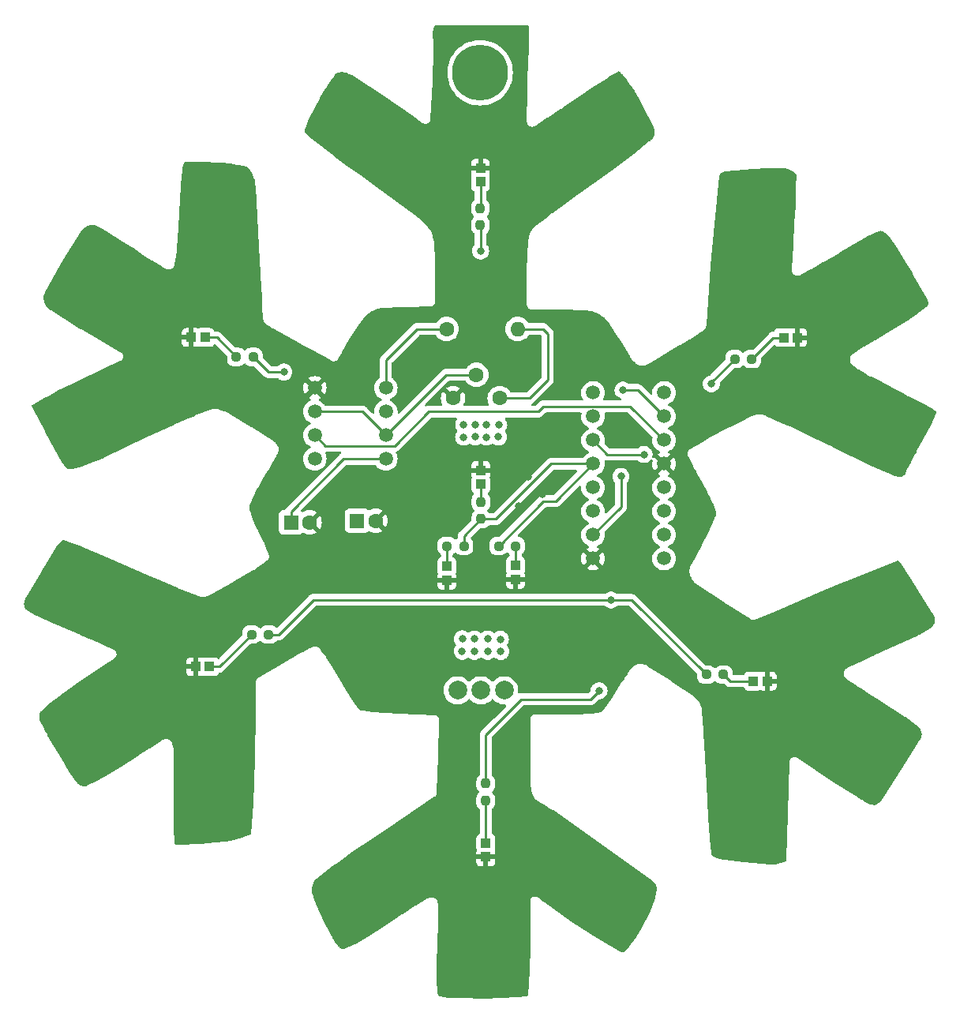
<source format=gtl>
%TF.GenerationSoftware,KiCad,Pcbnew,(6.0.7)*%
%TF.CreationDate,2022-10-09T20:43:52-07:00*%
%TF.ProjectId,IEEE_PCB_SMD,49454545-5f50-4434-925f-534d442e6b69,rev?*%
%TF.SameCoordinates,Original*%
%TF.FileFunction,Copper,L1,Top*%
%TF.FilePolarity,Positive*%
%FSLAX46Y46*%
G04 Gerber Fmt 4.6, Leading zero omitted, Abs format (unit mm)*
G04 Created by KiCad (PCBNEW (6.0.7)) date 2022-10-09 20:43:52*
%MOMM*%
%LPD*%
G01*
G04 APERTURE LIST*
G04 Aperture macros list*
%AMRoundRect*
0 Rectangle with rounded corners*
0 $1 Rounding radius*
0 $2 $3 $4 $5 $6 $7 $8 $9 X,Y pos of 4 corners*
0 Add a 4 corners polygon primitive as box body*
4,1,4,$2,$3,$4,$5,$6,$7,$8,$9,$2,$3,0*
0 Add four circle primitives for the rounded corners*
1,1,$1+$1,$2,$3*
1,1,$1+$1,$4,$5*
1,1,$1+$1,$6,$7*
1,1,$1+$1,$8,$9*
0 Add four rect primitives between the rounded corners*
20,1,$1+$1,$2,$3,$4,$5,0*
20,1,$1+$1,$4,$5,$6,$7,0*
20,1,$1+$1,$6,$7,$8,$9,0*
20,1,$1+$1,$8,$9,$2,$3,0*%
G04 Aperture macros list end*
%TA.AperFunction,SMDPad,CuDef*%
%ADD10R,1.000000X1.000000*%
%TD*%
%TA.AperFunction,ComponentPad*%
%ADD11C,1.600000*%
%TD*%
%TA.AperFunction,SMDPad,CuDef*%
%ADD12RoundRect,0.237500X-0.250000X-0.237500X0.250000X-0.237500X0.250000X0.237500X-0.250000X0.237500X0*%
%TD*%
%TA.AperFunction,ComponentPad*%
%ADD13C,1.500000*%
%TD*%
%TA.AperFunction,SMDPad,CuDef*%
%ADD14RoundRect,0.237500X0.250000X0.237500X-0.250000X0.237500X-0.250000X-0.237500X0.250000X-0.237500X0*%
%TD*%
%TA.AperFunction,SMDPad,CuDef*%
%ADD15RoundRect,0.237500X-0.237500X0.250000X-0.237500X-0.250000X0.237500X-0.250000X0.237500X0.250000X0*%
%TD*%
%TA.AperFunction,ComponentPad*%
%ADD16C,2.000000*%
%TD*%
%TA.AperFunction,ComponentPad*%
%ADD17C,6.000000*%
%TD*%
%TA.AperFunction,SMDPad,CuDef*%
%ADD18RoundRect,0.237500X0.237500X-0.250000X0.237500X0.250000X-0.237500X0.250000X-0.237500X-0.250000X0*%
%TD*%
%TA.AperFunction,ComponentPad*%
%ADD19O,1.600000X1.600000*%
%TD*%
%TA.AperFunction,ComponentPad*%
%ADD20R,1.600000X1.600000*%
%TD*%
%TA.AperFunction,ViaPad*%
%ADD21C,0.800000*%
%TD*%
%TA.AperFunction,Conductor*%
%ADD22C,0.250000*%
%TD*%
G04 APERTURE END LIST*
D10*
%TO.P,D6,1,K*%
%TO.N,GND*%
X150071000Y-129378000D03*
%TO.P,D6,2,A*%
%TO.N,Net-(D6-Pad2)*%
X150071000Y-127878000D03*
%TD*%
D11*
%TO.P,RV1,1,1*%
%TO.N,Net-(R1-Pad2)*%
X151565000Y-80175000D03*
%TO.P,RV1,2,2*%
%TO.N,Net-(C2-Pad1)*%
X149065000Y-77675000D03*
%TO.P,RV1,3,3*%
%TO.N,GND*%
X146565000Y-80175000D03*
%TD*%
D10*
%TO.P,D3,1,K*%
%TO.N,GND*%
X180256000Y-110519000D03*
%TO.P,D3,2,A*%
%TO.N,Net-(D3-Pad2)*%
X178756000Y-110519000D03*
%TD*%
D12*
%TO.P,R4,1*%
%TO.N,Net-(U2-Pad2)*%
X173736849Y-109816833D03*
%TO.P,R4,2*%
%TO.N,Net-(D3-Pad2)*%
X175561849Y-109816833D03*
%TD*%
D10*
%TO.P,D2,1,K*%
%TO.N,GND*%
X118942000Y-108976000D03*
%TO.P,D2,2,A*%
%TO.N,Net-(D2-Pad2)*%
X120442000Y-108976000D03*
%TD*%
D13*
%TO.P,U2,1,Q5*%
%TO.N,unconnected-(U2-Pad1)*%
X161567846Y-79600154D03*
%TO.P,U2,2,Q1*%
%TO.N,Net-(U2-Pad2)*%
X161567846Y-82140154D03*
%TO.P,U2,3,Q0*%
%TO.N,Net-(U2-Pad3)*%
X161567846Y-84680154D03*
%TO.P,U2,4,Q2*%
%TO.N,Net-(U2-Pad4)*%
X161567846Y-87220154D03*
%TO.P,U2,5,Q6*%
%TO.N,unconnected-(U2-Pad5)*%
X161567846Y-89760154D03*
%TO.P,U2,6,Q7*%
%TO.N,unconnected-(U2-Pad6)*%
X161567846Y-92300154D03*
%TO.P,U2,7,Q3*%
%TO.N,Net-(U2-Pad15)*%
X161567846Y-94840154D03*
%TO.P,U2,8,GND*%
%TO.N,GND*%
X161567846Y-97380154D03*
%TO.P,U2,9,Q8*%
%TO.N,unconnected-(U2-Pad9)*%
X169187846Y-97380154D03*
%TO.P,U2,10,Q4*%
%TO.N,unconnected-(U2-Pad10)*%
X169187846Y-94840154D03*
%TO.P,U2,11,Q9*%
%TO.N,unconnected-(U2-Pad11)*%
X169187846Y-92300154D03*
%TO.P,U2,12,COUT*%
%TO.N,unconnected-(U2-Pad12)*%
X169187846Y-89760154D03*
%TO.P,U2,13,CKE*%
%TO.N,GND*%
X169187846Y-87220154D03*
%TO.P,U2,14,CLK*%
%TO.N,Signal*%
X169187846Y-84680154D03*
%TO.P,U2,15,Rst*%
%TO.N,Net-(U2-Pad15)*%
X169187846Y-82140154D03*
%TO.P,U2,16,Vdd*%
%TO.N,+3V3*%
X169187846Y-79600154D03*
%TD*%
D14*
%TO.P,R9,1*%
%TO.N,Net-(U2-Pad4)*%
X147717349Y-96027833D03*
%TO.P,R9,2*%
%TO.N,Net-(D8-Pad2)*%
X145892349Y-96027833D03*
%TD*%
%TO.P,R3,1*%
%TO.N,Net-(U2-Pad2)*%
X126778849Y-105519833D03*
%TO.P,R3,2*%
%TO.N,Net-(D2-Pad2)*%
X124953849Y-105519833D03*
%TD*%
D12*
%TO.P,R10,1*%
%TO.N,Net-(U2-Pad4)*%
X151442349Y-96027833D03*
%TO.P,R10,2*%
%TO.N,Net-(D9-Pad2)*%
X153267349Y-96027833D03*
%TD*%
D10*
%TO.P,D7,1,K*%
%TO.N,GND*%
X149537849Y-87900833D03*
%TO.P,D7,2,A*%
%TO.N,Net-(D7-Pad2)*%
X149537849Y-89400833D03*
%TD*%
D15*
%TO.P,R7,1*%
%TO.N,Net-(U2-Pad3)*%
X150049849Y-121506333D03*
%TO.P,R7,2*%
%TO.N,Net-(D6-Pad2)*%
X150049849Y-123331333D03*
%TD*%
D10*
%TO.P,D5,1,K*%
%TO.N,GND*%
X183505849Y-73675833D03*
%TO.P,D5,2,A*%
%TO.N,Net-(D5-Pad2)*%
X182005849Y-73675833D03*
%TD*%
D12*
%TO.P,R6,1*%
%TO.N,Net-(U2-Pad3)*%
X176759849Y-75977833D03*
%TO.P,R6,2*%
%TO.N,Net-(D5-Pad2)*%
X178584849Y-75977833D03*
%TD*%
D16*
%TO.P,SW1,1*%
%TO.N,unconnected-(SW1-Pad1)*%
X152037846Y-111514154D03*
%TO.P,SW1,2*%
%TO.N,Net-(BT1-Pad1)*%
X149537846Y-111514154D03*
%TO.P,SW1,3*%
%TO.N,+3V3*%
X147037846Y-111514154D03*
%TD*%
D17*
%TO.P,REF\u002A\u002A,1*%
%TO.N,N/C*%
X149461000Y-45277000D03*
%TD*%
D14*
%TO.P,R5,1*%
%TO.N,Net-(U2-Pad3)*%
X125135349Y-75750833D03*
%TO.P,R5,2*%
%TO.N,Net-(D4-Pad2)*%
X123310349Y-75750833D03*
%TD*%
D10*
%TO.P,D8,1,K*%
%TO.N,GND*%
X145890849Y-99722833D03*
%TO.P,D8,2,A*%
%TO.N,Net-(D8-Pad2)*%
X145890849Y-98222833D03*
%TD*%
%TO.P,D1,1,K*%
%TO.N,GND*%
X149491000Y-55494000D03*
%TO.P,D1,2,A*%
%TO.N,Net-(D1-Pad2)*%
X149491000Y-56994000D03*
%TD*%
D18*
%TO.P,R8,1*%
%TO.N,Net-(U2-Pad4)*%
X149534849Y-93133833D03*
%TO.P,R8,2*%
%TO.N,Net-(D7-Pad2)*%
X149534849Y-91308833D03*
%TD*%
D10*
%TO.P,D9,1,K*%
%TO.N,GND*%
X153265849Y-99637833D03*
%TO.P,D9,2,A*%
%TO.N,Net-(D9-Pad2)*%
X153265849Y-98137833D03*
%TD*%
D11*
%TO.P,R1,1*%
%TO.N,+3V3*%
X145866846Y-72753154D03*
D19*
%TO.P,R1,2*%
%TO.N,Net-(R1-Pad2)*%
X153486846Y-72753154D03*
%TD*%
D13*
%TO.P,U1,1,GND*%
%TO.N,GND*%
X131730846Y-79074961D03*
%TO.P,U1,2,Trig*%
%TO.N,Net-(C2-Pad1)*%
X131730846Y-81614961D03*
%TO.P,U1,3,Out*%
%TO.N,Signal*%
X131730846Y-84154961D03*
%TO.P,U1,4,Rest*%
%TO.N,+3V3*%
X131730846Y-86694961D03*
%TO.P,U1,5,Contrl*%
%TO.N,Net-(C1-Pad1)*%
X139350846Y-86694961D03*
%TO.P,U1,6,Thres*%
%TO.N,Net-(C2-Pad1)*%
X139350846Y-84154961D03*
%TO.P,U1,7,Dischrg*%
%TO.N,Net-(R1-Pad2)*%
X139350846Y-81614961D03*
%TO.P,U1,8,Vcc*%
%TO.N,+3V3*%
X139350846Y-79074961D03*
%TD*%
D10*
%TO.P,D4,1,K*%
%TO.N,GND*%
X118467000Y-73661000D03*
%TO.P,D4,2,A*%
%TO.N,Net-(D4-Pad2)*%
X119967000Y-73661000D03*
%TD*%
D18*
%TO.P,R2,1*%
%TO.N,Net-(U2-Pad2)*%
X149484849Y-61621333D03*
%TO.P,R2,2*%
%TO.N,Net-(D1-Pad2)*%
X149484849Y-59796333D03*
%TD*%
D20*
%TO.P,C1,1*%
%TO.N,Net-(C1-Pad1)*%
X129178888Y-93507000D03*
D11*
%TO.P,C1,2*%
%TO.N,GND*%
X131178888Y-93507000D03*
%TD*%
D20*
%TO.P,C2,1*%
%TO.N,Net-(C2-Pad1)*%
X136261888Y-93324000D03*
D11*
%TO.P,C2,2*%
%TO.N,GND*%
X138261888Y-93324000D03*
%TD*%
D21*
%TO.N,GND*%
X155776846Y-95523154D03*
X146745846Y-91746154D03*
X149679849Y-97754833D03*
X154626846Y-88654154D03*
X148277846Y-103049154D03*
X143734846Y-95249154D03*
X142202846Y-98123154D03*
X143871846Y-100504154D03*
X157664846Y-93361154D03*
X156542846Y-99573154D03*
X156159846Y-90487154D03*
X143844846Y-89420154D03*
X157719846Y-96289154D03*
X152081846Y-87504154D03*
X153614846Y-91719154D03*
X149977849Y-99899833D03*
X141408846Y-95003154D03*
X149700846Y-95578154D03*
X146498846Y-87641154D03*
X142147846Y-92075154D03*
X152081846Y-102857154D03*
%TO.N,Net-(U2-Pad15)*%
X164780846Y-79303154D03*
X164563846Y-88568154D03*
%TO.N,Net-(U2-Pad2)*%
X149520846Y-64388154D03*
X163508846Y-101821154D03*
%TO.N,Net-(U2-Pad3)*%
X174254846Y-78635154D03*
X162220846Y-111551154D03*
X167041846Y-86215154D03*
X128411846Y-77374154D03*
%TO.N,Net-(BT1-Pad1)*%
X151638846Y-106024154D03*
X150274846Y-106008154D03*
X150129846Y-84350154D03*
X151686846Y-107335154D03*
X147694846Y-83011154D03*
X148899846Y-82999154D03*
X147694846Y-84362154D03*
X150272846Y-107330154D03*
X151456846Y-83038154D03*
X151435846Y-84340154D03*
X150161846Y-83005154D03*
X148845846Y-107339154D03*
X148852846Y-106003154D03*
X147549846Y-105991154D03*
X148912846Y-84338154D03*
X147540846Y-107312154D03*
%TD*%
D22*
%TO.N,Net-(C1-Pad1)*%
X129178888Y-92338112D02*
X129178888Y-93507000D01*
X139350846Y-86694961D02*
X134822039Y-86694961D01*
X134822039Y-86694961D02*
X129178888Y-92338112D01*
%TO.N,Net-(C2-Pad1)*%
X145830807Y-77675000D02*
X139350846Y-84154961D01*
X136810846Y-81614961D02*
X131730846Y-81614961D01*
X149065000Y-77675000D02*
X145830807Y-77675000D01*
X139350846Y-84154961D02*
X136810846Y-81614961D01*
%TO.N,+3V3*%
X139350846Y-79074961D02*
X139350846Y-76081154D01*
X139350846Y-76081154D02*
X142678846Y-72753154D01*
X142678846Y-72753154D02*
X145866846Y-72753154D01*
%TO.N,Net-(R1-Pad2)*%
X156720846Y-73260154D02*
X156213846Y-72753154D01*
X151565000Y-80175000D02*
X154764000Y-80175000D01*
X156720846Y-78218154D02*
X156720846Y-73260154D01*
X154764000Y-80175000D02*
X156720846Y-78218154D01*
X156213846Y-72753154D02*
X153486846Y-72753154D01*
%TO.N,Net-(D4-Pad2)*%
X123310349Y-75750833D02*
X121220516Y-73661000D01*
X121220516Y-73661000D02*
X119967000Y-73661000D01*
%TO.N,Net-(D7-Pad2)*%
X149534849Y-91308833D02*
X149534849Y-89403833D01*
X149534849Y-89403833D02*
X149537849Y-89400833D01*
%TO.N,Signal*%
X140308846Y-85274154D02*
X132850039Y-85274154D01*
X165572846Y-81065154D02*
X156232846Y-81065154D01*
X156232846Y-81065154D02*
X155673846Y-81624154D01*
X169187846Y-84680154D02*
X165572846Y-81065154D01*
X143958846Y-81624154D02*
X140308846Y-85274154D01*
X155673846Y-81624154D02*
X143958846Y-81624154D01*
X132850039Y-85274154D02*
X131730846Y-84154961D01*
%TO.N,Net-(U2-Pad15)*%
X164780846Y-79303154D02*
X166350846Y-79303154D01*
X166350846Y-79303154D02*
X169187846Y-82140154D01*
X161567846Y-94840154D02*
X164563846Y-91844154D01*
X164563846Y-91844154D02*
X164563846Y-88568154D01*
%TO.N,Net-(D1-Pad2)*%
X149484849Y-59796333D02*
X149491000Y-59790182D01*
X149491000Y-59790182D02*
X149491000Y-56994000D01*
%TO.N,Net-(U2-Pad2)*%
X127852167Y-105519833D02*
X131550846Y-101821154D01*
X165741170Y-101821154D02*
X173736849Y-109816833D01*
X149520846Y-61657330D02*
X149484849Y-61621333D01*
X163508846Y-101821154D02*
X131550846Y-101821154D01*
X163508846Y-101821154D02*
X165741170Y-101821154D01*
X149490849Y-64358157D02*
X149520846Y-64388154D01*
X126778849Y-105519833D02*
X127852167Y-105519833D01*
X149520846Y-64388154D02*
X149520846Y-61657330D01*
%TO.N,Net-(D2-Pad2)*%
X124953849Y-105519833D02*
X121497682Y-108976000D01*
X121497682Y-108976000D02*
X120442000Y-108976000D01*
%TO.N,Net-(D3-Pad2)*%
X176264016Y-110519000D02*
X178756000Y-110519000D01*
X175561849Y-109816833D02*
X176264016Y-110519000D01*
%TO.N,Net-(U2-Pad3)*%
X174254846Y-78482836D02*
X176759849Y-75977833D01*
X128411846Y-77374154D02*
X128411846Y-77304154D01*
X128411846Y-77374154D02*
X126758670Y-77374154D01*
X161567846Y-84680154D02*
X163102846Y-86215154D01*
X161315000Y-112457000D02*
X153890000Y-112457000D01*
X126758670Y-77374154D02*
X125135349Y-75750833D01*
X162220846Y-111551154D02*
X161315000Y-112457000D01*
X150049849Y-116297151D02*
X150049849Y-121506333D01*
X163102846Y-86215154D02*
X167041846Y-86215154D01*
X174254846Y-78635154D02*
X174254846Y-78482836D01*
X153890000Y-112457000D02*
X150049849Y-116297151D01*
%TO.N,Net-(D5-Pad2)*%
X180886849Y-73675833D02*
X182005849Y-73675833D01*
X178584849Y-75977833D02*
X180886849Y-73675833D01*
%TO.N,Net-(D6-Pad2)*%
X150071000Y-123352484D02*
X150071000Y-127878000D01*
X150049849Y-123331333D02*
X150071000Y-123352484D01*
%TO.N,Net-(U2-Pad4)*%
X161567846Y-87220154D02*
X157575846Y-91212154D01*
X147717349Y-96027833D02*
X147717349Y-94951333D01*
X147717349Y-94951333D02*
X149534849Y-93133833D01*
X151174862Y-93133833D02*
X149534849Y-93133833D01*
X157575846Y-91212154D02*
X156258028Y-91212154D01*
X161567846Y-87220154D02*
X157088541Y-87220154D01*
X157088541Y-87220154D02*
X151174862Y-93133833D01*
X156258028Y-91212154D02*
X151442349Y-96027833D01*
%TO.N,Net-(D8-Pad2)*%
X145892349Y-96027833D02*
X145892349Y-98221333D01*
X145892349Y-98221333D02*
X145890849Y-98222833D01*
X145892349Y-97926333D02*
X145903849Y-97937833D01*
%TO.N,Net-(D9-Pad2)*%
X153267349Y-98136333D02*
X153265849Y-98137833D01*
X153267349Y-96027833D02*
X153267349Y-98136333D01*
%TD*%
%TA.AperFunction,Conductor*%
%TO.N,GND*%
G36*
X154674739Y-40238811D02*
G01*
X154721232Y-40292467D01*
X154732545Y-40349105D01*
X154683115Y-41798113D01*
X154571511Y-45069730D01*
X154571196Y-45078955D01*
X154571124Y-45079979D01*
X154570918Y-45081092D01*
X154570829Y-45084171D01*
X154570829Y-45084177D01*
X154569826Y-45119041D01*
X154569805Y-45119711D01*
X154569526Y-45127912D01*
X154568620Y-45154464D01*
X154568741Y-45155579D01*
X154568745Y-45156617D01*
X154511053Y-47162437D01*
X154510859Y-47165657D01*
X154510364Y-47168560D01*
X154509856Y-47203631D01*
X154509817Y-47205409D01*
X154508897Y-47237413D01*
X154509230Y-47240337D01*
X154509277Y-47243632D01*
X154486875Y-48790142D01*
X154484983Y-48920721D01*
X154484878Y-48922922D01*
X154484531Y-48925090D01*
X154484512Y-48929966D01*
X154484388Y-48961273D01*
X154484376Y-48962546D01*
X154483894Y-48995860D01*
X154484173Y-48998035D01*
X154484233Y-49000304D01*
X154478518Y-50444365D01*
X154476726Y-50465045D01*
X154473259Y-50485378D01*
X154473078Y-50497930D01*
X154473756Y-50502743D01*
X154473757Y-50502752D01*
X154480293Y-50549120D01*
X154480762Y-50552853D01*
X154488820Y-50625701D01*
X154491149Y-50632394D01*
X154491149Y-50632395D01*
X154492433Y-50636085D01*
X154492017Y-50636230D01*
X154492536Y-50638526D01*
X154492848Y-50639069D01*
X154493159Y-50641300D01*
X154493346Y-50641716D01*
X154493409Y-50642162D01*
X154497043Y-50650201D01*
X154497352Y-50651274D01*
X154500216Y-50658447D01*
X154531068Y-50747107D01*
X154599308Y-50856045D01*
X154604307Y-50861055D01*
X154604309Y-50861057D01*
X154685103Y-50942022D01*
X154685106Y-50942024D01*
X154690108Y-50947037D01*
X154798902Y-51015507D01*
X154805587Y-51017849D01*
X154805595Y-51017853D01*
X154872042Y-51041134D01*
X154881889Y-51045231D01*
X154883328Y-51045689D01*
X154891489Y-51049647D01*
X154891634Y-51049671D01*
X154891763Y-51049734D01*
X154900722Y-51051240D01*
X154901167Y-51051383D01*
X154904310Y-51052438D01*
X154920219Y-51058012D01*
X154979647Y-51064712D01*
X154986480Y-51065673D01*
X155035117Y-51073879D01*
X155035382Y-51073882D01*
X155035404Y-51073886D01*
X155041437Y-51073959D01*
X155041507Y-51073960D01*
X155043155Y-51073981D01*
X155043158Y-51073981D01*
X155047669Y-51074038D01*
X155047691Y-51074035D01*
X155047956Y-51074038D01*
X155052395Y-51073402D01*
X155052408Y-51073401D01*
X155084425Y-51068812D01*
X155090100Y-51068129D01*
X155145579Y-51062735D01*
X155180062Y-51059382D01*
X155180063Y-51059382D01*
X155186170Y-51058788D01*
X155192044Y-51057024D01*
X155192050Y-51057023D01*
X155313563Y-51020536D01*
X155313564Y-51020536D01*
X155319444Y-51018770D01*
X155391468Y-50980679D01*
X155399320Y-50976868D01*
X155432880Y-50961994D01*
X155443437Y-50955202D01*
X155464408Y-50936582D01*
X155478564Y-50925704D01*
X155536588Y-50887332D01*
X156678691Y-50132043D01*
X156679657Y-50131453D01*
X156680787Y-50130926D01*
X156683586Y-50129051D01*
X156683596Y-50129045D01*
X156712105Y-50109949D01*
X156712722Y-50109538D01*
X156738853Y-50092257D01*
X156738864Y-50092249D01*
X156741654Y-50090404D01*
X156742584Y-50089578D01*
X156743529Y-50088899D01*
X158115506Y-49169889D01*
X158116901Y-49169023D01*
X158118443Y-49168289D01*
X158149174Y-49147340D01*
X158149904Y-49146847D01*
X158174436Y-49130414D01*
X158174437Y-49130413D01*
X158178083Y-49127971D01*
X158179350Y-49126831D01*
X158180682Y-49125860D01*
X158367430Y-48998555D01*
X159361179Y-48321119D01*
X159822897Y-48006367D01*
X159823402Y-48006025D01*
X161506941Y-46870271D01*
X161509053Y-46868877D01*
X162987133Y-45914339D01*
X162988960Y-45913181D01*
X163429286Y-45639417D01*
X164223304Y-45145752D01*
X164241153Y-45136542D01*
X164248895Y-45133299D01*
X164313734Y-45124564D01*
X164319034Y-45125250D01*
X164331671Y-45126886D01*
X164362973Y-45135132D01*
X164406122Y-45152686D01*
X164434287Y-45168631D01*
X164455088Y-45184248D01*
X164467057Y-45194463D01*
X164470444Y-45197740D01*
X164476440Y-45205735D01*
X164476450Y-45205742D01*
X164476457Y-45205752D01*
X164493577Y-45218572D01*
X164496280Y-45220596D01*
X164510969Y-45233491D01*
X164728867Y-45456972D01*
X164733191Y-45461636D01*
X164767500Y-45500576D01*
X164876804Y-45624632D01*
X164962457Y-45721846D01*
X164966540Y-45726723D01*
X165156064Y-45965072D01*
X165168492Y-45983962D01*
X165172187Y-45990855D01*
X165172190Y-45990858D01*
X165176430Y-45998769D01*
X165182720Y-46005172D01*
X165182723Y-46005175D01*
X165194786Y-46017453D01*
X165206946Y-46031837D01*
X165485065Y-46415743D01*
X165487882Y-46419797D01*
X165770721Y-46844278D01*
X165773378Y-46848440D01*
X166011098Y-47237413D01*
X166016582Y-47246387D01*
X166026336Y-47265998D01*
X166033017Y-47282994D01*
X166038510Y-47290086D01*
X166038511Y-47290088D01*
X166047741Y-47302005D01*
X166058413Y-47318229D01*
X166438561Y-48006367D01*
X167079612Y-49166791D01*
X167081663Y-49170662D01*
X167884628Y-50753434D01*
X167923506Y-50830068D01*
X167931359Y-50849349D01*
X167937490Y-50868886D01*
X167942470Y-50876348D01*
X167942472Y-50876351D01*
X167949802Y-50887332D01*
X167959942Y-50905659D01*
X168035467Y-51073818D01*
X168037922Y-51079285D01*
X168041371Y-51087779D01*
X168116087Y-51292910D01*
X168117483Y-51296744D01*
X168120304Y-51305462D01*
X168169387Y-51478447D01*
X168170209Y-51481343D01*
X168174531Y-51504955D01*
X168175735Y-51518984D01*
X168175756Y-51519039D01*
X168175762Y-51519104D01*
X168178828Y-51527000D01*
X168180547Y-51531428D01*
X168187563Y-51557474D01*
X168191473Y-51582352D01*
X168195389Y-51607276D01*
X168196905Y-51628474D01*
X168195947Y-51702124D01*
X168193880Y-51723276D01*
X168186022Y-51766003D01*
X168180942Y-51782347D01*
X168181266Y-51782441D01*
X168180874Y-51783792D01*
X168180556Y-51784290D01*
X168178545Y-51791470D01*
X168175266Y-51798797D01*
X168175258Y-51798852D01*
X168175238Y-51798898D01*
X168174123Y-51807040D01*
X168172676Y-51817607D01*
X168167506Y-51839959D01*
X168130805Y-51951290D01*
X168126031Y-51963572D01*
X168066059Y-52096764D01*
X168060027Y-52108482D01*
X168004671Y-52203456D01*
X167989330Y-52224448D01*
X167982257Y-52232281D01*
X167978352Y-52240364D01*
X167978352Y-52240365D01*
X167974053Y-52249265D01*
X167962228Y-52268936D01*
X167884757Y-52374651D01*
X167876410Y-52384873D01*
X167838357Y-52426783D01*
X167768945Y-52503229D01*
X167759574Y-52512522D01*
X167667306Y-52594895D01*
X167646211Y-52610126D01*
X167644807Y-52610933D01*
X167644805Y-52610935D01*
X167637027Y-52615408D01*
X167630815Y-52621887D01*
X167616862Y-52636440D01*
X167603961Y-52648155D01*
X165947193Y-53955427D01*
X165945065Y-53957070D01*
X163896050Y-55504051D01*
X163893786Y-55505720D01*
X161563434Y-57184784D01*
X161562999Y-57185097D01*
X159265893Y-58825405D01*
X159263612Y-58826924D01*
X159261305Y-58828120D01*
X159257379Y-58830998D01*
X159257373Y-58831002D01*
X159232478Y-58849253D01*
X159231205Y-58850174D01*
X159204798Y-58869031D01*
X159202927Y-58870818D01*
X159200719Y-58872538D01*
X157226296Y-60320073D01*
X157224322Y-60321422D01*
X157222275Y-60322512D01*
X157193275Y-60344273D01*
X157192287Y-60345006D01*
X157183564Y-60351401D01*
X157169305Y-60361855D01*
X157169302Y-60361858D01*
X157165691Y-60364505D01*
X157164038Y-60366123D01*
X157162175Y-60367611D01*
X156453198Y-60899629D01*
X155521189Y-61599010D01*
X155503838Y-61609943D01*
X155499600Y-61612154D01*
X155484988Y-61619776D01*
X155474884Y-61627225D01*
X155471458Y-61630681D01*
X155471453Y-61630685D01*
X155458139Y-61644114D01*
X155448874Y-61652572D01*
X155370733Y-61717075D01*
X155313445Y-61764364D01*
X155162260Y-61912521D01*
X155055044Y-62037182D01*
X155044164Y-62048351D01*
X155029779Y-62061392D01*
X155021887Y-62071153D01*
X155019447Y-62075362D01*
X155019443Y-62075367D01*
X155009116Y-62093177D01*
X155003587Y-62101872D01*
X154923184Y-62217581D01*
X154923176Y-62217595D01*
X154921013Y-62220707D01*
X154919238Y-62224063D01*
X154919237Y-62224065D01*
X154873175Y-62311164D01*
X154836759Y-62380024D01*
X154772324Y-62548337D01*
X154771405Y-62552015D01*
X154771403Y-62552022D01*
X154757061Y-62609438D01*
X154740550Y-62675535D01*
X154740329Y-62676418D01*
X154736406Y-62689192D01*
X154728634Y-62710417D01*
X154726182Y-62722729D01*
X154725977Y-62727601D01*
X154724468Y-62763396D01*
X154723266Y-62776239D01*
X154608572Y-63564186D01*
X154599840Y-63624172D01*
X154598021Y-63633943D01*
X154594797Y-63648133D01*
X154594462Y-63652987D01*
X154594461Y-63652991D01*
X154593720Y-63663718D01*
X154592708Y-63673162D01*
X154590900Y-63685587D01*
X154590890Y-63690061D01*
X154590865Y-63700997D01*
X154590565Y-63709384D01*
X154544125Y-64381589D01*
X154509356Y-64884850D01*
X154507816Y-64897620D01*
X154506613Y-64904582D01*
X154506532Y-64909443D01*
X154506532Y-64909445D01*
X154506231Y-64927591D01*
X154505949Y-64934166D01*
X154504577Y-64954022D01*
X154504905Y-64958490D01*
X154504905Y-64958493D01*
X154505152Y-64961850D01*
X154505473Y-64973168D01*
X154481810Y-66396496D01*
X154480001Y-66505302D01*
X154479817Y-66509216D01*
X154479292Y-66512591D01*
X154479292Y-66546889D01*
X154479275Y-66548982D01*
X154478755Y-66580261D01*
X154479182Y-66583639D01*
X154479292Y-66587694D01*
X154479292Y-70151686D01*
X154479290Y-70152456D01*
X154478816Y-70230030D01*
X154484909Y-70251347D01*
X154486942Y-70258462D01*
X154490520Y-70275224D01*
X154494712Y-70304496D01*
X154498426Y-70312664D01*
X154498426Y-70312665D01*
X154505340Y-70327871D01*
X154511788Y-70345395D01*
X154518843Y-70370080D01*
X154523635Y-70377674D01*
X154523636Y-70377677D01*
X154534622Y-70395089D01*
X154542761Y-70410172D01*
X154555000Y-70437091D01*
X154560861Y-70443893D01*
X154571762Y-70456544D01*
X154582865Y-70471548D01*
X154596568Y-70493267D01*
X154603293Y-70499206D01*
X154603296Y-70499210D01*
X154618730Y-70512841D01*
X154630774Y-70525033D01*
X154644219Y-70540636D01*
X154644222Y-70540638D01*
X154650079Y-70547436D01*
X154657608Y-70552316D01*
X154657609Y-70552317D01*
X154671627Y-70561403D01*
X154686501Y-70572694D01*
X154699009Y-70583740D01*
X154705743Y-70589687D01*
X154732503Y-70602251D01*
X154747483Y-70610572D01*
X154764775Y-70621780D01*
X154764780Y-70621782D01*
X154772307Y-70626661D01*
X154780900Y-70629231D01*
X154780905Y-70629233D01*
X154796912Y-70634020D01*
X154814356Y-70640681D01*
X154829468Y-70647776D01*
X154829470Y-70647777D01*
X154837592Y-70651590D01*
X154846459Y-70652971D01*
X154846460Y-70652971D01*
X154856102Y-70654472D01*
X154866809Y-70656139D01*
X154883524Y-70659922D01*
X154903258Y-70665824D01*
X154903264Y-70665825D01*
X154911858Y-70668395D01*
X154920829Y-70668450D01*
X154920830Y-70668450D01*
X154930889Y-70668511D01*
X154946298Y-70668605D01*
X154947081Y-70668638D01*
X154948178Y-70668809D01*
X154979169Y-70668809D01*
X154979939Y-70668811D01*
X155053577Y-70669261D01*
X155053578Y-70669261D01*
X155057513Y-70669285D01*
X155058857Y-70668901D01*
X155060202Y-70668809D01*
X158074007Y-70668809D01*
X158078601Y-70668893D01*
X160866009Y-70770600D01*
X160889834Y-70773763D01*
X160893028Y-70774502D01*
X160893029Y-70774502D01*
X160901775Y-70776527D01*
X160910734Y-70776016D01*
X160910735Y-70776016D01*
X160923065Y-70775313D01*
X160944496Y-70775918D01*
X161062816Y-70789392D01*
X161168493Y-70801427D01*
X161178524Y-70802982D01*
X161364108Y-70839464D01*
X161430375Y-70852491D01*
X161440265Y-70854853D01*
X161687307Y-70924509D01*
X161696973Y-70927661D01*
X161850191Y-70984553D01*
X161937587Y-71017005D01*
X161946961Y-71020923D01*
X162097030Y-71090886D01*
X162144539Y-71113035D01*
X162165640Y-71125503D01*
X162176224Y-71133238D01*
X162176241Y-71133244D01*
X162176249Y-71133250D01*
X162185060Y-71136432D01*
X162185067Y-71136436D01*
X162195321Y-71140139D01*
X162215330Y-71149418D01*
X162393505Y-71251876D01*
X162403097Y-71257985D01*
X162596030Y-71393488D01*
X162605029Y-71400436D01*
X162743190Y-71517447D01*
X162784946Y-71552811D01*
X162793291Y-71560553D01*
X162825956Y-71593727D01*
X162958694Y-71728533D01*
X162966310Y-71737000D01*
X163092004Y-71890148D01*
X163105925Y-71911057D01*
X163111584Y-71921729D01*
X163111590Y-71921735D01*
X163111592Y-71921739D01*
X163118382Y-71928712D01*
X163130333Y-71940985D01*
X163142237Y-71955158D01*
X163312174Y-72190675D01*
X163593898Y-72581119D01*
X163596350Y-72584642D01*
X164046893Y-73256112D01*
X164049222Y-73259715D01*
X164453143Y-73908403D01*
X164462940Y-73927634D01*
X164466698Y-73936897D01*
X164466702Y-73936904D01*
X164470076Y-73945220D01*
X164475648Y-73952254D01*
X164475650Y-73952258D01*
X164491687Y-73972503D01*
X164500393Y-73984971D01*
X165531073Y-75669274D01*
X165532920Y-75672293D01*
X165541902Y-75689955D01*
X165548295Y-75705431D01*
X165550700Y-75711254D01*
X165557221Y-75721980D01*
X165560359Y-75725700D01*
X165566925Y-75733485D01*
X165574581Y-75743545D01*
X165610081Y-75795404D01*
X165717652Y-75952543D01*
X165725255Y-75963650D01*
X165911196Y-76191703D01*
X165913018Y-76193591D01*
X165913023Y-76193596D01*
X165939070Y-76220578D01*
X166087495Y-76374330D01*
X166097676Y-76386288D01*
X166105078Y-76396170D01*
X166114061Y-76404940D01*
X166114063Y-76404941D01*
X166114080Y-76404958D01*
X166134588Y-76419566D01*
X166140476Y-76424028D01*
X166197635Y-76470047D01*
X166237127Y-76501842D01*
X166249659Y-76511932D01*
X166254237Y-76514499D01*
X166254239Y-76514501D01*
X166376437Y-76583036D01*
X166400177Y-76596351D01*
X166562618Y-76654621D01*
X166567786Y-76655549D01*
X166567789Y-76655550D01*
X166636951Y-76667971D01*
X166732476Y-76685127D01*
X166737730Y-76685185D01*
X166737733Y-76685185D01*
X166798356Y-76685850D01*
X166856536Y-76686489D01*
X166867004Y-76687040D01*
X166892624Y-76689464D01*
X166897487Y-76689171D01*
X166897488Y-76689171D01*
X166897915Y-76689145D01*
X166905154Y-76688709D01*
X166905163Y-76688707D01*
X166905164Y-76688707D01*
X166926770Y-76683997D01*
X166936661Y-76682252D01*
X167097043Y-76660504D01*
X167100843Y-76659495D01*
X167100846Y-76659494D01*
X167280547Y-76611761D01*
X167280555Y-76611758D01*
X167284351Y-76610750D01*
X167287994Y-76609276D01*
X167288000Y-76609274D01*
X167460358Y-76539535D01*
X167460363Y-76539533D01*
X167464005Y-76538059D01*
X167593366Y-76465813D01*
X167605148Y-76460017D01*
X167619269Y-76453963D01*
X167619275Y-76453960D01*
X167623741Y-76452045D01*
X167627867Y-76449461D01*
X167630250Y-76447969D01*
X167630254Y-76447966D01*
X167634380Y-76445382D01*
X167651871Y-76430226D01*
X167667786Y-76418489D01*
X168061082Y-76173611D01*
X168062959Y-76172465D01*
X168895691Y-75673942D01*
X168896278Y-75673593D01*
X169880621Y-75091529D01*
X169881202Y-75091187D01*
X170873401Y-74511620D01*
X170875352Y-74510566D01*
X170877389Y-74509742D01*
X170908652Y-74491036D01*
X170909538Y-74490512D01*
X170938297Y-74473713D01*
X170940017Y-74472348D01*
X170941914Y-74471133D01*
X171000394Y-74436142D01*
X171339711Y-74233112D01*
X171851861Y-73926668D01*
X171857600Y-73923689D01*
X171857526Y-73923552D01*
X171861815Y-73921235D01*
X171866263Y-73919259D01*
X171890658Y-73903535D01*
X171894227Y-73901318D01*
X171912643Y-73890299D01*
X171916497Y-73887993D01*
X171919984Y-73885165D01*
X171923654Y-73882598D01*
X171923697Y-73882660D01*
X171928941Y-73878860D01*
X172689550Y-73388611D01*
X172694638Y-73385499D01*
X172698460Y-73383285D01*
X172702854Y-73381173D01*
X172727683Y-73364099D01*
X172730791Y-73362029D01*
X172753546Y-73347362D01*
X172756930Y-73344425D01*
X172760518Y-73341733D01*
X172760608Y-73341853D01*
X172765204Y-73338297D01*
X172926289Y-73227525D01*
X173371574Y-72921320D01*
X173388734Y-72911411D01*
X173409509Y-72901507D01*
X173419874Y-72894426D01*
X173447184Y-72868791D01*
X173450422Y-72865752D01*
X173455417Y-72861307D01*
X173509409Y-72815767D01*
X173509412Y-72815764D01*
X173513711Y-72812138D01*
X173567111Y-72747679D01*
X173589589Y-72720546D01*
X173589590Y-72720544D01*
X173593180Y-72716211D01*
X173654378Y-72607712D01*
X173695365Y-72490080D01*
X173705379Y-72426828D01*
X173707278Y-72417251D01*
X173715115Y-72384452D01*
X173716246Y-72379719D01*
X173717250Y-72367207D01*
X173715322Y-72341340D01*
X173715319Y-72322664D01*
X174191920Y-65898576D01*
X174192090Y-65896515D01*
X174665785Y-60674527D01*
X174665964Y-60672707D01*
X175116834Y-56393545D01*
X175120467Y-56374012D01*
X175124086Y-56360562D01*
X175124086Y-56360561D01*
X175126418Y-56351894D01*
X175126222Y-56342857D01*
X175129258Y-56312517D01*
X175141105Y-56259793D01*
X175150384Y-56233025D01*
X175181969Y-56167025D01*
X175196996Y-56143005D01*
X175226529Y-56105857D01*
X175237169Y-56094079D01*
X175237251Y-56093999D01*
X175237293Y-56093963D01*
X175239889Y-56091423D01*
X175239982Y-56091332D01*
X175243438Y-56087957D01*
X175250646Y-56082680D01*
X175250716Y-56082589D01*
X175250802Y-56082526D01*
X175258642Y-56072296D01*
X175277449Y-56052596D01*
X175348758Y-55992501D01*
X175366574Y-55979952D01*
X175466982Y-55921516D01*
X175486697Y-55912223D01*
X175585611Y-55875682D01*
X175595677Y-55871963D01*
X175616695Y-55866209D01*
X175701560Y-55850707D01*
X175718103Y-55849712D01*
X175718072Y-55849331D01*
X175727020Y-55848597D01*
X175735980Y-55849139D01*
X175744731Y-55847144D01*
X175744735Y-55847144D01*
X175761744Y-55843267D01*
X175780023Y-55840492D01*
X178719387Y-55613040D01*
X178724294Y-55612756D01*
X180274876Y-55553472D01*
X181603634Y-55502670D01*
X181625830Y-55503784D01*
X181642537Y-55506112D01*
X181651416Y-55504806D01*
X181651421Y-55504806D01*
X181661318Y-55503350D01*
X181684155Y-55502088D01*
X181871884Y-55508800D01*
X181907416Y-55510070D01*
X181920401Y-55511209D01*
X182170287Y-55546226D01*
X182183073Y-55548698D01*
X182347102Y-55589311D01*
X182428012Y-55609344D01*
X182440484Y-55613127D01*
X182643779Y-55686462D01*
X182667141Y-55697727D01*
X182667914Y-55698204D01*
X182667921Y-55698207D01*
X182676181Y-55703299D01*
X182676201Y-55703304D01*
X182676218Y-55703315D01*
X182685547Y-55705875D01*
X182685549Y-55705876D01*
X182700118Y-55709874D01*
X182718494Y-55716487D01*
X182762662Y-55736374D01*
X182768357Y-55739114D01*
X182842282Y-55776992D01*
X182847845Y-55780022D01*
X182883182Y-55800440D01*
X182901660Y-55813459D01*
X182914457Y-55824318D01*
X182914478Y-55824327D01*
X182914493Y-55824340D01*
X182937507Y-55834591D01*
X182954505Y-55843785D01*
X182998828Y-55872359D01*
X183003717Y-55875677D01*
X183027251Y-55892469D01*
X183075170Y-55926660D01*
X183079916Y-55930218D01*
X183115323Y-55958087D01*
X183131624Y-55973452D01*
X183143061Y-55986337D01*
X183143102Y-55986362D01*
X183143134Y-55986399D01*
X183164188Y-55999604D01*
X183179854Y-56011211D01*
X183209496Y-56036954D01*
X183214113Y-56041170D01*
X183267488Y-56092412D01*
X183271881Y-56096845D01*
X183293541Y-56119820D01*
X183307497Y-56137576D01*
X183316668Y-56151686D01*
X183316702Y-56151715D01*
X183316728Y-56151755D01*
X183323197Y-56157313D01*
X183342230Y-56189329D01*
X183342369Y-56189254D01*
X183342412Y-56189333D01*
X183342603Y-56189754D01*
X183342612Y-56189796D01*
X183342673Y-56189909D01*
X183342676Y-56189915D01*
X183343695Y-56191793D01*
X183346869Y-56197645D01*
X183346870Y-56197647D01*
X183350517Y-56204371D01*
X183360023Y-56226858D01*
X183362341Y-56234275D01*
X183366129Y-56249790D01*
X183372209Y-56283970D01*
X183374001Y-56299795D01*
X183374035Y-56300492D01*
X183372545Y-56325417D01*
X183372495Y-56327292D01*
X183370988Y-56336142D01*
X183372025Y-56345057D01*
X183372025Y-56345063D01*
X183374451Y-56365916D01*
X183375270Y-56382996D01*
X183355612Y-57364869D01*
X183347944Y-57747891D01*
X183347190Y-57785532D01*
X183347131Y-57787616D01*
X183288130Y-59392740D01*
X183284506Y-59491318D01*
X183284399Y-59493644D01*
X183229265Y-60487843D01*
X183176819Y-61433569D01*
X183176788Y-61434110D01*
X183144382Y-61976302D01*
X183070998Y-63204084D01*
X183064351Y-63315291D01*
X183064187Y-63317025D01*
X183063819Y-63318790D01*
X183063580Y-63323458D01*
X183063579Y-63323471D01*
X183061934Y-63355619D01*
X183061875Y-63356698D01*
X183060126Y-63385959D01*
X183060126Y-63385966D01*
X183059859Y-63390435D01*
X183060008Y-63392229D01*
X183059973Y-63393988D01*
X183034556Y-63890952D01*
X182980361Y-64950551D01*
X182980260Y-64951717D01*
X182980005Y-64952974D01*
X182979849Y-64956434D01*
X182979849Y-64956436D01*
X182978310Y-64990613D01*
X182978276Y-64991317D01*
X182976506Y-65025921D01*
X182976623Y-65027198D01*
X182976608Y-65028392D01*
X182916372Y-66365671D01*
X182915454Y-66386049D01*
X182912798Y-66406717D01*
X182908527Y-66426700D01*
X182907824Y-66439234D01*
X182908302Y-66444077D01*
X182908302Y-66444081D01*
X182912222Y-66483806D01*
X182912606Y-66488651D01*
X182916662Y-66556416D01*
X182917287Y-66566863D01*
X182951011Y-66690109D01*
X182995115Y-66775993D01*
X182995345Y-66776656D01*
X182995517Y-66776897D01*
X182995616Y-66777182D01*
X182996005Y-66777727D01*
X183009381Y-66803774D01*
X183013498Y-66808847D01*
X183049841Y-66853631D01*
X183054648Y-66859951D01*
X183079824Y-66895313D01*
X183080199Y-66895698D01*
X183080231Y-66895742D01*
X183083190Y-66898767D01*
X183083193Y-66898771D01*
X183085401Y-66901028D01*
X183088591Y-66904297D01*
X183088618Y-66904317D01*
X183089008Y-66904716D01*
X183092924Y-66907644D01*
X183130131Y-66935463D01*
X183133604Y-66938155D01*
X183186117Y-66980354D01*
X183192175Y-66983373D01*
X183192179Y-66983375D01*
X183195119Y-66984840D01*
X183198195Y-66986444D01*
X183205146Y-66991654D01*
X183205423Y-66991758D01*
X183205664Y-66991938D01*
X183214275Y-66995155D01*
X183226361Y-67000407D01*
X183271685Y-67022990D01*
X183296096Y-67035153D01*
X183415224Y-67065266D01*
X183421987Y-67065489D01*
X183421989Y-67065489D01*
X183457068Y-67066644D01*
X183538032Y-67069311D01*
X183558831Y-67065489D01*
X183601426Y-67057662D01*
X183614056Y-67056175D01*
X183614608Y-67056066D01*
X183616487Y-67055818D01*
X183624602Y-67055391D01*
X183628225Y-67054121D01*
X183632053Y-67053863D01*
X183639673Y-67051066D01*
X183641508Y-67050551D01*
X183648610Y-67049041D01*
X183652032Y-67048363D01*
X183652215Y-67048329D01*
X183652220Y-67048327D01*
X183658883Y-67047103D01*
X183710086Y-67025671D01*
X183717067Y-67022990D01*
X183757462Y-67008835D01*
X183757477Y-67008828D01*
X183762064Y-67007221D01*
X183766352Y-67004925D01*
X183766355Y-67004924D01*
X183768842Y-67003592D01*
X183773131Y-67001296D01*
X183796081Y-66983994D01*
X183810824Y-66974416D01*
X184902136Y-66369233D01*
X184903713Y-66368428D01*
X184905405Y-66367790D01*
X184909485Y-66365481D01*
X184909493Y-66365477D01*
X184937527Y-66349612D01*
X184938332Y-66349161D01*
X184967973Y-66332723D01*
X184969419Y-66331628D01*
X184970941Y-66330702D01*
X184984636Y-66322952D01*
X185933521Y-65785957D01*
X186220713Y-65623429D01*
X186223023Y-65622220D01*
X186225355Y-65621308D01*
X186256420Y-65603231D01*
X186257626Y-65602539D01*
X186282157Y-65588657D01*
X186282165Y-65588651D01*
X186286066Y-65586444D01*
X186288032Y-65584927D01*
X186290280Y-65583529D01*
X187804290Y-64702510D01*
X187804300Y-64702528D01*
X187804367Y-64702464D01*
X187966648Y-64608185D01*
X191230562Y-62711970D01*
X191248695Y-62703290D01*
X191261132Y-62698515D01*
X191269516Y-62695296D01*
X191287073Y-62681919D01*
X191304783Y-62670629D01*
X191587141Y-62522153D01*
X191595529Y-62518130D01*
X191917389Y-62378140D01*
X191926052Y-62374747D01*
X192220029Y-62271943D01*
X192243438Y-62266199D01*
X192245465Y-62265903D01*
X192257191Y-62264193D01*
X192257235Y-62264173D01*
X192257282Y-62264166D01*
X192265200Y-62260539D01*
X192265204Y-62260538D01*
X192267677Y-62259405D01*
X192294658Y-62250565D01*
X192333797Y-62242480D01*
X192357699Y-62239885D01*
X192387711Y-62239508D01*
X192419273Y-62239112D01*
X192443241Y-62241107D01*
X192503838Y-62252047D01*
X192526980Y-62258555D01*
X192557915Y-62270545D01*
X192571733Y-62278003D01*
X192572026Y-62277433D01*
X192580191Y-62281627D01*
X192587662Y-62286961D01*
X192587703Y-62286975D01*
X192587732Y-62286996D01*
X192600360Y-62291397D01*
X192607089Y-62293742D01*
X192627079Y-62302727D01*
X192759969Y-62376982D01*
X192769393Y-62382806D01*
X192920463Y-62485630D01*
X192929350Y-62492270D01*
X193070776Y-62607973D01*
X193079045Y-62615369D01*
X193182667Y-62716608D01*
X193198708Y-62735738D01*
X193205647Y-62745912D01*
X193205650Y-62745915D01*
X193224605Y-62761488D01*
X193224847Y-62761687D01*
X193238914Y-62775197D01*
X193444636Y-63005963D01*
X193448690Y-63010746D01*
X193664448Y-63278515D01*
X193668239Y-63283469D01*
X193762039Y-63412551D01*
X193870375Y-63561638D01*
X193873939Y-63566808D01*
X193930226Y-63652991D01*
X194028321Y-63803186D01*
X194038779Y-63819199D01*
X194049378Y-63839127D01*
X194055960Y-63854731D01*
X194061632Y-63861692D01*
X194061632Y-63861693D01*
X194073490Y-63876247D01*
X194083815Y-63890948D01*
X195260878Y-65850427D01*
X195722071Y-66618183D01*
X195723326Y-66620320D01*
X195966900Y-67044488D01*
X197364755Y-69478755D01*
X197376967Y-69500022D01*
X197385628Y-69518391D01*
X197393291Y-69538760D01*
X197398682Y-69545935D01*
X197398684Y-69545939D01*
X197403285Y-69552063D01*
X197416001Y-69572936D01*
X197423150Y-69587734D01*
X197452602Y-69648702D01*
X197452836Y-69649187D01*
X197458927Y-69664188D01*
X197478430Y-69722762D01*
X197494087Y-69769789D01*
X197498203Y-69785443D01*
X197519530Y-69894681D01*
X197521604Y-69910724D01*
X197526584Y-69988196D01*
X197525554Y-70010965D01*
X197525526Y-70014481D01*
X197524102Y-70023623D01*
X197524108Y-70023666D01*
X197524101Y-70023709D01*
X197525294Y-70032830D01*
X197525150Y-70042027D01*
X197524907Y-70042023D01*
X197524879Y-70063015D01*
X197523503Y-70073320D01*
X197514737Y-70105539D01*
X197507321Y-70123151D01*
X197504302Y-70130321D01*
X197487384Y-70159101D01*
X197483035Y-70164656D01*
X197470904Y-70178046D01*
X197468683Y-70180170D01*
X197461294Y-70185435D01*
X197461276Y-70185458D01*
X197461256Y-70185472D01*
X197445065Y-70206035D01*
X197432333Y-70219924D01*
X197247383Y-70393617D01*
X197188546Y-70448873D01*
X197184858Y-70452202D01*
X197148431Y-70483804D01*
X196935080Y-70668893D01*
X196905038Y-70694955D01*
X196901225Y-70698134D01*
X196877562Y-70717080D01*
X196646145Y-70902369D01*
X196627907Y-70914529D01*
X196619793Y-70918972D01*
X196619791Y-70918974D01*
X196611915Y-70923286D01*
X196611913Y-70923288D01*
X196605567Y-70929635D01*
X196592592Y-70942611D01*
X196578753Y-70954574D01*
X196158163Y-71267812D01*
X196155036Y-71270067D01*
X195694585Y-71591569D01*
X195691390Y-71593727D01*
X195334610Y-71826938D01*
X195258909Y-71876420D01*
X195240102Y-71886550D01*
X195222271Y-71894283D01*
X195202099Y-71911057D01*
X195201567Y-71911499D01*
X195186691Y-71922142D01*
X193185740Y-73144414D01*
X193050915Y-73226771D01*
X193049664Y-73227525D01*
X191845930Y-73943808D01*
X191844410Y-73944643D01*
X191842735Y-73945334D01*
X191811238Y-73964446D01*
X191810309Y-73965004D01*
X191787675Y-73978473D01*
X191781249Y-73982297D01*
X191779844Y-73983431D01*
X191778361Y-73984396D01*
X190722028Y-74625367D01*
X190720541Y-74626200D01*
X190718925Y-74626882D01*
X190715043Y-74629282D01*
X190715038Y-74629285D01*
X190687404Y-74646371D01*
X190686687Y-74646810D01*
X190657647Y-74664432D01*
X190656290Y-74665547D01*
X190654863Y-74666492D01*
X190623853Y-74685666D01*
X189795436Y-75197882D01*
X189777141Y-75207225D01*
X189762061Y-75213433D01*
X189762054Y-75213436D01*
X189757559Y-75215287D01*
X189753406Y-75217805D01*
X189753400Y-75217808D01*
X189751874Y-75218734D01*
X189746825Y-75221795D01*
X189743107Y-75224923D01*
X189743103Y-75224926D01*
X189724606Y-75240488D01*
X189711919Y-75249871D01*
X189679443Y-75270877D01*
X189626729Y-75304973D01*
X189625840Y-75305592D01*
X189625835Y-75305595D01*
X189509707Y-75386408D01*
X189506942Y-75388332D01*
X189506091Y-75388968D01*
X189506048Y-75388999D01*
X189432420Y-75444025D01*
X189416517Y-75454150D01*
X189401611Y-75462139D01*
X189401605Y-75462143D01*
X189397239Y-75464483D01*
X189397185Y-75464524D01*
X189397181Y-75464526D01*
X189394296Y-75466704D01*
X189387219Y-75472046D01*
X189387216Y-75472049D01*
X189387163Y-75472089D01*
X189384643Y-75474690D01*
X189384640Y-75474692D01*
X189364588Y-75495384D01*
X189361644Y-75498323D01*
X189283468Y-75573836D01*
X189283465Y-75573839D01*
X189278516Y-75578620D01*
X189238715Y-75638805D01*
X189210962Y-75680773D01*
X189194655Y-75705431D01*
X189184911Y-75730867D01*
X189142786Y-75840832D01*
X189140269Y-75847402D01*
X189139258Y-75854211D01*
X189139257Y-75854215D01*
X189125529Y-75946678D01*
X189117941Y-75997786D01*
X189120326Y-76031296D01*
X189128199Y-76141926D01*
X189128733Y-76149434D01*
X189130698Y-76156029D01*
X189130698Y-76156032D01*
X189141887Y-76193596D01*
X189172133Y-76295139D01*
X189175481Y-76301154D01*
X189175482Y-76301156D01*
X189242731Y-76421968D01*
X189242734Y-76421972D01*
X189246077Y-76427978D01*
X189250645Y-76433120D01*
X189250646Y-76433121D01*
X189309298Y-76499140D01*
X189313948Y-76504688D01*
X189330641Y-76525805D01*
X189337078Y-76533948D01*
X189346286Y-76542481D01*
X189346293Y-76542485D01*
X189346345Y-76542534D01*
X189363293Y-76553951D01*
X189363489Y-76554083D01*
X189375102Y-76562925D01*
X189579922Y-76738550D01*
X189658101Y-76798767D01*
X189786681Y-76897805D01*
X189821415Y-76924559D01*
X189899868Y-76978677D01*
X190034892Y-77071819D01*
X190048699Y-77082850D01*
X190060129Y-77093377D01*
X190070561Y-77100359D01*
X190074970Y-77102410D01*
X190074972Y-77102411D01*
X190080022Y-77104760D01*
X190087447Y-77108214D01*
X190101546Y-77115901D01*
X190317815Y-77252384D01*
X190495468Y-77364497D01*
X190496302Y-77364990D01*
X190496309Y-77364994D01*
X190511814Y-77374154D01*
X190926172Y-77618953D01*
X190926919Y-77619365D01*
X190926950Y-77619383D01*
X191142963Y-77738595D01*
X191325248Y-77839194D01*
X191341250Y-77849686D01*
X191351554Y-77857622D01*
X191355810Y-77859957D01*
X191355816Y-77859961D01*
X191358292Y-77861319D01*
X191362559Y-77863660D01*
X191367136Y-77865317D01*
X191367138Y-77865318D01*
X191391690Y-77874207D01*
X191406985Y-77880922D01*
X191606356Y-77984728D01*
X193561676Y-79002799D01*
X193562226Y-79003112D01*
X193562827Y-79003551D01*
X193597268Y-79021331D01*
X193628836Y-79037767D01*
X193629532Y-79038011D01*
X193630128Y-79038294D01*
X194858825Y-79672588D01*
X195378968Y-79941103D01*
X195380616Y-79941954D01*
X195382272Y-79942824D01*
X196942642Y-80777904D01*
X196944132Y-80778714D01*
X198008078Y-81366679D01*
X198101308Y-81418200D01*
X198211409Y-81479045D01*
X198228121Y-81490101D01*
X198245812Y-81503947D01*
X198264522Y-81511410D01*
X198284282Y-81521387D01*
X198312340Y-81538805D01*
X198359664Y-81591726D01*
X198370865Y-81661833D01*
X198368150Y-81676288D01*
X198362446Y-81699205D01*
X198356660Y-81722446D01*
X198354920Y-81728735D01*
X198293818Y-81929231D01*
X198291770Y-81935378D01*
X198239507Y-82079610D01*
X198234701Y-82092874D01*
X198225073Y-82113438D01*
X198216724Y-82127749D01*
X198216719Y-82127771D01*
X198216705Y-82127794D01*
X198214398Y-82137080D01*
X198214397Y-82137082D01*
X198210269Y-82153698D01*
X198204467Y-82171360D01*
X198160080Y-82278972D01*
X198116321Y-82385061D01*
X198083273Y-82465181D01*
X198081518Y-82469232D01*
X198048996Y-82540833D01*
X197934945Y-82791923D01*
X197933044Y-82795922D01*
X197794925Y-83073650D01*
X197783659Y-83092127D01*
X197772507Y-83107310D01*
X197769439Y-83115741D01*
X197769438Y-83115742D01*
X197763247Y-83132753D01*
X197755788Y-83149390D01*
X196942594Y-84659813D01*
X196942115Y-84660695D01*
X196289521Y-85849861D01*
X196271504Y-85882691D01*
X196269442Y-85886194D01*
X196267353Y-85889003D01*
X196265084Y-85893311D01*
X196265083Y-85893312D01*
X196251404Y-85919280D01*
X196250386Y-85921172D01*
X196235433Y-85948419D01*
X196234205Y-85951685D01*
X196232348Y-85955452D01*
X196029009Y-86341452D01*
X195686221Y-86992171D01*
X195684971Y-86994543D01*
X195683348Y-86997403D01*
X195681593Y-86999836D01*
X195676956Y-87008957D01*
X195665720Y-87031059D01*
X195664950Y-87032548D01*
X195650015Y-87060899D01*
X195649010Y-87063716D01*
X195647570Y-87066758D01*
X195203930Y-87939407D01*
X195193217Y-87956820D01*
X195180545Y-87974099D01*
X195178306Y-87978418D01*
X195177006Y-87980924D01*
X195177003Y-87980931D01*
X195174767Y-87985244D01*
X195173217Y-87989862D01*
X195164633Y-88015434D01*
X195161800Y-88023050D01*
X195156121Y-88036928D01*
X195129328Y-88102405D01*
X195121485Y-88121571D01*
X195102186Y-88202883D01*
X195088416Y-88260896D01*
X195051103Y-88324551D01*
X195050532Y-88325076D01*
X195049342Y-88326156D01*
X195046555Y-88328654D01*
X195039708Y-88333330D01*
X195039702Y-88333337D01*
X195039686Y-88333348D01*
X195035159Y-88338866D01*
X195035157Y-88338868D01*
X195023834Y-88352670D01*
X195010391Y-88366695D01*
X194988507Y-88386256D01*
X194983846Y-88390222D01*
X194940840Y-88425054D01*
X194933950Y-88430634D01*
X194929095Y-88434375D01*
X194911557Y-88447219D01*
X194892298Y-88458835D01*
X194877000Y-88466288D01*
X194876995Y-88466293D01*
X194876988Y-88466296D01*
X194869210Y-88473368D01*
X194857578Y-88483944D01*
X194842748Y-88495528D01*
X194807984Y-88518724D01*
X194803867Y-88521357D01*
X194737438Y-88562050D01*
X194733238Y-88564513D01*
X194703498Y-88581179D01*
X194683545Y-88590181D01*
X194666290Y-88596223D01*
X194666263Y-88596243D01*
X194666233Y-88596253D01*
X194658548Y-88601756D01*
X194650120Y-88606054D01*
X194650058Y-88605932D01*
X194632022Y-88615603D01*
X194598834Y-88628209D01*
X194567477Y-88635706D01*
X194566820Y-88635776D01*
X194515171Y-88641291D01*
X194482935Y-88640584D01*
X194473782Y-88639199D01*
X194451173Y-88635776D01*
X194435374Y-88632335D01*
X194431179Y-88631135D01*
X194422335Y-88627046D01*
X194422319Y-88627044D01*
X194422309Y-88627039D01*
X194412475Y-88625568D01*
X194412473Y-88625567D01*
X194395875Y-88623084D01*
X194377758Y-88618989D01*
X194001992Y-88504369D01*
X193997801Y-88503010D01*
X193754178Y-88419280D01*
X193591642Y-88363418D01*
X193587542Y-88361929D01*
X193227855Y-88224067D01*
X193208394Y-88214617D01*
X193192215Y-88204964D01*
X193171376Y-88199566D01*
X193152110Y-88192868D01*
X191200154Y-87331340D01*
X191157600Y-87312558D01*
X191153290Y-87310557D01*
X187384968Y-85474603D01*
X187384810Y-85474518D01*
X187384643Y-85474403D01*
X187349313Y-85457233D01*
X187316634Y-85441311D01*
X187316437Y-85441248D01*
X187316278Y-85441177D01*
X186566306Y-85076687D01*
X184620597Y-84131062D01*
X184617188Y-84129275D01*
X184614393Y-84127402D01*
X184583163Y-84112851D01*
X184581326Y-84111977D01*
X184553162Y-84098289D01*
X184549964Y-84097264D01*
X184546357Y-84095702D01*
X182882438Y-83320442D01*
X182183906Y-82994979D01*
X182181082Y-82993553D01*
X182178644Y-82991968D01*
X182174205Y-82989975D01*
X182174199Y-82989972D01*
X182146531Y-82977552D01*
X182144999Y-82976851D01*
X182115914Y-82963300D01*
X182113136Y-82962459D01*
X182110146Y-82961218D01*
X182065249Y-82941063D01*
X181798298Y-82821226D01*
X180104927Y-82061053D01*
X180087022Y-82051198D01*
X180073192Y-82042051D01*
X180073186Y-82042047D01*
X180069136Y-82039369D01*
X180057725Y-82034137D01*
X180053048Y-82032815D01*
X180053042Y-82032813D01*
X180030808Y-82026530D01*
X180020045Y-82022958D01*
X179903893Y-81978512D01*
X179903888Y-81978511D01*
X179900819Y-81977336D01*
X179897637Y-81976486D01*
X179897634Y-81976485D01*
X179843671Y-81962069D01*
X179739780Y-81934316D01*
X179654082Y-81920783D01*
X179578371Y-81908827D01*
X179578368Y-81908827D01*
X179575134Y-81908316D01*
X179501799Y-81904484D01*
X179459018Y-81902249D01*
X179444682Y-81900674D01*
X179426454Y-81897606D01*
X179426445Y-81897605D01*
X179421268Y-81896734D01*
X179421230Y-81896734D01*
X179421227Y-81896733D01*
X179415106Y-81896658D01*
X179415101Y-81896658D01*
X179414998Y-81896657D01*
X179414989Y-81896657D01*
X179412501Y-81896626D01*
X179412495Y-81896626D01*
X179408716Y-81896580D01*
X179408675Y-81896580D01*
X179404244Y-81897215D01*
X179404240Y-81897215D01*
X179388378Y-81899487D01*
X179377773Y-81900551D01*
X179205232Y-81910509D01*
X179205226Y-81910510D01*
X179201599Y-81910719D01*
X179144037Y-81920783D01*
X179000832Y-81945820D01*
X179000824Y-81945822D01*
X178997237Y-81946449D01*
X178889209Y-81978512D01*
X178801834Y-82004445D01*
X178801830Y-82004446D01*
X178798351Y-82005479D01*
X178648469Y-82069548D01*
X178635591Y-82074240D01*
X178617918Y-82079610D01*
X178606612Y-82085064D01*
X178582015Y-82102034D01*
X178567288Y-82110779D01*
X177300954Y-82750531D01*
X176307770Y-83252288D01*
X176302982Y-83254539D01*
X176299015Y-83255916D01*
X176294713Y-83258202D01*
X176294709Y-83258204D01*
X176269843Y-83271419D01*
X176267557Y-83272604D01*
X176240777Y-83286133D01*
X176237343Y-83288533D01*
X176232537Y-83291244D01*
X173941076Y-84508992D01*
X173934174Y-84512164D01*
X173934185Y-84512187D01*
X173929804Y-84514305D01*
X173925271Y-84516079D01*
X173921068Y-84518528D01*
X173921057Y-84518533D01*
X173901746Y-84529784D01*
X173897445Y-84532179D01*
X173880106Y-84541393D01*
X173880099Y-84541398D01*
X173876150Y-84543496D01*
X173872538Y-84546133D01*
X173870490Y-84547416D01*
X173862395Y-84552710D01*
X173293951Y-84883887D01*
X172002119Y-85636511D01*
X171986022Y-85644412D01*
X171964736Y-85653040D01*
X171964730Y-85653043D01*
X171960215Y-85654873D01*
X171949446Y-85661322D01*
X171945699Y-85664440D01*
X171908936Y-85695029D01*
X171905485Y-85697799D01*
X171861433Y-85731908D01*
X171861429Y-85731912D01*
X171856091Y-85736045D01*
X171852940Y-85739804D01*
X171845933Y-85745352D01*
X171842302Y-85750476D01*
X171837480Y-85754488D01*
X171832467Y-85761938D01*
X171832466Y-85761939D01*
X171828395Y-85767989D01*
X171820414Y-85778596D01*
X171783746Y-85822331D01*
X171783743Y-85822336D01*
X171779408Y-85827506D01*
X171723919Y-85933177D01*
X171692160Y-86048228D01*
X171691255Y-86064625D01*
X171686072Y-86158565D01*
X171685584Y-86167401D01*
X171686654Y-86174069D01*
X171686654Y-86174073D01*
X171693753Y-86218321D01*
X171695290Y-86234599D01*
X171695668Y-86247535D01*
X171696776Y-86250950D01*
X171696930Y-86254531D01*
X171699461Y-86261981D01*
X171699494Y-86262170D01*
X171700110Y-86264589D01*
X171700916Y-86268889D01*
X171702313Y-86274516D01*
X171703420Y-86278576D01*
X171704490Y-86285248D01*
X171706952Y-86291534D01*
X171706954Y-86291542D01*
X171722999Y-86332512D01*
X171725526Y-86339576D01*
X171740614Y-86386085D01*
X171746279Y-86397287D01*
X171762864Y-86420390D01*
X171772145Y-86435448D01*
X172136556Y-87132022D01*
X172147699Y-87153321D01*
X172148964Y-87155940D01*
X172149876Y-87158512D01*
X172166756Y-87189768D01*
X172167423Y-87191024D01*
X172182483Y-87219811D01*
X172184078Y-87222025D01*
X172185557Y-87224583D01*
X172421762Y-87661974D01*
X172639260Y-88064723D01*
X172641114Y-88068418D01*
X172642356Y-88071738D01*
X172644740Y-88075975D01*
X172644743Y-88075982D01*
X172659071Y-88101450D01*
X172660121Y-88103354D01*
X172667508Y-88117032D01*
X172674879Y-88130680D01*
X172676983Y-88133521D01*
X172679191Y-88137210D01*
X173088250Y-88864283D01*
X173252039Y-89155405D01*
X173257749Y-89165555D01*
X173258804Y-89167469D01*
X173812134Y-90192230D01*
X173852982Y-90267881D01*
X173855980Y-90273803D01*
X174061448Y-90707612D01*
X174352492Y-91322101D01*
X174355288Y-91328450D01*
X174469472Y-91608405D01*
X174700268Y-92174270D01*
X174703982Y-92183377D01*
X174710622Y-92205064D01*
X174713848Y-92220427D01*
X174718085Y-92228342D01*
X174722087Y-92235819D01*
X174731311Y-92257847D01*
X174749331Y-92315763D01*
X174752936Y-92330375D01*
X174768889Y-92416999D01*
X174770724Y-92431924D01*
X174773759Y-92480331D01*
X174774061Y-92485153D01*
X174772861Y-92512069D01*
X174771482Y-92521095D01*
X174771492Y-92521169D01*
X174771481Y-92521241D01*
X174773765Y-92538298D01*
X174774668Y-92562320D01*
X174771919Y-92609644D01*
X174771221Y-92621660D01*
X174769390Y-92636946D01*
X174764772Y-92662283D01*
X174753862Y-92722133D01*
X174750181Y-92737084D01*
X174734639Y-92786871D01*
X174724065Y-92811176D01*
X174723896Y-92811604D01*
X174719450Y-92819402D01*
X174715913Y-92834261D01*
X174714044Y-92842113D01*
X174708000Y-92860855D01*
X174350993Y-93728975D01*
X174348146Y-93735385D01*
X173843536Y-94791225D01*
X173840480Y-94797205D01*
X173251718Y-95877152D01*
X173251463Y-95877581D01*
X173251088Y-95878073D01*
X173232653Y-95912121D01*
X173215452Y-95943673D01*
X173215237Y-95944250D01*
X173214996Y-95944733D01*
X172105211Y-97994465D01*
X172095768Y-98009323D01*
X172081623Y-98028478D01*
X172081620Y-98028484D01*
X172078731Y-98032395D01*
X172072916Y-98043520D01*
X172071349Y-98048138D01*
X172067770Y-98058681D01*
X172064586Y-98067070D01*
X171993034Y-98237028D01*
X171939936Y-98439418D01*
X171939425Y-98443855D01*
X171939424Y-98443860D01*
X171920007Y-98612434D01*
X171915993Y-98647283D01*
X171916115Y-98651765D01*
X171919453Y-98774364D01*
X171921687Y-98856444D01*
X171956905Y-99062699D01*
X171992505Y-99173448D01*
X172008238Y-99222393D01*
X172011379Y-99234057D01*
X172013949Y-99245822D01*
X172013952Y-99245833D01*
X172015009Y-99250669D01*
X172015034Y-99250733D01*
X172015036Y-99250743D01*
X172016866Y-99255465D01*
X172016868Y-99255471D01*
X172017261Y-99256484D01*
X172017265Y-99256494D01*
X172019543Y-99262374D01*
X172019548Y-99262383D01*
X172019573Y-99262447D01*
X172026983Y-99275263D01*
X172031825Y-99284501D01*
X172124234Y-99480143D01*
X172252572Y-99684746D01*
X172254920Y-99687654D01*
X172372266Y-99833015D01*
X172404282Y-99872675D01*
X172577219Y-100041275D01*
X172580198Y-100043557D01*
X172737093Y-100163763D01*
X172747344Y-100172527D01*
X172757696Y-100182385D01*
X172768010Y-100189539D01*
X172772379Y-100191660D01*
X172772378Y-100191660D01*
X172796357Y-100203304D01*
X172810691Y-100211465D01*
X175562892Y-102026701D01*
X175564856Y-102028092D01*
X175566603Y-102029643D01*
X175570693Y-102032275D01*
X175596883Y-102049130D01*
X175598069Y-102049902D01*
X175621373Y-102065272D01*
X175625605Y-102068063D01*
X175627714Y-102069058D01*
X175629810Y-102070320D01*
X178451300Y-103886060D01*
X178455213Y-103888684D01*
X178506017Y-103924151D01*
X178526373Y-103931009D01*
X178543546Y-103936795D01*
X178555793Y-103941648D01*
X178580592Y-103953008D01*
X178591814Y-103958149D01*
X178600694Y-103959447D01*
X178600699Y-103959448D01*
X178607253Y-103960405D01*
X178629265Y-103965676D01*
X178644050Y-103970657D01*
X178683633Y-103972260D01*
X178696740Y-103973480D01*
X178713445Y-103975921D01*
X178727063Y-103977911D01*
X178727064Y-103977911D01*
X178735941Y-103979208D01*
X178744829Y-103977961D01*
X178744830Y-103977961D01*
X178751398Y-103977040D01*
X178773998Y-103975921D01*
X178780620Y-103976189D01*
X178780621Y-103976189D01*
X178789588Y-103976552D01*
X178798293Y-103974385D01*
X178798300Y-103974384D01*
X178828021Y-103966984D01*
X178840952Y-103964474D01*
X178880186Y-103958969D01*
X178888365Y-103955278D01*
X178888373Y-103955276D01*
X178940694Y-103931666D01*
X178943630Y-103930385D01*
X178951631Y-103927017D01*
X181013650Y-103058937D01*
X186481527Y-100757041D01*
X186481984Y-100756850D01*
X188348451Y-99979709D01*
X189402699Y-99540752D01*
X189403782Y-99540307D01*
X191933791Y-98516496D01*
X191934526Y-98516202D01*
X194089731Y-97663977D01*
X194108536Y-97658193D01*
X194122607Y-97655043D01*
X194122609Y-97655042D01*
X194131369Y-97653081D01*
X194146122Y-97644930D01*
X194168405Y-97635292D01*
X194171809Y-97634195D01*
X194187221Y-97630282D01*
X194214754Y-97625116D01*
X194245997Y-97624690D01*
X194246002Y-97624073D01*
X194255476Y-97624151D01*
X194264832Y-97625644D01*
X194264853Y-97625641D01*
X194264876Y-97625645D01*
X194274224Y-97624458D01*
X194283639Y-97624674D01*
X194283617Y-97625617D01*
X194304266Y-97626023D01*
X194311471Y-97627229D01*
X194349946Y-97640314D01*
X194367873Y-97649872D01*
X194400179Y-97674526D01*
X194404912Y-97679536D01*
X194417191Y-97695037D01*
X194420457Y-97701966D01*
X194427389Y-97709790D01*
X194439398Y-97723346D01*
X194450147Y-97737343D01*
X195603478Y-99479400D01*
X196207323Y-100391482D01*
X196286811Y-100511546D01*
X196288483Y-100514140D01*
X197989090Y-103225100D01*
X198005132Y-103250673D01*
X198014867Y-103269566D01*
X198022255Y-103287469D01*
X198027868Y-103294469D01*
X198027871Y-103294474D01*
X198032108Y-103299758D01*
X198045768Y-103320780D01*
X198110750Y-103446650D01*
X198117660Y-103462668D01*
X198173167Y-103620582D01*
X198177799Y-103637399D01*
X198210968Y-103801482D01*
X198213232Y-103818779D01*
X198221417Y-103953008D01*
X198220408Y-103972784D01*
X198220283Y-103979288D01*
X198218812Y-103988237D01*
X198218814Y-103988253D01*
X198218812Y-103988265D01*
X198220753Y-104004144D01*
X198221318Y-104029024D01*
X198214990Y-104111890D01*
X198212541Y-104128779D01*
X198189605Y-104235464D01*
X198184896Y-104251869D01*
X198147754Y-104354472D01*
X198140870Y-104370092D01*
X198105592Y-104437378D01*
X198094252Y-104454167D01*
X198091193Y-104459078D01*
X198085129Y-104466201D01*
X198085116Y-104466231D01*
X198085096Y-104466254D01*
X198077482Y-104483274D01*
X198066171Y-104503381D01*
X198000798Y-104598095D01*
X197992587Y-104608730D01*
X197898798Y-104717665D01*
X197889500Y-104727366D01*
X197784652Y-104825686D01*
X197774375Y-104834341D01*
X197688361Y-104899268D01*
X197665970Y-104912771D01*
X197656637Y-104917149D01*
X197656615Y-104917168D01*
X197656584Y-104917183D01*
X197638212Y-104933403D01*
X197622487Y-104945236D01*
X197406633Y-105082654D01*
X197274271Y-105166919D01*
X197268610Y-105170317D01*
X196879278Y-105390402D01*
X196873490Y-105393478D01*
X196608117Y-105525651D01*
X196510760Y-105574141D01*
X196489581Y-105582399D01*
X196473678Y-105586996D01*
X196466098Y-105591811D01*
X196466096Y-105591812D01*
X196448993Y-105602676D01*
X196433711Y-105610963D01*
X193373670Y-107006358D01*
X193373425Y-107006470D01*
X191675664Y-107776279D01*
X191634257Y-107795054D01*
X191630926Y-107796442D01*
X191627841Y-107797352D01*
X191613267Y-107804236D01*
X191596457Y-107812176D01*
X191594678Y-107812999D01*
X191570056Y-107824164D01*
X191565965Y-107826019D01*
X191563266Y-107827741D01*
X191559961Y-107829416D01*
X190132734Y-108503585D01*
X190130414Y-108504589D01*
X190128086Y-108505306D01*
X190095663Y-108521089D01*
X190094590Y-108521603D01*
X190064825Y-108535663D01*
X190062792Y-108537005D01*
X190060525Y-108538193D01*
X188842109Y-109131288D01*
X188822771Y-109138802D01*
X188802973Y-109144669D01*
X188798572Y-109146755D01*
X188798569Y-109146756D01*
X188796029Y-109147960D01*
X188791630Y-109150045D01*
X188756358Y-109174024D01*
X188753244Y-109176073D01*
X188674703Y-109226100D01*
X188669729Y-109231139D01*
X188669727Y-109231140D01*
X188581798Y-109320206D01*
X188581796Y-109320209D01*
X188576818Y-109325251D01*
X188573088Y-109331277D01*
X188573087Y-109331278D01*
X188510369Y-109432598D01*
X188503484Y-109443720D01*
X188501192Y-109450419D01*
X188501192Y-109450420D01*
X188460839Y-109568385D01*
X188458388Y-109575549D01*
X188457647Y-109582588D01*
X188457646Y-109582591D01*
X188450416Y-109651248D01*
X188449506Y-109658085D01*
X188442538Y-109701354D01*
X188442537Y-109701550D01*
X188442534Y-109701569D01*
X188442512Y-109706254D01*
X188442500Y-109708652D01*
X188442490Y-109708652D01*
X188442500Y-109708699D01*
X188442473Y-109713906D01*
X188442475Y-109713919D01*
X188442474Y-109714121D01*
X188444306Y-109726268D01*
X188449592Y-109761323D01*
X188450328Y-109767105D01*
X188457548Y-109836678D01*
X188472356Y-109885194D01*
X188491809Y-109948931D01*
X188491811Y-109948936D01*
X188493585Y-109954748D01*
X188551579Y-110063725D01*
X188629382Y-110159568D01*
X188634043Y-110163463D01*
X188634044Y-110163464D01*
X188674534Y-110197299D01*
X188681113Y-110203201D01*
X188712521Y-110233436D01*
X188722796Y-110240647D01*
X188748495Y-110253298D01*
X188763716Y-110262163D01*
X189690164Y-110892431D01*
X189692516Y-110894144D01*
X189694537Y-110895984D01*
X189724185Y-110915587D01*
X189725383Y-110916391D01*
X189752208Y-110934640D01*
X189754653Y-110935836D01*
X189757186Y-110937408D01*
X190193887Y-111226158D01*
X190747336Y-111592103D01*
X190850949Y-111660613D01*
X190854273Y-111662958D01*
X190856903Y-111665272D01*
X190885811Y-111683685D01*
X190887513Y-111684790D01*
X190913490Y-111701966D01*
X190916647Y-111703459D01*
X190920256Y-111705624D01*
X191221420Y-111897448D01*
X192261351Y-112559824D01*
X192261372Y-112559837D01*
X195027414Y-114322394D01*
X195082568Y-114357539D01*
X195098744Y-114369784D01*
X195108331Y-114378338D01*
X195108334Y-114378340D01*
X195115035Y-114384319D01*
X195138474Y-114395469D01*
X195154919Y-114404869D01*
X195461527Y-114612210D01*
X195511364Y-114645912D01*
X195515587Y-114648896D01*
X195872073Y-114911940D01*
X195890623Y-114925628D01*
X195894719Y-114928782D01*
X196026815Y-115034906D01*
X196224176Y-115193462D01*
X196240072Y-115208701D01*
X196246462Y-115216001D01*
X196246466Y-115216004D01*
X196251944Y-115222263D01*
X196251950Y-115222267D01*
X196258016Y-115226132D01*
X196267705Y-115232306D01*
X196285941Y-115246428D01*
X196424489Y-115375662D01*
X196433804Y-115385329D01*
X196576551Y-115550211D01*
X196584785Y-115560815D01*
X196688642Y-115710375D01*
X196701245Y-115733279D01*
X196705267Y-115742815D01*
X196705283Y-115742835D01*
X196705293Y-115742858D01*
X196712824Y-115752101D01*
X196712856Y-115752140D01*
X196728001Y-115775639D01*
X196767354Y-115854802D01*
X196771655Y-115863455D01*
X196780030Y-115885109D01*
X196812865Y-116000683D01*
X196817125Y-116023502D01*
X196825539Y-116114387D01*
X196825030Y-116130737D01*
X196825558Y-116130743D01*
X196825555Y-116131025D01*
X196825585Y-116131025D01*
X196825581Y-116131281D01*
X196825551Y-116131378D01*
X196825469Y-116138628D01*
X196825463Y-116139101D01*
X196825453Y-116139753D01*
X196824100Y-116148443D01*
X196824103Y-116148467D01*
X196824101Y-116148480D01*
X196825196Y-116156851D01*
X196826161Y-116164228D01*
X196826931Y-116189181D01*
X196819275Y-116300964D01*
X196816928Y-116318016D01*
X196788833Y-116453073D01*
X196784184Y-116469647D01*
X196737941Y-116599620D01*
X196731080Y-116615398D01*
X196682749Y-116708566D01*
X196671319Y-116725638D01*
X196668210Y-116730606D01*
X196662416Y-116737466D01*
X196658781Y-116745674D01*
X196658780Y-116745676D01*
X196650579Y-116764196D01*
X196642457Y-116779572D01*
X196363230Y-117229929D01*
X194679458Y-119945626D01*
X194678226Y-119947572D01*
X192699080Y-123013078D01*
X192686448Y-123029503D01*
X192678534Y-123038206D01*
X192678530Y-123038212D01*
X192672494Y-123044850D01*
X192667768Y-123054550D01*
X192663975Y-123062334D01*
X192652304Y-123081665D01*
X192537202Y-123238582D01*
X192529351Y-123248245D01*
X192379695Y-123414895D01*
X192370929Y-123423736D01*
X192347272Y-123445347D01*
X192240002Y-123543339D01*
X192205554Y-123574807D01*
X192195959Y-123582739D01*
X192045987Y-123694722D01*
X192023984Y-123707895D01*
X192023756Y-123708001D01*
X192023754Y-123708003D01*
X192013802Y-123712657D01*
X192013799Y-123712660D01*
X192013796Y-123712661D01*
X192004304Y-123721019D01*
X192000725Y-123723078D01*
X191981888Y-123736060D01*
X191929785Y-123763507D01*
X191904752Y-123773441D01*
X191828811Y-123794512D01*
X191802239Y-123798898D01*
X191774396Y-123800472D01*
X191750128Y-123801844D01*
X191735113Y-123800726D01*
X191735058Y-123801683D01*
X191725739Y-123801149D01*
X191716598Y-123799247D01*
X191716587Y-123799248D01*
X191716569Y-123799244D01*
X191699709Y-123800586D01*
X191675466Y-123800174D01*
X191525388Y-123783088D01*
X191509847Y-123780324D01*
X191336929Y-123738239D01*
X191321856Y-123733553D01*
X191294371Y-123723078D01*
X191275552Y-123715906D01*
X191187372Y-123682300D01*
X191171811Y-123674343D01*
X191166850Y-123672359D01*
X191156028Y-123665250D01*
X191156026Y-123665250D01*
X191156018Y-123665244D01*
X191131861Y-123657857D01*
X191113892Y-123650817D01*
X190765128Y-123482319D01*
X190759906Y-123479645D01*
X190388466Y-123278351D01*
X190383374Y-123275436D01*
X190058323Y-123079177D01*
X190040277Y-123065962D01*
X190034032Y-123060474D01*
X190034030Y-123060473D01*
X190027290Y-123054550D01*
X190000671Y-123042133D01*
X189985504Y-123033742D01*
X187414795Y-121370939D01*
X187413983Y-121370410D01*
X183450251Y-118763126D01*
X183447632Y-118761355D01*
X183400394Y-118728555D01*
X183400389Y-118728552D01*
X183393016Y-118723433D01*
X183384499Y-118720588D01*
X183384496Y-118720586D01*
X183359226Y-118712143D01*
X183345532Y-118706658D01*
X183342237Y-118705108D01*
X183313303Y-118691501D01*
X183304430Y-118690114D01*
X183304428Y-118690113D01*
X183293925Y-118688471D01*
X183273472Y-118683493D01*
X183254865Y-118677277D01*
X183245897Y-118676936D01*
X183245894Y-118676936D01*
X183219269Y-118675925D01*
X183204591Y-118674504D01*
X183178267Y-118670389D01*
X183178265Y-118670389D01*
X183169394Y-118669002D01*
X183160493Y-118670160D01*
X183160490Y-118670160D01*
X183149947Y-118671532D01*
X183128911Y-118672494D01*
X183118281Y-118672090D01*
X183118278Y-118672090D01*
X183109312Y-118671750D01*
X183074755Y-118680446D01*
X183060281Y-118683199D01*
X183024954Y-118687796D01*
X183006992Y-118695686D01*
X182987081Y-118702510D01*
X182968058Y-118707297D01*
X182959807Y-118712143D01*
X182937348Y-118725333D01*
X182924208Y-118732048D01*
X182891594Y-118746374D01*
X182884720Y-118752145D01*
X182876574Y-118758984D01*
X182859369Y-118771130D01*
X182842459Y-118781061D01*
X182818038Y-118806999D01*
X182807322Y-118817120D01*
X182786914Y-118834253D01*
X182786908Y-118834259D01*
X182780037Y-118840028D01*
X182775059Y-118847496D01*
X182769160Y-118856346D01*
X182756060Y-118872827D01*
X182742612Y-118887111D01*
X182726451Y-118918863D01*
X182719008Y-118931583D01*
X182699248Y-118961228D01*
X182693385Y-118979953D01*
X182685439Y-118999442D01*
X182676542Y-119016922D01*
X182674880Y-119025741D01*
X182674878Y-119025746D01*
X182669941Y-119051936D01*
X182666367Y-119066239D01*
X182655724Y-119100231D01*
X182655554Y-119109206D01*
X182654362Y-119172066D01*
X182654322Y-119173649D01*
X182479633Y-124657431D01*
X182320248Y-129660784D01*
X182318391Y-129719068D01*
X182296230Y-129786517D01*
X182241122Y-129831278D01*
X182234197Y-129833940D01*
X181721826Y-130013784D01*
X181703046Y-130018787D01*
X181688266Y-130021524D01*
X181688262Y-130021525D01*
X181679442Y-130023159D01*
X181671435Y-130027203D01*
X181671428Y-130027205D01*
X181662124Y-130031904D01*
X181641108Y-130040245D01*
X181398859Y-130111993D01*
X181386701Y-130114946D01*
X181109712Y-130167817D01*
X181097321Y-130169549D01*
X180816474Y-130194687D01*
X180803973Y-130195183D01*
X180742523Y-130194565D01*
X180558700Y-130192715D01*
X180533183Y-130189841D01*
X180531080Y-130189383D01*
X180531077Y-130189383D01*
X180522308Y-130187475D01*
X180499938Y-130189050D01*
X180479888Y-130188861D01*
X177770807Y-129946914D01*
X177764111Y-129946135D01*
X175054836Y-129557008D01*
X175032963Y-129551841D01*
X175026084Y-129549552D01*
X175026083Y-129549552D01*
X175017562Y-129546716D01*
X175004264Y-129546227D01*
X175003189Y-129546187D01*
X174977369Y-129542536D01*
X174840851Y-129508530D01*
X174822383Y-129502380D01*
X174670256Y-129438280D01*
X174652955Y-129429358D01*
X174512518Y-129342590D01*
X174496797Y-129331110D01*
X174395434Y-129244323D01*
X174384018Y-129231983D01*
X174383910Y-129232088D01*
X174377605Y-129225630D01*
X174372284Y-129218339D01*
X174372181Y-129218260D01*
X174372101Y-129218150D01*
X174364932Y-129212639D01*
X174364929Y-129212636D01*
X174364491Y-129212299D01*
X174343121Y-129191398D01*
X174326504Y-129170748D01*
X174311932Y-129148028D01*
X174291155Y-129106402D01*
X174281758Y-129081102D01*
X174276828Y-129061658D01*
X174274992Y-129046090D01*
X174274017Y-129046216D01*
X174272863Y-129037308D01*
X174272983Y-129028339D01*
X174266238Y-129004068D01*
X174262549Y-128985461D01*
X174261859Y-128979750D01*
X174150458Y-128058507D01*
X174075733Y-127440562D01*
X174075213Y-127435350D01*
X173893107Y-125128138D01*
X173892880Y-125124660D01*
X173711234Y-121573271D01*
X173711222Y-121573025D01*
X173569026Y-118682137D01*
X173568990Y-118679843D01*
X173569202Y-118677605D01*
X173568896Y-118672494D01*
X173567032Y-118641447D01*
X173566958Y-118640089D01*
X173565554Y-118611548D01*
X173565334Y-118607075D01*
X173564907Y-118604874D01*
X173564698Y-118602559D01*
X173414044Y-116092338D01*
X173413992Y-116090341D01*
X173414163Y-116088333D01*
X173411622Y-116051869D01*
X173411543Y-116050660D01*
X173409807Y-116021737D01*
X173409807Y-116021736D01*
X173409538Y-116017256D01*
X173409134Y-116015287D01*
X173408931Y-116013271D01*
X173408891Y-116012688D01*
X173306310Y-114540793D01*
X173262425Y-113911092D01*
X173262675Y-113890518D01*
X173264196Y-113874367D01*
X173264196Y-113874366D01*
X173264653Y-113869514D01*
X173263893Y-113856984D01*
X173258593Y-113832716D01*
X173256437Y-113819507D01*
X173256358Y-113818775D01*
X173237530Y-113646121D01*
X173199450Y-113437206D01*
X173158554Y-113278353D01*
X173155498Y-113262164D01*
X173153715Y-113247516D01*
X173153127Y-113242685D01*
X173149711Y-113230605D01*
X173149711Y-113230604D01*
X173149708Y-113230595D01*
X173141311Y-113212289D01*
X173137188Y-113202162D01*
X173096792Y-113089062D01*
X173075421Y-113029229D01*
X173075418Y-113029223D01*
X173074248Y-113025946D01*
X172978747Y-112829997D01*
X172875402Y-112666594D01*
X172864098Y-112648721D01*
X172864095Y-112648717D01*
X172862230Y-112645768D01*
X172726118Y-112475504D01*
X172648608Y-112397906D01*
X172574523Y-112323736D01*
X172574516Y-112323729D01*
X172572069Y-112321280D01*
X172436431Y-112212596D01*
X172425982Y-112203222D01*
X172416813Y-112194024D01*
X172413380Y-112190580D01*
X172403256Y-112183159D01*
X172373016Y-112167490D01*
X172359718Y-112159525D01*
X169971016Y-110521224D01*
X169965631Y-110517037D01*
X169965562Y-110517129D01*
X169961668Y-110514210D01*
X169958009Y-110510997D01*
X169933961Y-110495716D01*
X169930274Y-110493281D01*
X169913055Y-110481471D01*
X169913052Y-110481469D01*
X169909357Y-110478935D01*
X169905342Y-110476951D01*
X169901466Y-110474680D01*
X169901485Y-110474647D01*
X169895535Y-110471299D01*
X167421367Y-108899134D01*
X167406168Y-108887784D01*
X167390841Y-108874429D01*
X167390836Y-108874425D01*
X167387169Y-108871230D01*
X167383059Y-108868640D01*
X167383055Y-108868637D01*
X167380665Y-108867131D01*
X167380661Y-108867129D01*
X167376548Y-108864537D01*
X167372083Y-108862608D01*
X167372080Y-108862606D01*
X167363170Y-108858756D01*
X167355672Y-108855219D01*
X167195689Y-108773204D01*
X167195687Y-108773203D01*
X167191407Y-108771009D01*
X167084673Y-108735524D01*
X166999244Y-108707122D01*
X166999240Y-108707121D01*
X166994668Y-108705601D01*
X166989917Y-108704794D01*
X166989916Y-108704794D01*
X166795008Y-108671698D01*
X166790267Y-108670893D01*
X166692221Y-108669379D01*
X166587776Y-108667766D01*
X166587772Y-108667766D01*
X166582965Y-108667692D01*
X166460098Y-108684671D01*
X166382357Y-108695413D01*
X166382354Y-108695414D01*
X166377590Y-108696072D01*
X166372979Y-108697448D01*
X166372976Y-108697449D01*
X166217923Y-108743732D01*
X166206894Y-108746489D01*
X166190253Y-108749858D01*
X166178480Y-108754212D01*
X166178474Y-108754215D01*
X166178456Y-108754222D01*
X166176797Y-108755147D01*
X166176793Y-108755149D01*
X166176370Y-108755385D01*
X166176368Y-108755386D01*
X166174678Y-108756329D01*
X166174659Y-108756338D01*
X166148339Y-108771018D01*
X166140071Y-108775238D01*
X166058770Y-108813023D01*
X166058765Y-108813025D01*
X166054857Y-108814842D01*
X166051233Y-108817176D01*
X165942941Y-108886919D01*
X165942936Y-108886923D01*
X165939310Y-108889258D01*
X165936033Y-108892071D01*
X165936031Y-108892072D01*
X165886256Y-108934792D01*
X165835018Y-108978767D01*
X165832157Y-108982000D01*
X165780391Y-109040498D01*
X165771756Y-109049342D01*
X165764840Y-109055762D01*
X165749423Y-109070074D01*
X165741647Y-109079928D01*
X165739252Y-109084173D01*
X165739251Y-109084175D01*
X165724949Y-109109527D01*
X165716501Y-109122555D01*
X165467442Y-109459207D01*
X165316469Y-109663276D01*
X165306502Y-109676748D01*
X165298294Y-109686654D01*
X165297867Y-109687194D01*
X165294567Y-109690759D01*
X165291853Y-109694792D01*
X165280358Y-109711874D01*
X165277118Y-109716464D01*
X165266493Y-109730827D01*
X165263825Y-109734434D01*
X165261700Y-109738374D01*
X165261276Y-109739160D01*
X165254920Y-109749678D01*
X164976482Y-110163464D01*
X164903009Y-110272653D01*
X164775918Y-110461522D01*
X164768326Y-110471565D01*
X164767799Y-110472296D01*
X164764652Y-110476014D01*
X164753350Y-110494536D01*
X164751356Y-110497803D01*
X164748352Y-110502488D01*
X164735819Y-110521114D01*
X164733868Y-110525153D01*
X164733867Y-110525154D01*
X164733512Y-110525889D01*
X164727619Y-110536701D01*
X164207834Y-111388502D01*
X164207388Y-111389228D01*
X163662950Y-112265990D01*
X163658929Y-112272063D01*
X163114199Y-113045229D01*
X163110215Y-113050883D01*
X163105613Y-113057010D01*
X162638575Y-113640875D01*
X162636866Y-113643011D01*
X162620833Y-113659660D01*
X162609791Y-113669197D01*
X162600592Y-113683426D01*
X162585543Y-113702412D01*
X162562431Y-113726414D01*
X162550812Y-113737060D01*
X162503942Y-113774895D01*
X162491092Y-113784003D01*
X162468925Y-113797716D01*
X162444712Y-113809276D01*
X162444400Y-113809439D01*
X162436290Y-113812279D01*
X162436266Y-113812296D01*
X162436235Y-113812307D01*
X162429312Y-113817264D01*
X162429311Y-113817265D01*
X162422244Y-113822325D01*
X162401459Y-113834390D01*
X162385147Y-113841879D01*
X162362587Y-113852237D01*
X162362016Y-113852499D01*
X162347716Y-113858038D01*
X162280379Y-113879500D01*
X162265514Y-113883257D01*
X162229987Y-113889968D01*
X162203401Y-113892074D01*
X162203091Y-113892109D01*
X162194115Y-113891852D01*
X162185429Y-113894124D01*
X162185428Y-113894124D01*
X162169580Y-113898269D01*
X162150982Y-113901668D01*
X161198381Y-114002670D01*
X161192855Y-114003133D01*
X160941470Y-114018643D01*
X159996888Y-114076923D01*
X159991531Y-114077138D01*
X158731045Y-114100867D01*
X158682167Y-114101787D01*
X158679796Y-114101809D01*
X155346415Y-114101809D01*
X155345645Y-114101807D01*
X155344829Y-114101802D01*
X155268071Y-114101333D01*
X155255710Y-114104866D01*
X155239639Y-114109459D01*
X155222877Y-114113037D01*
X155193605Y-114117229D01*
X155185437Y-114120943D01*
X155185436Y-114120943D01*
X155170230Y-114127857D01*
X155152706Y-114134305D01*
X155128021Y-114141360D01*
X155120427Y-114146152D01*
X155120424Y-114146153D01*
X155103012Y-114157139D01*
X155087929Y-114165278D01*
X155061010Y-114177517D01*
X155054208Y-114183378D01*
X155041557Y-114194279D01*
X155026553Y-114205382D01*
X155004834Y-114219085D01*
X154998895Y-114225810D01*
X154998891Y-114225813D01*
X154985260Y-114241247D01*
X154973068Y-114253291D01*
X154957465Y-114266736D01*
X154957463Y-114266739D01*
X154950665Y-114272596D01*
X154945785Y-114280125D01*
X154945784Y-114280126D01*
X154936698Y-114294144D01*
X154925407Y-114309018D01*
X154914361Y-114321526D01*
X154908414Y-114328260D01*
X154897594Y-114351305D01*
X154895850Y-114355020D01*
X154887529Y-114370000D01*
X154876321Y-114387292D01*
X154876319Y-114387297D01*
X154871440Y-114394824D01*
X154868870Y-114403417D01*
X154868868Y-114403422D01*
X154864081Y-114419429D01*
X154857420Y-114436873D01*
X154855531Y-114440897D01*
X154846511Y-114460109D01*
X154845130Y-114468976D01*
X154845130Y-114468977D01*
X154841962Y-114489324D01*
X154838179Y-114506041D01*
X154832277Y-114525775D01*
X154832276Y-114525781D01*
X154829706Y-114534375D01*
X154829651Y-114543346D01*
X154829651Y-114543347D01*
X154829496Y-114568806D01*
X154829463Y-114569598D01*
X154829292Y-114570695D01*
X154829292Y-114601687D01*
X154829290Y-114602457D01*
X154828900Y-114666359D01*
X154828816Y-114680030D01*
X154829200Y-114681374D01*
X154829292Y-114682719D01*
X154829291Y-118584195D01*
X154829233Y-118585869D01*
X154828981Y-118587581D01*
X154829018Y-118592089D01*
X154829018Y-118592096D01*
X154829287Y-118624642D01*
X154829291Y-118625682D01*
X154829291Y-118659508D01*
X154829536Y-118661221D01*
X154829603Y-118662892D01*
X154835841Y-119418367D01*
X154848339Y-120932061D01*
X154846925Y-120951948D01*
X154844256Y-120969591D01*
X154843527Y-120974412D01*
X154843581Y-120986965D01*
X154844350Y-120991770D01*
X154844351Y-120991779D01*
X154846444Y-121004849D01*
X154847930Y-121019804D01*
X154850991Y-121097498D01*
X154859074Y-121302712D01*
X154861570Y-121366092D01*
X154893819Y-121744190D01*
X154935440Y-122060554D01*
X154937639Y-122077265D01*
X154938704Y-122095339D01*
X154938533Y-122108454D01*
X154939535Y-122115486D01*
X154940304Y-122120886D01*
X154941722Y-122125537D01*
X154947231Y-122143608D01*
X154947245Y-122143655D01*
X154947554Y-122144670D01*
X154950585Y-122156736D01*
X154969986Y-122254070D01*
X154982571Y-122317209D01*
X154983323Y-122319795D01*
X154983325Y-122319804D01*
X155032395Y-122488589D01*
X155038591Y-122509900D01*
X155110988Y-122697055D01*
X155112185Y-122699499D01*
X155112185Y-122699500D01*
X155178035Y-122834002D01*
X155184016Y-122848417D01*
X155188968Y-122862812D01*
X155188973Y-122862823D01*
X155190581Y-122867498D01*
X155190657Y-122867641D01*
X155190661Y-122867654D01*
X155193751Y-122873500D01*
X155196443Y-122878598D01*
X155196450Y-122878608D01*
X155196527Y-122878753D01*
X155206530Y-122892171D01*
X155211528Y-122899387D01*
X155234133Y-122934598D01*
X155295062Y-123029503D01*
X155308873Y-123051016D01*
X155311878Y-123054468D01*
X155311878Y-123054469D01*
X155317104Y-123060474D01*
X155443928Y-123206202D01*
X155600045Y-123340180D01*
X155603914Y-123342626D01*
X155738621Y-123427798D01*
X155748315Y-123434584D01*
X155762247Y-123445347D01*
X155767377Y-123448171D01*
X155767595Y-123448336D01*
X155767852Y-123448433D01*
X155773244Y-123451402D01*
X155793963Y-123458938D01*
X155812533Y-123467456D01*
X156275975Y-123727478D01*
X156280277Y-123730007D01*
X156766913Y-124029107D01*
X156771133Y-124031817D01*
X156935277Y-124141938D01*
X157209291Y-124325767D01*
X157226373Y-124339528D01*
X157239486Y-124352123D01*
X157247444Y-124356274D01*
X157266962Y-124366455D01*
X157281224Y-124375142D01*
X162306575Y-127913239D01*
X162338702Y-127935858D01*
X162339095Y-127936136D01*
X167615730Y-131682704D01*
X167630776Y-131695256D01*
X167647649Y-131711723D01*
X167655570Y-131715935D01*
X167655573Y-131715937D01*
X167665931Y-131721444D01*
X167684226Y-131733309D01*
X167863535Y-131873039D01*
X167871828Y-131880098D01*
X168060827Y-132055616D01*
X168068479Y-132063364D01*
X168216070Y-132226338D01*
X168230863Y-132246329D01*
X168237283Y-132257083D01*
X168237291Y-132257091D01*
X168237298Y-132257102D01*
X168246723Y-132265848D01*
X168264578Y-132286441D01*
X168306137Y-132346420D01*
X168316976Y-132365388D01*
X168357141Y-132452429D01*
X168364539Y-132472982D01*
X168389068Y-132565654D01*
X168392806Y-132587174D01*
X168398420Y-132652938D01*
X168397915Y-132667147D01*
X168398236Y-132667146D01*
X168398282Y-132677286D01*
X168396704Y-132687308D01*
X168396705Y-132687314D01*
X168396703Y-132687325D01*
X168397948Y-132696969D01*
X168397948Y-132696976D01*
X168399618Y-132709906D01*
X168400577Y-132730500D01*
X168397203Y-132825749D01*
X168393143Y-132940345D01*
X168392555Y-132948827D01*
X168367631Y-133190183D01*
X168366473Y-133198606D01*
X168325330Y-133437726D01*
X168323607Y-133446051D01*
X168275885Y-133642865D01*
X168268166Y-133665253D01*
X168262119Y-133678576D01*
X168262119Y-133678578D01*
X168262117Y-133678582D01*
X168260682Y-133688651D01*
X168258515Y-133703853D01*
X168254378Y-133722559D01*
X168154913Y-134051297D01*
X168153189Y-134056568D01*
X168071178Y-134289751D01*
X168027502Y-134413934D01*
X168025530Y-134419167D01*
X167884117Y-134770586D01*
X167881915Y-134775726D01*
X167742866Y-135081359D01*
X167731912Y-135100700D01*
X167727035Y-135107774D01*
X167721938Y-135115167D01*
X167719122Y-135123689D01*
X167715322Y-135135189D01*
X167707290Y-135154137D01*
X166683562Y-137107846D01*
X166679951Y-137114274D01*
X166026911Y-138200799D01*
X166021243Y-138210229D01*
X166007915Y-138228471D01*
X166003315Y-138233708D01*
X166003312Y-138233713D01*
X165997390Y-138240455D01*
X165993598Y-138248590D01*
X165993597Y-138248591D01*
X165986246Y-138264361D01*
X165977092Y-138280703D01*
X165821575Y-138515444D01*
X165818915Y-138519297D01*
X165637632Y-138771687D01*
X165633554Y-138777365D01*
X165630706Y-138781176D01*
X165462661Y-138997412D01*
X165447837Y-139013411D01*
X165434185Y-139025796D01*
X165434183Y-139025800D01*
X165434178Y-139025804D01*
X165421091Y-139047173D01*
X165409717Y-139062885D01*
X165291071Y-139202712D01*
X165287034Y-139207245D01*
X165137929Y-139366716D01*
X165133678Y-139371048D01*
X165007614Y-139493486D01*
X164990169Y-139507637D01*
X164975981Y-139517183D01*
X164970239Y-139524083D01*
X164970238Y-139524084D01*
X164969078Y-139525478D01*
X164948172Y-139545419D01*
X164946909Y-139546373D01*
X164925283Y-139559522D01*
X164907507Y-139568014D01*
X164869863Y-139578894D01*
X164869884Y-139579044D01*
X164868849Y-139579187D01*
X164867925Y-139579454D01*
X164867364Y-139579520D01*
X164866949Y-139579449D01*
X164862255Y-139580098D01*
X164860620Y-139580308D01*
X164852646Y-139580229D01*
X164852642Y-139580230D01*
X164852640Y-139580230D01*
X164841728Y-139583304D01*
X164839818Y-139583842D01*
X164813302Y-139588330D01*
X164756709Y-139591772D01*
X164735612Y-139591284D01*
X164656033Y-139582742D01*
X164635315Y-139578741D01*
X164558269Y-139557036D01*
X164538511Y-139549635D01*
X164493543Y-139528339D01*
X164479473Y-139519492D01*
X164479312Y-139519762D01*
X164471604Y-139515159D01*
X164464628Y-139509511D01*
X164438727Y-139498679D01*
X164422795Y-139490647D01*
X161985620Y-138036857D01*
X161982001Y-138034614D01*
X159227426Y-136262660D01*
X159223093Y-136259745D01*
X156422897Y-134289751D01*
X156420912Y-134288325D01*
X156217860Y-134139502D01*
X155696896Y-133757673D01*
X155688582Y-133749986D01*
X155688129Y-133750505D01*
X155681366Y-133744605D01*
X155675505Y-133737802D01*
X155667971Y-133732919D01*
X155667968Y-133732916D01*
X155629081Y-133707710D01*
X155623134Y-133703608D01*
X155612564Y-133695862D01*
X155612556Y-133695857D01*
X155608943Y-133693209D01*
X155601002Y-133688971D01*
X155591794Y-133683543D01*
X155567443Y-133667759D01*
X155553277Y-133658577D01*
X155544385Y-133655918D01*
X155521168Y-133646363D01*
X155512982Y-133641994D01*
X155504196Y-133640160D01*
X155504195Y-133640160D01*
X155468057Y-133632618D01*
X155457699Y-133629993D01*
X155422332Y-133619416D01*
X155422327Y-133619415D01*
X155413726Y-133616843D01*
X155404747Y-133616788D01*
X155404445Y-133616786D01*
X155379480Y-133614131D01*
X155379185Y-133614069D01*
X155379178Y-133614069D01*
X155370397Y-133612236D01*
X155351979Y-133613689D01*
X155324646Y-133615845D01*
X155313968Y-133616233D01*
X155289551Y-133616084D01*
X155268071Y-133615953D01*
X155259439Y-133618420D01*
X155259152Y-133618502D01*
X155234444Y-133622961D01*
X155234149Y-133622984D01*
X155234140Y-133622986D01*
X155225191Y-133623692D01*
X155182288Y-133639999D01*
X155172149Y-133643368D01*
X155163013Y-133645979D01*
X155128021Y-133655980D01*
X155120428Y-133660771D01*
X155120425Y-133660772D01*
X155120174Y-133660930D01*
X155097715Y-133672143D01*
X155097425Y-133672253D01*
X155097423Y-133672254D01*
X155089036Y-133675442D01*
X155065553Y-133693209D01*
X155052431Y-133703137D01*
X155043645Y-133709216D01*
X155012429Y-133728912D01*
X155012425Y-133728915D01*
X155004834Y-133733705D01*
X154998697Y-133740653D01*
X154998695Y-133740656D01*
X154980279Y-133757728D01*
X154972879Y-133763327D01*
X154945514Y-133800189D01*
X154938799Y-133808476D01*
X154908414Y-133842880D01*
X154904472Y-133851277D01*
X154891587Y-133872833D01*
X154886057Y-133880281D01*
X154882943Y-133888703D01*
X154882942Y-133888706D01*
X154870144Y-133923326D01*
X154866015Y-133933187D01*
X154850325Y-133966604D01*
X154850324Y-133966608D01*
X154846511Y-133974729D01*
X154845131Y-133983595D01*
X154845129Y-133983600D01*
X154845082Y-133983902D01*
X154838766Y-134008203D01*
X154835550Y-134016902D01*
X154834259Y-134035409D01*
X154832356Y-134062692D01*
X154831162Y-134073302D01*
X154829292Y-134085315D01*
X154829292Y-134102249D01*
X154828987Y-134111013D01*
X154825417Y-134162207D01*
X154827332Y-134170981D01*
X154827983Y-134179929D01*
X154827824Y-134179941D01*
X154829292Y-134193551D01*
X154829292Y-139169396D01*
X154829285Y-139170678D01*
X154806043Y-141454689D01*
X154805999Y-141458980D01*
X154805858Y-141463808D01*
X154728697Y-143053221D01*
X154728151Y-143060316D01*
X154615395Y-144130331D01*
X154610908Y-144152886D01*
X154606678Y-144167177D01*
X154606649Y-144176155D01*
X154605347Y-144185036D01*
X154603961Y-144184833D01*
X154593592Y-144228855D01*
X154591842Y-144232392D01*
X154566905Y-144266698D01*
X154566253Y-144267334D01*
X154559002Y-144272631D01*
X154553530Y-144279749D01*
X154547105Y-144286018D01*
X154546099Y-144284987D01*
X154511706Y-144313314D01*
X154509585Y-144314370D01*
X154469341Y-144326591D01*
X154468770Y-144326664D01*
X154459791Y-144326528D01*
X154438268Y-144332469D01*
X154418536Y-144336253D01*
X153384771Y-144450064D01*
X153377386Y-144450658D01*
X151855279Y-144528112D01*
X151850241Y-144528268D01*
X149679991Y-144551780D01*
X149677833Y-144551785D01*
X147643907Y-144538976D01*
X146858866Y-144534032D01*
X146838708Y-144532279D01*
X146817047Y-144528626D01*
X146808129Y-144529678D01*
X146808128Y-144529678D01*
X146791002Y-144531698D01*
X146772200Y-144532501D01*
X146605396Y-144527147D01*
X146418794Y-144521158D01*
X146413927Y-144520907D01*
X146025256Y-144493249D01*
X146020405Y-144492810D01*
X145676567Y-144454835D01*
X145655105Y-144450552D01*
X145646140Y-144447936D01*
X145646139Y-144447936D01*
X145637538Y-144445426D01*
X145637529Y-144445426D01*
X145637526Y-144445425D01*
X145628608Y-144445430D01*
X145628607Y-144445430D01*
X145618515Y-144445436D01*
X145595749Y-144443375D01*
X145538035Y-144432807D01*
X145458316Y-144418210D01*
X145445659Y-144415210D01*
X145283754Y-144367883D01*
X145271478Y-144363596D01*
X145148917Y-144313546D01*
X145126056Y-144301330D01*
X145117173Y-144295333D01*
X145117170Y-144295332D01*
X145117161Y-144295326D01*
X145107757Y-144292321D01*
X145080684Y-144279983D01*
X145057243Y-144265740D01*
X145035925Y-144249443D01*
X145001556Y-144216816D01*
X144984174Y-144196376D01*
X144976449Y-144185036D01*
X144972453Y-144179169D01*
X144965491Y-144165371D01*
X144964638Y-144165817D01*
X144960425Y-144157748D01*
X144957415Y-144149153D01*
X144957402Y-144149135D01*
X144957394Y-144149112D01*
X144952127Y-144141757D01*
X144952125Y-144141753D01*
X144948289Y-144136395D01*
X144935760Y-144114588D01*
X144909071Y-144055062D01*
X144903008Y-144038532D01*
X144877755Y-143951251D01*
X144874055Y-143934036D01*
X144865851Y-143876554D01*
X144865272Y-143856976D01*
X144864866Y-143850181D01*
X144865607Y-143841234D01*
X144860749Y-143817496D01*
X144858336Y-143798301D01*
X144802548Y-142641182D01*
X144802402Y-142635129D01*
X144802210Y-141042483D01*
X144802292Y-141037920D01*
X144818081Y-140600789D01*
X144875215Y-139018899D01*
X144875217Y-139018889D01*
X144876173Y-138992373D01*
X144877962Y-138942842D01*
X144877961Y-138942828D01*
X144877961Y-138942804D01*
X144913756Y-137950017D01*
X144941055Y-137192897D01*
X144941660Y-137186730D01*
X144941467Y-137186714D01*
X144941862Y-137181874D01*
X144942632Y-137177059D01*
X144942755Y-137147528D01*
X144942836Y-137143516D01*
X144943623Y-137121659D01*
X144943785Y-137117174D01*
X144943310Y-137112716D01*
X144943153Y-137108235D01*
X144943259Y-137108231D01*
X144942943Y-137102041D01*
X144948978Y-135644129D01*
X144949157Y-135637927D01*
X144949312Y-135635024D01*
X144949946Y-135630200D01*
X144949212Y-135599455D01*
X144949177Y-135595945D01*
X144949273Y-135572809D01*
X144949292Y-135568325D01*
X144948674Y-135563877D01*
X144948374Y-135559413D01*
X144948577Y-135559399D01*
X144948126Y-135553973D01*
X144938364Y-135144988D01*
X144925180Y-134592688D01*
X144919664Y-134361603D01*
X144920736Y-134341922D01*
X144923177Y-134323637D01*
X144923821Y-134318814D01*
X144923548Y-134306264D01*
X144922694Y-134301467D01*
X144922693Y-134301459D01*
X144915726Y-134262335D01*
X144915071Y-134258276D01*
X144903293Y-134176819D01*
X144903293Y-134176818D01*
X144902303Y-134169973D01*
X144899355Y-134162207D01*
X144855861Y-134047645D01*
X144855858Y-134047640D01*
X144853407Y-134041183D01*
X144844875Y-134028219D01*
X144781472Y-133931888D01*
X144777669Y-133926110D01*
X144678716Y-133830265D01*
X144672824Y-133826651D01*
X144672820Y-133826648D01*
X144615580Y-133791540D01*
X144561285Y-133758237D01*
X144554755Y-133755994D01*
X144554752Y-133755992D01*
X144437535Y-133715719D01*
X144437533Y-133715718D01*
X144431000Y-133713474D01*
X144398354Y-133709813D01*
X144357761Y-133705260D01*
X144350643Y-133704255D01*
X144311452Y-133697578D01*
X144311444Y-133697577D01*
X144306653Y-133696761D01*
X144305609Y-133696746D01*
X144305519Y-133696731D01*
X144301725Y-133696685D01*
X144301724Y-133696685D01*
X144299320Y-133696656D01*
X144299065Y-133696652D01*
X144297914Y-133696636D01*
X144297913Y-133696636D01*
X144294101Y-133696582D01*
X144294025Y-133696593D01*
X144292967Y-133696580D01*
X144288140Y-133697272D01*
X144288139Y-133697272D01*
X144286005Y-133697578D01*
X144256520Y-133701805D01*
X144247298Y-133702781D01*
X144167566Y-133708257D01*
X144044511Y-133733895D01*
X144040454Y-133735340D01*
X144040452Y-133735341D01*
X143930164Y-133774634D01*
X143930158Y-133774637D01*
X143926104Y-133776081D01*
X143865060Y-133807792D01*
X143853821Y-133812946D01*
X143828270Y-133823176D01*
X143828267Y-133823178D01*
X143823750Y-133824986D01*
X143812953Y-133831390D01*
X143807182Y-133836151D01*
X143790636Y-133849800D01*
X143776389Y-133859976D01*
X142591323Y-134587672D01*
X142588924Y-134589040D01*
X142586513Y-134590085D01*
X142582398Y-134592685D01*
X142582391Y-134592688D01*
X142556449Y-134609075D01*
X142555165Y-134609875D01*
X142527376Y-134626939D01*
X142525357Y-134628615D01*
X142522987Y-134630211D01*
X141139324Y-135504197D01*
X141136229Y-135506021D01*
X141133307Y-135507342D01*
X141129235Y-135510004D01*
X141129231Y-135510006D01*
X141104351Y-135526270D01*
X141102698Y-135527333D01*
X141075941Y-135544233D01*
X141073500Y-135546313D01*
X141070460Y-135548422D01*
X139982240Y-136259745D01*
X139443657Y-136611793D01*
X139442912Y-136612277D01*
X137484135Y-137873015D01*
X137479011Y-137876143D01*
X136054220Y-138699960D01*
X136045919Y-138704355D01*
X135972894Y-138739601D01*
X135043457Y-139188198D01*
X135020486Y-139196646D01*
X135019954Y-139196784D01*
X135018420Y-139197184D01*
X135018417Y-139197185D01*
X135009737Y-139199449D01*
X135002036Y-139204061D01*
X135002034Y-139204062D01*
X134999362Y-139205662D01*
X134974009Y-139217251D01*
X134919011Y-139235348D01*
X134896526Y-139240523D01*
X134866781Y-139244548D01*
X134817207Y-139251256D01*
X134794156Y-139252244D01*
X134743308Y-139249757D01*
X134727814Y-139247067D01*
X134727740Y-139247566D01*
X134718533Y-139246198D01*
X134709619Y-139243488D01*
X134709598Y-139243488D01*
X134709582Y-139243483D01*
X134699393Y-139243376D01*
X134697421Y-139243355D01*
X134669818Y-139239996D01*
X134632679Y-139231235D01*
X134610957Y-139223972D01*
X134569251Y-139205662D01*
X134555636Y-139199684D01*
X134535587Y-139188608D01*
X134509654Y-139171028D01*
X134501787Y-139164150D01*
X134501627Y-139164360D01*
X134492148Y-139157118D01*
X134484196Y-139148224D01*
X134484192Y-139148222D01*
X134484188Y-139148217D01*
X134475090Y-139142555D01*
X134475087Y-139142552D01*
X134466193Y-139137016D01*
X134448962Y-139124128D01*
X134417326Y-139095946D01*
X134338424Y-139025658D01*
X134331035Y-139018512D01*
X134207466Y-138888795D01*
X134200666Y-138881043D01*
X134112385Y-138771687D01*
X134098879Y-138751136D01*
X134097258Y-138748050D01*
X134097254Y-138748045D01*
X134092826Y-138739615D01*
X134092820Y-138739609D01*
X134092816Y-138739601D01*
X134086137Y-138732689D01*
X134086134Y-138732684D01*
X134075345Y-138721518D01*
X134063006Y-138706609D01*
X134059974Y-138702311D01*
X133900244Y-138475936D01*
X133896920Y-138470980D01*
X133755282Y-138248591D01*
X133726446Y-138203314D01*
X133723364Y-138198213D01*
X133586931Y-137959782D01*
X133577574Y-137939414D01*
X133574831Y-137931698D01*
X133574828Y-137931693D01*
X133571821Y-137923234D01*
X133556560Y-137902131D01*
X133546784Y-137886259D01*
X133539923Y-137873015D01*
X133200672Y-137218206D01*
X132795710Y-136436564D01*
X132793692Y-136432491D01*
X132374648Y-135546840D01*
X131843155Y-134423526D01*
X131835598Y-134403184D01*
X131833139Y-134394278D01*
X131833138Y-134394276D01*
X131830749Y-134385626D01*
X131818674Y-134366105D01*
X131809338Y-134347836D01*
X131680811Y-134036002D01*
X131677899Y-134028219D01*
X131559716Y-133677458D01*
X131557324Y-133669500D01*
X131472859Y-133350738D01*
X131468979Y-133327478D01*
X131468558Y-133321604D01*
X131468558Y-133321602D01*
X131467916Y-133312652D01*
X131464788Y-133304242D01*
X131464787Y-133304237D01*
X131461945Y-133296595D01*
X131455742Y-133273299D01*
X131425837Y-133093075D01*
X131424244Y-133077640D01*
X131415602Y-132868024D01*
X131415919Y-132852511D01*
X131428845Y-132695278D01*
X131430289Y-132677708D01*
X131435263Y-132651849D01*
X131435362Y-132651222D01*
X131437999Y-132642638D01*
X131438241Y-132624846D01*
X131440781Y-132601331D01*
X131445908Y-132576249D01*
X131470507Y-132455890D01*
X131479362Y-132412567D01*
X131483110Y-132398456D01*
X131551929Y-132189071D01*
X131557284Y-132175487D01*
X131635109Y-132007350D01*
X131648864Y-131984396D01*
X131649325Y-131983785D01*
X131654463Y-131976975D01*
X131654496Y-131976889D01*
X131654555Y-131976810D01*
X131657572Y-131968829D01*
X131657575Y-131968824D01*
X131659937Y-131962576D01*
X131671274Y-131939836D01*
X131706101Y-131884715D01*
X131716806Y-131870191D01*
X131775672Y-131801262D01*
X131788341Y-131788416D01*
X131832119Y-131749968D01*
X131846469Y-131739989D01*
X131853476Y-131734807D01*
X131861376Y-131730547D01*
X131882384Y-131709805D01*
X131895480Y-131698539D01*
X133634513Y-130398832D01*
X133636518Y-130397364D01*
X134298510Y-129922669D01*
X149063001Y-129922669D01*
X149063371Y-129929490D01*
X149068895Y-129980352D01*
X149072521Y-129995604D01*
X149117676Y-130116054D01*
X149126214Y-130131649D01*
X149202715Y-130233724D01*
X149215276Y-130246285D01*
X149317351Y-130322786D01*
X149332946Y-130331324D01*
X149453394Y-130376478D01*
X149468649Y-130380105D01*
X149519514Y-130385631D01*
X149526328Y-130386000D01*
X149798885Y-130386000D01*
X149814124Y-130381525D01*
X149815329Y-130380135D01*
X149817000Y-130372452D01*
X149817000Y-130367884D01*
X150325000Y-130367884D01*
X150329475Y-130383123D01*
X150330865Y-130384328D01*
X150338548Y-130385999D01*
X150615669Y-130385999D01*
X150622490Y-130385629D01*
X150673352Y-130380105D01*
X150688604Y-130376479D01*
X150809054Y-130331324D01*
X150824649Y-130322786D01*
X150926724Y-130246285D01*
X150939285Y-130233724D01*
X151015786Y-130131649D01*
X151024324Y-130116054D01*
X151069478Y-129995606D01*
X151073105Y-129980351D01*
X151078631Y-129929486D01*
X151079000Y-129922672D01*
X151079000Y-129650115D01*
X151074525Y-129634876D01*
X151073135Y-129633671D01*
X151065452Y-129632000D01*
X150343115Y-129632000D01*
X150327876Y-129636475D01*
X150326671Y-129637865D01*
X150325000Y-129645548D01*
X150325000Y-130367884D01*
X149817000Y-130367884D01*
X149817000Y-129650115D01*
X149812525Y-129634876D01*
X149811135Y-129633671D01*
X149803452Y-129632000D01*
X149081116Y-129632000D01*
X149065877Y-129636475D01*
X149064672Y-129637865D01*
X149063001Y-129645548D01*
X149063001Y-129922669D01*
X134298510Y-129922669D01*
X135765208Y-128870943D01*
X135767456Y-128869368D01*
X138227021Y-127185568D01*
X138227943Y-127184942D01*
X139479821Y-126344080D01*
X144579671Y-122918610D01*
X144586186Y-122914518D01*
X144625100Y-122891701D01*
X144625103Y-122891698D01*
X144632845Y-122887159D01*
X144640771Y-122878753D01*
X144665141Y-122852905D01*
X144672444Y-122845763D01*
X144696706Y-122823887D01*
X144707416Y-122814231D01*
X144712125Y-122806595D01*
X144713560Y-122804873D01*
X144725290Y-122789580D01*
X144726608Y-122787709D01*
X144732766Y-122781178D01*
X144738631Y-122769674D01*
X144754150Y-122739236D01*
X144759147Y-122730344D01*
X144783871Y-122690252D01*
X144786248Y-122681598D01*
X144787140Y-122679548D01*
X144794116Y-122661552D01*
X144794847Y-122659414D01*
X144798926Y-122651413D01*
X144807679Y-122605157D01*
X144809983Y-122595206D01*
X144820080Y-122558450D01*
X144822457Y-122549799D01*
X144821505Y-122491651D01*
X144821555Y-122485505D01*
X144822593Y-122453639D01*
X144948868Y-118574431D01*
X144948868Y-118574429D01*
X145074065Y-114728361D01*
X145074171Y-114725853D01*
X145077295Y-114666359D01*
X145077766Y-114657394D01*
X145075702Y-114648660D01*
X145075702Y-114648656D01*
X145069954Y-114624330D01*
X145067336Y-114609154D01*
X145064599Y-114584309D01*
X145063616Y-114575383D01*
X145055450Y-114555752D01*
X145049162Y-114536332D01*
X145046336Y-114524371D01*
X145044273Y-114515639D01*
X145039843Y-114507839D01*
X145039841Y-114507834D01*
X145027496Y-114486098D01*
X145020722Y-114472265D01*
X145011120Y-114449182D01*
X145007674Y-114440897D01*
X144994326Y-114424346D01*
X144982841Y-114407471D01*
X144976773Y-114396786D01*
X144976768Y-114396780D01*
X144972340Y-114388983D01*
X144965900Y-114382740D01*
X144965897Y-114382737D01*
X144947944Y-114365335D01*
X144937562Y-114353961D01*
X144925463Y-114338959D01*
X144916235Y-114327517D01*
X144898776Y-114315376D01*
X144883018Y-114302404D01*
X144874199Y-114293856D01*
X144874195Y-114293853D01*
X144867751Y-114287607D01*
X144837705Y-114271761D01*
X144824547Y-114263758D01*
X144804022Y-114249484D01*
X144804019Y-114249483D01*
X144796650Y-114244358D01*
X144776472Y-114237601D01*
X144757718Y-114229578D01*
X144738912Y-114219660D01*
X144705627Y-114212884D01*
X144690752Y-114208895D01*
X144667040Y-114200954D01*
X144667035Y-114200953D01*
X144658530Y-114198105D01*
X144649566Y-114197758D01*
X144649564Y-114197758D01*
X144582985Y-114195184D01*
X144582014Y-114195143D01*
X140791472Y-114019285D01*
X140790104Y-114019214D01*
X139301927Y-113933952D01*
X139298743Y-113933729D01*
X137953950Y-113822444D01*
X137950807Y-113822144D01*
X136877899Y-113706231D01*
X136857491Y-113702302D01*
X136837703Y-113696765D01*
X136817718Y-113696998D01*
X136795542Y-113695293D01*
X136745333Y-113686927D01*
X136733824Y-113684452D01*
X136655682Y-113663782D01*
X136644452Y-113660242D01*
X136603686Y-113645265D01*
X136580907Y-113634184D01*
X136577863Y-113632303D01*
X136570959Y-113628037D01*
X136570906Y-113628022D01*
X136570863Y-113627996D01*
X136558710Y-113624649D01*
X136533210Y-113614525D01*
X136531163Y-113613441D01*
X136512595Y-113601410D01*
X136494911Y-113587605D01*
X136471539Y-113559789D01*
X136469870Y-113561011D01*
X136464566Y-113553765D01*
X136460346Y-113545848D01*
X136454075Y-113539435D01*
X136454071Y-113539429D01*
X136442617Y-113527716D01*
X136430452Y-113513246D01*
X135820933Y-112666592D01*
X135817600Y-112661727D01*
X135677269Y-112446199D01*
X135102934Y-111564101D01*
X135099886Y-111559175D01*
X135095176Y-111551154D01*
X135073446Y-111514154D01*
X145524681Y-111514154D01*
X145543311Y-111750865D01*
X145544465Y-111755672D01*
X145544466Y-111755678D01*
X145565057Y-111841444D01*
X145598741Y-111981748D01*
X145600634Y-111986319D01*
X145600635Y-111986321D01*
X145683359Y-112186035D01*
X145689606Y-112201117D01*
X145692192Y-112205337D01*
X145811087Y-112399356D01*
X145811091Y-112399362D01*
X145813670Y-112403570D01*
X145967877Y-112584123D01*
X146148430Y-112738330D01*
X146152638Y-112740909D01*
X146152644Y-112740913D01*
X146293212Y-112827053D01*
X146350883Y-112862394D01*
X146355453Y-112864287D01*
X146355457Y-112864289D01*
X146565679Y-112951365D01*
X146570252Y-112953259D01*
X146621573Y-112965580D01*
X146796322Y-113007534D01*
X146796328Y-113007535D01*
X146801135Y-113008689D01*
X147037846Y-113027319D01*
X147274557Y-113008689D01*
X147279364Y-113007535D01*
X147279370Y-113007534D01*
X147454119Y-112965580D01*
X147505440Y-112953259D01*
X147510013Y-112951365D01*
X147720235Y-112864289D01*
X147720239Y-112864287D01*
X147724809Y-112862394D01*
X147782480Y-112827053D01*
X147923048Y-112740913D01*
X147923054Y-112740909D01*
X147927262Y-112738330D01*
X148107815Y-112584123D01*
X148111023Y-112580367D01*
X148111028Y-112580362D01*
X148192035Y-112485515D01*
X148251485Y-112446705D01*
X148322480Y-112446199D01*
X148383657Y-112485515D01*
X148464664Y-112580362D01*
X148464669Y-112580367D01*
X148467877Y-112584123D01*
X148648430Y-112738330D01*
X148652638Y-112740909D01*
X148652644Y-112740913D01*
X148793212Y-112827053D01*
X148850883Y-112862394D01*
X148855453Y-112864287D01*
X148855457Y-112864289D01*
X149065679Y-112951365D01*
X149070252Y-112953259D01*
X149121573Y-112965580D01*
X149296322Y-113007534D01*
X149296328Y-113007535D01*
X149301135Y-113008689D01*
X149537846Y-113027319D01*
X149774557Y-113008689D01*
X149779364Y-113007535D01*
X149779370Y-113007534D01*
X149954119Y-112965580D01*
X150005440Y-112953259D01*
X150010013Y-112951365D01*
X150220235Y-112864289D01*
X150220239Y-112864287D01*
X150224809Y-112862394D01*
X150282480Y-112827053D01*
X150423048Y-112740913D01*
X150423054Y-112740909D01*
X150427262Y-112738330D01*
X150607815Y-112584123D01*
X150611023Y-112580367D01*
X150611028Y-112580362D01*
X150692035Y-112485515D01*
X150751485Y-112446705D01*
X150822480Y-112446199D01*
X150883657Y-112485515D01*
X150964664Y-112580362D01*
X150964669Y-112580367D01*
X150967877Y-112584123D01*
X151148430Y-112738330D01*
X151152638Y-112740909D01*
X151152644Y-112740913D01*
X151293212Y-112827053D01*
X151350883Y-112862394D01*
X151355453Y-112864287D01*
X151355457Y-112864289D01*
X151565679Y-112951365D01*
X151570252Y-112953259D01*
X151621573Y-112965580D01*
X151796322Y-113007534D01*
X151796328Y-113007535D01*
X151801135Y-113008689D01*
X152037846Y-113027319D01*
X152042776Y-113026931D01*
X152042777Y-113026931D01*
X152116261Y-113021148D01*
X152185741Y-113035744D01*
X152236300Y-113085587D01*
X152251886Y-113154852D01*
X152227550Y-113221547D01*
X152215242Y-113235854D01*
X150935456Y-114515639D01*
X149657596Y-115793499D01*
X149649310Y-115801039D01*
X149642831Y-115805151D01*
X149637406Y-115810928D01*
X149596206Y-115854802D01*
X149593451Y-115857644D01*
X149573714Y-115877381D01*
X149571234Y-115880578D01*
X149563531Y-115889598D01*
X149533263Y-115921830D01*
X149529444Y-115928776D01*
X149529442Y-115928779D01*
X149523501Y-115939585D01*
X149512650Y-115956104D01*
X149500235Y-115972110D01*
X149497090Y-115979379D01*
X149497087Y-115979383D01*
X149482675Y-116012688D01*
X149477458Y-116023338D01*
X149456154Y-116062091D01*
X149454183Y-116069766D01*
X149454183Y-116069767D01*
X149451116Y-116081713D01*
X149444712Y-116100417D01*
X149436668Y-116119006D01*
X149435429Y-116126829D01*
X149435426Y-116126839D01*
X149429750Y-116162675D01*
X149427344Y-116174295D01*
X149418321Y-116209440D01*
X149416349Y-116217121D01*
X149416349Y-116237375D01*
X149414798Y-116257085D01*
X149411629Y-116277094D01*
X149412375Y-116284986D01*
X149415790Y-116321112D01*
X149416349Y-116332970D01*
X149416349Y-120553869D01*
X149396347Y-120621990D01*
X149356653Y-120661012D01*
X149345818Y-120667717D01*
X149340645Y-120672899D01*
X149228091Y-120785649D01*
X149228087Y-120785654D01*
X149222920Y-120790830D01*
X149219080Y-120797060D01*
X149219079Y-120797061D01*
X149135864Y-120932061D01*
X149131640Y-120938913D01*
X149076875Y-121104024D01*
X149066349Y-121206761D01*
X149066349Y-121805905D01*
X149077142Y-121909926D01*
X149079323Y-121916462D01*
X149079323Y-121916464D01*
X149108660Y-122004398D01*
X149132195Y-122074940D01*
X149223733Y-122222864D01*
X149228915Y-122228037D01*
X149330635Y-122329580D01*
X149364714Y-122391863D01*
X149359711Y-122462683D01*
X149330790Y-122507770D01*
X149228095Y-122610645D01*
X149228091Y-122610650D01*
X149222920Y-122615830D01*
X149219080Y-122622060D01*
X149219079Y-122622061D01*
X149136213Y-122756495D01*
X149131640Y-122763913D01*
X149076875Y-122929024D01*
X149066349Y-123031761D01*
X149066349Y-123630905D01*
X149066686Y-123634151D01*
X149066686Y-123634155D01*
X149075913Y-123723078D01*
X149077142Y-123734926D01*
X149079323Y-123741462D01*
X149079323Y-123741464D01*
X149099780Y-123802780D01*
X149132195Y-123899940D01*
X149223733Y-124047864D01*
X149228915Y-124053037D01*
X149341665Y-124165591D01*
X149341670Y-124165595D01*
X149346846Y-124170762D01*
X149353076Y-124174602D01*
X149353077Y-124174603D01*
X149377616Y-124189729D01*
X149425109Y-124242501D01*
X149437500Y-124296989D01*
X149437500Y-126797618D01*
X149417498Y-126865739D01*
X149363842Y-126912232D01*
X149355731Y-126915599D01*
X149332707Y-126924231D01*
X149332704Y-126924232D01*
X149324295Y-126927385D01*
X149207739Y-127014739D01*
X149120385Y-127131295D01*
X149069255Y-127267684D01*
X149062500Y-127329866D01*
X149062500Y-128426134D01*
X149069255Y-128488316D01*
X149072027Y-128495712D01*
X149072029Y-128495718D01*
X149105306Y-128584483D01*
X149110489Y-128655290D01*
X149105306Y-128672941D01*
X149072522Y-128760391D01*
X149068895Y-128775649D01*
X149063369Y-128826514D01*
X149063000Y-128833328D01*
X149063000Y-129105885D01*
X149067475Y-129121124D01*
X149068865Y-129122329D01*
X149076548Y-129124000D01*
X151060884Y-129124000D01*
X151076123Y-129119525D01*
X151077328Y-129118135D01*
X151078999Y-129110452D01*
X151078999Y-128833331D01*
X151078629Y-128826510D01*
X151073105Y-128775648D01*
X151069478Y-128760394D01*
X151036694Y-128672941D01*
X151031511Y-128602134D01*
X151036694Y-128584483D01*
X151069971Y-128495718D01*
X151069973Y-128495712D01*
X151072745Y-128488316D01*
X151079500Y-128426134D01*
X151079500Y-127329866D01*
X151072745Y-127267684D01*
X151021615Y-127131295D01*
X150934261Y-127014739D01*
X150817705Y-126927385D01*
X150809296Y-126924232D01*
X150809293Y-126924231D01*
X150786269Y-126915599D01*
X150729505Y-126872957D01*
X150704806Y-126806395D01*
X150704500Y-126797618D01*
X150704500Y-124268917D01*
X150724502Y-124200796D01*
X150750595Y-124171982D01*
X150753880Y-124169949D01*
X150761842Y-124161973D01*
X150871607Y-124052017D01*
X150871611Y-124052012D01*
X150876778Y-124046836D01*
X150886891Y-124030430D01*
X150964218Y-123904983D01*
X150964219Y-123904981D01*
X150968058Y-123898753D01*
X151022823Y-123733642D01*
X151023906Y-123723078D01*
X151033021Y-123634104D01*
X151033349Y-123630905D01*
X151033349Y-123031761D01*
X151032317Y-123021817D01*
X151023268Y-122934598D01*
X151023267Y-122934594D01*
X151022556Y-122927740D01*
X151018796Y-122916468D01*
X150969821Y-122769674D01*
X150967503Y-122762726D01*
X150875965Y-122614802D01*
X150822039Y-122560970D01*
X150769063Y-122508086D01*
X150734984Y-122445803D01*
X150739987Y-122374983D01*
X150768908Y-122329896D01*
X150871603Y-122227021D01*
X150871607Y-122227016D01*
X150876778Y-122221836D01*
X150880619Y-122215605D01*
X150964218Y-122079983D01*
X150964219Y-122079981D01*
X150968058Y-122073753D01*
X151022823Y-121908642D01*
X151033349Y-121805905D01*
X151033349Y-121206761D01*
X151033012Y-121203511D01*
X151023268Y-121109598D01*
X151023267Y-121109594D01*
X151022556Y-121102740D01*
X150985537Y-120991779D01*
X150969821Y-120944674D01*
X150967503Y-120937726D01*
X150875965Y-120789802D01*
X150833925Y-120747835D01*
X150758033Y-120672075D01*
X150758028Y-120672071D01*
X150752852Y-120666904D01*
X150743235Y-120660976D01*
X150741408Y-120658947D01*
X150740876Y-120658526D01*
X150740948Y-120658435D01*
X150695741Y-120608205D01*
X150683349Y-120553715D01*
X150683349Y-116611745D01*
X150703351Y-116543624D01*
X150720254Y-116522650D01*
X154115499Y-113127405D01*
X154177811Y-113093379D01*
X154204594Y-113090500D01*
X161236233Y-113090500D01*
X161247416Y-113091027D01*
X161254909Y-113092702D01*
X161262835Y-113092453D01*
X161262836Y-113092453D01*
X161322986Y-113090562D01*
X161326945Y-113090500D01*
X161354856Y-113090500D01*
X161358791Y-113090003D01*
X161358856Y-113089995D01*
X161370693Y-113089062D01*
X161402951Y-113088048D01*
X161406970Y-113087922D01*
X161414889Y-113087673D01*
X161434343Y-113082021D01*
X161453700Y-113078013D01*
X161465930Y-113076468D01*
X161465931Y-113076468D01*
X161473797Y-113075474D01*
X161481168Y-113072555D01*
X161481170Y-113072555D01*
X161514912Y-113059196D01*
X161526142Y-113055351D01*
X161560983Y-113045229D01*
X161560984Y-113045229D01*
X161568593Y-113043018D01*
X161575412Y-113038985D01*
X161575417Y-113038983D01*
X161586028Y-113032707D01*
X161603776Y-113024012D01*
X161622617Y-113016552D01*
X161635030Y-113007534D01*
X161658387Y-112990564D01*
X161668307Y-112984048D01*
X161699535Y-112965580D01*
X161699538Y-112965578D01*
X161706362Y-112961542D01*
X161720683Y-112947221D01*
X161735717Y-112934380D01*
X161745694Y-112927131D01*
X161752107Y-112922472D01*
X161780298Y-112888395D01*
X161788288Y-112879616D01*
X162171345Y-112496559D01*
X162233657Y-112462533D01*
X162260440Y-112459654D01*
X162316333Y-112459654D01*
X162322785Y-112458282D01*
X162322790Y-112458282D01*
X162409733Y-112439801D01*
X162503134Y-112419948D01*
X162549385Y-112399356D01*
X162671568Y-112344957D01*
X162671570Y-112344956D01*
X162677598Y-112342272D01*
X162832099Y-112230020D01*
X162867611Y-112190580D01*
X162955467Y-112093006D01*
X162955468Y-112093005D01*
X162959886Y-112088098D01*
X163055373Y-111922710D01*
X163114388Y-111741082D01*
X163116480Y-111721184D01*
X163133660Y-111557719D01*
X163134350Y-111551154D01*
X163117255Y-111388502D01*
X163115078Y-111367789D01*
X163115078Y-111367787D01*
X163114388Y-111361226D01*
X163055373Y-111179598D01*
X163040624Y-111154051D01*
X163002796Y-111088533D01*
X162959886Y-111014210D01*
X162951882Y-111005320D01*
X162836521Y-110877199D01*
X162836520Y-110877198D01*
X162832099Y-110872288D01*
X162715205Y-110787359D01*
X162682940Y-110763917D01*
X162682939Y-110763916D01*
X162677598Y-110760036D01*
X162671570Y-110757352D01*
X162671568Y-110757351D01*
X162509165Y-110685045D01*
X162509164Y-110685045D01*
X162503134Y-110682360D01*
X162409733Y-110662507D01*
X162322790Y-110644026D01*
X162322785Y-110644026D01*
X162316333Y-110642654D01*
X162125359Y-110642654D01*
X162118907Y-110644026D01*
X162118902Y-110644026D01*
X162031959Y-110662507D01*
X161938558Y-110682360D01*
X161932528Y-110685045D01*
X161932527Y-110685045D01*
X161770124Y-110757351D01*
X161770122Y-110757352D01*
X161764094Y-110760036D01*
X161758753Y-110763916D01*
X161758752Y-110763917D01*
X161726487Y-110787359D01*
X161609593Y-110872288D01*
X161605172Y-110877198D01*
X161605171Y-110877199D01*
X161489811Y-111005320D01*
X161481806Y-111014210D01*
X161438896Y-111088533D01*
X161401069Y-111154051D01*
X161386319Y-111179598D01*
X161327304Y-111361226D01*
X161326614Y-111367787D01*
X161326614Y-111367789D01*
X161324437Y-111388502D01*
X161310057Y-111525328D01*
X161309939Y-111526446D01*
X161282926Y-111592103D01*
X161273724Y-111602372D01*
X161089499Y-111786596D01*
X161027187Y-111820621D01*
X161000404Y-111823500D01*
X153968768Y-111823500D01*
X153957585Y-111822973D01*
X153950092Y-111821298D01*
X153942166Y-111821547D01*
X153942165Y-111821547D01*
X153882002Y-111823438D01*
X153878044Y-111823500D01*
X153850144Y-111823500D01*
X153846154Y-111824004D01*
X153834320Y-111824936D01*
X153790111Y-111826326D01*
X153782495Y-111828539D01*
X153782493Y-111828539D01*
X153770652Y-111831979D01*
X153751293Y-111835988D01*
X153749983Y-111836154D01*
X153731203Y-111838526D01*
X153723837Y-111841442D01*
X153723831Y-111841444D01*
X153706712Y-111848222D01*
X153636011Y-111854701D01*
X153573032Y-111821928D01*
X153537768Y-111760308D01*
X153534717Y-111721184D01*
X153550623Y-111519084D01*
X153551011Y-111514154D01*
X153532381Y-111277443D01*
X153527544Y-111257293D01*
X153482695Y-111070486D01*
X153476951Y-111046560D01*
X153472915Y-111036816D01*
X153387981Y-110831765D01*
X153387979Y-110831761D01*
X153386086Y-110827191D01*
X153369421Y-110799996D01*
X153264605Y-110628952D01*
X153264601Y-110628946D01*
X153262022Y-110624738D01*
X153107815Y-110444185D01*
X152927262Y-110289978D01*
X152923054Y-110287399D01*
X152923048Y-110287395D01*
X152729029Y-110168500D01*
X152724809Y-110165914D01*
X152720239Y-110164021D01*
X152720235Y-110164019D01*
X152510013Y-110076943D01*
X152510011Y-110076942D01*
X152505440Y-110075049D01*
X152425237Y-110055794D01*
X152279370Y-110020774D01*
X152279364Y-110020773D01*
X152274557Y-110019619D01*
X152037846Y-110000989D01*
X151801135Y-110019619D01*
X151796328Y-110020773D01*
X151796322Y-110020774D01*
X151650455Y-110055794D01*
X151570252Y-110075049D01*
X151565681Y-110076942D01*
X151565679Y-110076943D01*
X151355457Y-110164019D01*
X151355453Y-110164021D01*
X151350883Y-110165914D01*
X151346663Y-110168500D01*
X151152644Y-110287395D01*
X151152638Y-110287399D01*
X151148430Y-110289978D01*
X150967877Y-110444185D01*
X150964669Y-110447941D01*
X150964664Y-110447946D01*
X150883657Y-110542793D01*
X150824207Y-110581603D01*
X150753212Y-110582109D01*
X150692035Y-110542793D01*
X150611028Y-110447946D01*
X150611023Y-110447941D01*
X150607815Y-110444185D01*
X150427262Y-110289978D01*
X150423054Y-110287399D01*
X150423048Y-110287395D01*
X150229029Y-110168500D01*
X150224809Y-110165914D01*
X150220239Y-110164021D01*
X150220235Y-110164019D01*
X150010013Y-110076943D01*
X150010011Y-110076942D01*
X150005440Y-110075049D01*
X149925237Y-110055794D01*
X149779370Y-110020774D01*
X149779364Y-110020773D01*
X149774557Y-110019619D01*
X149537846Y-110000989D01*
X149301135Y-110019619D01*
X149296328Y-110020773D01*
X149296322Y-110020774D01*
X149150455Y-110055794D01*
X149070252Y-110075049D01*
X149065681Y-110076942D01*
X149065679Y-110076943D01*
X148855457Y-110164019D01*
X148855453Y-110164021D01*
X148850883Y-110165914D01*
X148846663Y-110168500D01*
X148652644Y-110287395D01*
X148652638Y-110287399D01*
X148648430Y-110289978D01*
X148467877Y-110444185D01*
X148464669Y-110447941D01*
X148464664Y-110447946D01*
X148383657Y-110542793D01*
X148324207Y-110581603D01*
X148253212Y-110582109D01*
X148192035Y-110542793D01*
X148111028Y-110447946D01*
X148111023Y-110447941D01*
X148107815Y-110444185D01*
X147927262Y-110289978D01*
X147923054Y-110287399D01*
X147923048Y-110287395D01*
X147729029Y-110168500D01*
X147724809Y-110165914D01*
X147720239Y-110164021D01*
X147720235Y-110164019D01*
X147510013Y-110076943D01*
X147510011Y-110076942D01*
X147505440Y-110075049D01*
X147425237Y-110055794D01*
X147279370Y-110020774D01*
X147279364Y-110020773D01*
X147274557Y-110019619D01*
X147037846Y-110000989D01*
X146801135Y-110019619D01*
X146796328Y-110020773D01*
X146796322Y-110020774D01*
X146650455Y-110055794D01*
X146570252Y-110075049D01*
X146565681Y-110076942D01*
X146565679Y-110076943D01*
X146355457Y-110164019D01*
X146355453Y-110164021D01*
X146350883Y-110165914D01*
X146346663Y-110168500D01*
X146152644Y-110287395D01*
X146152638Y-110287399D01*
X146148430Y-110289978D01*
X145967877Y-110444185D01*
X145813670Y-110624738D01*
X145811091Y-110628946D01*
X145811087Y-110628952D01*
X145706271Y-110799996D01*
X145689606Y-110827191D01*
X145687713Y-110831761D01*
X145687711Y-110831765D01*
X145602777Y-111036816D01*
X145598741Y-111046560D01*
X145592997Y-111070486D01*
X145548149Y-111257293D01*
X145543311Y-111277443D01*
X145524681Y-111514154D01*
X135073446Y-111514154D01*
X134354237Y-110289541D01*
X133635847Y-109061645D01*
X133629614Y-109049532D01*
X133629515Y-109049311D01*
X133629514Y-109049309D01*
X133627526Y-109044872D01*
X133624884Y-109040800D01*
X133624876Y-109040786D01*
X133613939Y-109023933D01*
X133610880Y-109018972D01*
X133602134Y-109004023D01*
X133599868Y-109000150D01*
X133596204Y-108995540D01*
X133589152Y-108985738D01*
X132947160Y-107996434D01*
X132940828Y-107985393D01*
X132940415Y-107984709D01*
X132938229Y-107980358D01*
X132923407Y-107959602D01*
X132920253Y-107954970D01*
X132917484Y-107950703D01*
X132908068Y-107936193D01*
X132904564Y-107932180D01*
X132896932Y-107922527D01*
X132528566Y-107406678D01*
X132461067Y-107312154D01*
X146627342Y-107312154D01*
X146628032Y-107318719D01*
X146642471Y-107456094D01*
X146647304Y-107502082D01*
X146706319Y-107683710D01*
X146709622Y-107689432D01*
X146709623Y-107689433D01*
X146715969Y-107700425D01*
X146801806Y-107849098D01*
X146806224Y-107854005D01*
X146806225Y-107854006D01*
X146916995Y-107977029D01*
X146929593Y-107991020D01*
X147084094Y-108103272D01*
X147090122Y-108105956D01*
X147090124Y-108105957D01*
X147151747Y-108133393D01*
X147258558Y-108180948D01*
X147343241Y-108198948D01*
X147438902Y-108219282D01*
X147438907Y-108219282D01*
X147445359Y-108220654D01*
X147636333Y-108220654D01*
X147642785Y-108219282D01*
X147642790Y-108219282D01*
X147738451Y-108198948D01*
X147823134Y-108180948D01*
X147929945Y-108133393D01*
X147991568Y-108105957D01*
X147991570Y-108105956D01*
X147997598Y-108103272D01*
X148100703Y-108028361D01*
X148167572Y-108004502D01*
X148236723Y-108020583D01*
X148248826Y-108028361D01*
X148376707Y-108121272D01*
X148389094Y-108130272D01*
X148395122Y-108132956D01*
X148395124Y-108132957D01*
X148554843Y-108204068D01*
X148563558Y-108207948D01*
X148656958Y-108227801D01*
X148743902Y-108246282D01*
X148743907Y-108246282D01*
X148750359Y-108247654D01*
X148941333Y-108247654D01*
X148947785Y-108246282D01*
X148947790Y-108246282D01*
X149034734Y-108227801D01*
X149128134Y-108207948D01*
X149136849Y-108204068D01*
X149296568Y-108132957D01*
X149296570Y-108132956D01*
X149302598Y-108130272D01*
X149314986Y-108121272D01*
X149358003Y-108090018D01*
X149457099Y-108018020D01*
X149469764Y-108003954D01*
X149530211Y-107966716D01*
X149601195Y-107968070D01*
X149651586Y-108000454D01*
X149652269Y-107999695D01*
X149656917Y-108003880D01*
X149657031Y-108003953D01*
X149661593Y-108009020D01*
X149727034Y-108056566D01*
X149785978Y-108099391D01*
X149816094Y-108121272D01*
X149822122Y-108123956D01*
X149822124Y-108123957D01*
X149984527Y-108196263D01*
X149990558Y-108198948D01*
X150083958Y-108218801D01*
X150170902Y-108237282D01*
X150170907Y-108237282D01*
X150177359Y-108238654D01*
X150368333Y-108238654D01*
X150374785Y-108237282D01*
X150374790Y-108237282D01*
X150461734Y-108218801D01*
X150555134Y-108198948D01*
X150561165Y-108196263D01*
X150723568Y-108123957D01*
X150723570Y-108123956D01*
X150729598Y-108121272D01*
X150748258Y-108107715D01*
X150878755Y-108012903D01*
X150878757Y-108012901D01*
X150884099Y-108009020D01*
X150888521Y-108004109D01*
X150893266Y-107999836D01*
X150957273Y-107969116D01*
X151027727Y-107977878D01*
X151065775Y-108005244D01*
X151066269Y-108004695D01*
X151071171Y-108009108D01*
X151075593Y-108014020D01*
X151135299Y-108057399D01*
X151204553Y-108107715D01*
X151230094Y-108126272D01*
X151236122Y-108128956D01*
X151236124Y-108128957D01*
X151396409Y-108200320D01*
X151404558Y-108203948D01*
X151491137Y-108222351D01*
X151584902Y-108242282D01*
X151584907Y-108242282D01*
X151591359Y-108243654D01*
X151782333Y-108243654D01*
X151788785Y-108242282D01*
X151788790Y-108242282D01*
X151882555Y-108222351D01*
X151969134Y-108203948D01*
X151977283Y-108200320D01*
X152137568Y-108128957D01*
X152137570Y-108128956D01*
X152143598Y-108126272D01*
X152169140Y-108107715D01*
X152238393Y-108057399D01*
X152298099Y-108014020D01*
X152307021Y-108004111D01*
X152421467Y-107877006D01*
X152421468Y-107877005D01*
X152425886Y-107872098D01*
X152509670Y-107726981D01*
X152518069Y-107712433D01*
X152518070Y-107712432D01*
X152521373Y-107706710D01*
X152580388Y-107525082D01*
X152582806Y-107502082D01*
X152599660Y-107341719D01*
X152600350Y-107335154D01*
X152587932Y-107217001D01*
X152581078Y-107151789D01*
X152581078Y-107151787D01*
X152580388Y-107145226D01*
X152521373Y-106963598D01*
X152502713Y-106931277D01*
X152475660Y-106884421D01*
X152425886Y-106798210D01*
X152371049Y-106737308D01*
X152340334Y-106673303D01*
X152349097Y-106602850D01*
X152371052Y-106568689D01*
X152373462Y-106566012D01*
X152373464Y-106566009D01*
X152377886Y-106561098D01*
X152393044Y-106534845D01*
X152470069Y-106401433D01*
X152470070Y-106401432D01*
X152473373Y-106395710D01*
X152532388Y-106214082D01*
X152535857Y-106181082D01*
X152551660Y-106030719D01*
X152552350Y-106024154D01*
X152532388Y-105834226D01*
X152473373Y-105652598D01*
X152454321Y-105619598D01*
X152434058Y-105584503D01*
X152377886Y-105487210D01*
X152250099Y-105345288D01*
X152095598Y-105233036D01*
X152089570Y-105230352D01*
X152089568Y-105230351D01*
X151927165Y-105158045D01*
X151927164Y-105158045D01*
X151921134Y-105155360D01*
X151815883Y-105132988D01*
X151740790Y-105117026D01*
X151740785Y-105117026D01*
X151734333Y-105115654D01*
X151543359Y-105115654D01*
X151536907Y-105117026D01*
X151536902Y-105117026D01*
X151461809Y-105132988D01*
X151356558Y-105155360D01*
X151350528Y-105158045D01*
X151350527Y-105158045D01*
X151188124Y-105230351D01*
X151188122Y-105230352D01*
X151182094Y-105233036D01*
X151041095Y-105335479D01*
X150974229Y-105359336D01*
X150905077Y-105343256D01*
X150886910Y-105330189D01*
X150886099Y-105329288D01*
X150753242Y-105232761D01*
X150736940Y-105220917D01*
X150736939Y-105220916D01*
X150731598Y-105217036D01*
X150725570Y-105214352D01*
X150725568Y-105214351D01*
X150563165Y-105142045D01*
X150563164Y-105142045D01*
X150557134Y-105139360D01*
X150463733Y-105119507D01*
X150376790Y-105101026D01*
X150376785Y-105101026D01*
X150370333Y-105099654D01*
X150179359Y-105099654D01*
X150172907Y-105101026D01*
X150172902Y-105101026D01*
X150085958Y-105119507D01*
X149992558Y-105139360D01*
X149986528Y-105142045D01*
X149986527Y-105142045D01*
X149824124Y-105214351D01*
X149824122Y-105214352D01*
X149818094Y-105217036D01*
X149812753Y-105220916D01*
X149812752Y-105220917D01*
X149796450Y-105232761D01*
X149663593Y-105329288D01*
X149659178Y-105334191D01*
X149654266Y-105338614D01*
X149653298Y-105337539D01*
X149599288Y-105370814D01*
X149528304Y-105369463D01*
X149472460Y-105333574D01*
X149464099Y-105324288D01*
X149338502Y-105233036D01*
X149314940Y-105215917D01*
X149314939Y-105215916D01*
X149309598Y-105212036D01*
X149303570Y-105209352D01*
X149303568Y-105209351D01*
X149141165Y-105137045D01*
X149141164Y-105137045D01*
X149135134Y-105134360D01*
X149041734Y-105114507D01*
X148954790Y-105096026D01*
X148954785Y-105096026D01*
X148948333Y-105094654D01*
X148757359Y-105094654D01*
X148750907Y-105096026D01*
X148750902Y-105096026D01*
X148663958Y-105114507D01*
X148570558Y-105134360D01*
X148564528Y-105137045D01*
X148564527Y-105137045D01*
X148402124Y-105209351D01*
X148402122Y-105209352D01*
X148396094Y-105212036D01*
X148390753Y-105215916D01*
X148390752Y-105215917D01*
X148283665Y-105293721D01*
X148216798Y-105317579D01*
X148147646Y-105301499D01*
X148135550Y-105293726D01*
X148035338Y-105220917D01*
X148011940Y-105203917D01*
X148011939Y-105203916D01*
X148006598Y-105200036D01*
X148000570Y-105197352D01*
X148000568Y-105197351D01*
X147838165Y-105125045D01*
X147838164Y-105125045D01*
X147832134Y-105122360D01*
X147731766Y-105101026D01*
X147651790Y-105084026D01*
X147651785Y-105084026D01*
X147645333Y-105082654D01*
X147454359Y-105082654D01*
X147447907Y-105084026D01*
X147447902Y-105084026D01*
X147367926Y-105101026D01*
X147267558Y-105122360D01*
X147261528Y-105125045D01*
X147261527Y-105125045D01*
X147099124Y-105197351D01*
X147099122Y-105197352D01*
X147093094Y-105200036D01*
X147087753Y-105203916D01*
X147087752Y-105203917D01*
X147064354Y-105220917D01*
X146938593Y-105312288D01*
X146934172Y-105317198D01*
X146934171Y-105317199D01*
X146820266Y-105443704D01*
X146810806Y-105454210D01*
X146715319Y-105619598D01*
X146656304Y-105801226D01*
X146655614Y-105807787D01*
X146655614Y-105807789D01*
X146637493Y-105980207D01*
X146636342Y-105991154D01*
X146637032Y-105997719D01*
X146653117Y-106150755D01*
X146656304Y-106181082D01*
X146715319Y-106362710D01*
X146718622Y-106368432D01*
X146718623Y-106368433D01*
X146737676Y-106401433D01*
X146810806Y-106528098D01*
X146815224Y-106533005D01*
X146815225Y-106533006D01*
X146841643Y-106562346D01*
X146872361Y-106626353D01*
X146863596Y-106696807D01*
X146841646Y-106730963D01*
X146801806Y-106775210D01*
X146761066Y-106845773D01*
X146714836Y-106925847D01*
X146706319Y-106940598D01*
X146647304Y-107122226D01*
X146646614Y-107128787D01*
X146646614Y-107128789D01*
X146644479Y-107149107D01*
X146627342Y-107312154D01*
X132461067Y-107312154D01*
X132350148Y-107156827D01*
X132340340Y-107140647D01*
X132331087Y-107122422D01*
X132331084Y-107122417D01*
X132328880Y-107118076D01*
X132326036Y-107114129D01*
X132326033Y-107114123D01*
X132324387Y-107111839D01*
X132321543Y-107107891D01*
X132293494Y-107079464D01*
X132289779Y-107075533D01*
X132233329Y-107013173D01*
X132226188Y-107005284D01*
X132147197Y-106946883D01*
X132118745Y-106925847D01*
X132118744Y-106925847D01*
X132113712Y-106922126D01*
X131987048Y-106862776D01*
X131980973Y-106861291D01*
X131980970Y-106861290D01*
X131857252Y-106831049D01*
X131857253Y-106831049D01*
X131851169Y-106829562D01*
X131711409Y-106823790D01*
X131705239Y-106824768D01*
X131705237Y-106824768D01*
X131632190Y-106836345D01*
X131623759Y-106837391D01*
X131607087Y-106838891D01*
X131584971Y-106840881D01*
X131584789Y-106840926D01*
X131584771Y-106840928D01*
X131580669Y-106841952D01*
X131580662Y-106841953D01*
X131577907Y-106842641D01*
X131577860Y-106842639D01*
X131577863Y-106842652D01*
X131572791Y-106843916D01*
X131572779Y-106843921D01*
X131572591Y-106843968D01*
X131542815Y-106856524D01*
X131530578Y-106860953D01*
X131455891Y-106883703D01*
X131455875Y-106883708D01*
X131453536Y-106884421D01*
X131336663Y-106930205D01*
X131334467Y-106931269D01*
X131334448Y-106931277D01*
X131272529Y-106961269D01*
X131257632Y-106967343D01*
X131232955Y-106975610D01*
X131221807Y-106981381D01*
X131217885Y-106984254D01*
X131217878Y-106984258D01*
X131198030Y-106998796D01*
X131183411Y-107008033D01*
X130454532Y-107401311D01*
X130448776Y-107404417D01*
X130446152Y-107405726D01*
X130443573Y-107406678D01*
X130412605Y-107423922D01*
X130411322Y-107424625D01*
X130382748Y-107440043D01*
X130380541Y-107441676D01*
X130377948Y-107443220D01*
X130078239Y-107610107D01*
X129491084Y-107937052D01*
X129488201Y-107938541D01*
X129485447Y-107939602D01*
X129455014Y-107957123D01*
X129453579Y-107957936D01*
X129425549Y-107973544D01*
X129423200Y-107975331D01*
X129420366Y-107977071D01*
X128424934Y-108550178D01*
X128423921Y-108550714D01*
X128422756Y-108551171D01*
X128396399Y-108566555D01*
X128390098Y-108570232D01*
X128389452Y-108570606D01*
X128359508Y-108587846D01*
X128358527Y-108588615D01*
X128357546Y-108589231D01*
X126751679Y-109526511D01*
X125751430Y-110110316D01*
X125746323Y-110112906D01*
X125741299Y-110114288D01*
X125684543Y-110149312D01*
X125681934Y-110150877D01*
X125658517Y-110164545D01*
X125655004Y-110167331D01*
X125654280Y-110167826D01*
X125649378Y-110171011D01*
X125617342Y-110190780D01*
X125611329Y-110197452D01*
X125611330Y-110197452D01*
X125604101Y-110205474D01*
X125588798Y-110219844D01*
X125580330Y-110226560D01*
X125580328Y-110226563D01*
X125573297Y-110232139D01*
X125568113Y-110239465D01*
X125568111Y-110239468D01*
X125552818Y-110261083D01*
X125543565Y-110272653D01*
X125519837Y-110298986D01*
X125511249Y-110316813D01*
X125500601Y-110334889D01*
X125489170Y-110351046D01*
X125477637Y-110384580D01*
X125472009Y-110398267D01*
X125456620Y-110430211D01*
X125455151Y-110439065D01*
X125453382Y-110449724D01*
X125448232Y-110470078D01*
X125441798Y-110488785D01*
X125441378Y-110497751D01*
X125441378Y-110497752D01*
X125440140Y-110524195D01*
X125439423Y-110530962D01*
X125439518Y-110530970D01*
X125439093Y-110535825D01*
X125438298Y-110540619D01*
X125438250Y-110545474D01*
X125438249Y-110545480D01*
X125438030Y-110567465D01*
X125437898Y-110572099D01*
X125434987Y-110634283D01*
X125436781Y-110641687D01*
X125437193Y-110651307D01*
X125435832Y-110787642D01*
X125391159Y-115261551D01*
X125390743Y-115303176D01*
X125390734Y-115303820D01*
X125357004Y-117359828D01*
X125356781Y-117373434D01*
X125356753Y-117374735D01*
X125320731Y-118691405D01*
X125293134Y-119700134D01*
X125293097Y-119701279D01*
X125268580Y-120373654D01*
X125212076Y-121923274D01*
X125212005Y-121924915D01*
X125154371Y-123062334D01*
X125124708Y-123647743D01*
X125124640Y-123648953D01*
X124930742Y-126863798D01*
X124906676Y-126930591D01*
X124846077Y-126975318D01*
X124010752Y-127263604D01*
X123991934Y-127268511D01*
X123968331Y-127272753D01*
X123960298Y-127276756D01*
X123960296Y-127276757D01*
X123946015Y-127283874D01*
X123927977Y-127291183D01*
X123531686Y-127417120D01*
X123525734Y-127418852D01*
X123090058Y-127534050D01*
X123084028Y-127535486D01*
X122643264Y-127629106D01*
X122637171Y-127630245D01*
X122234146Y-127695324D01*
X122211669Y-127696912D01*
X122203733Y-127696761D01*
X122203729Y-127696761D01*
X122194753Y-127696591D01*
X122179424Y-127700760D01*
X122175612Y-127701796D01*
X122154892Y-127705605D01*
X121019743Y-127817328D01*
X119550434Y-127961939D01*
X119543101Y-127962445D01*
X116954441Y-128064764D01*
X116932367Y-128063696D01*
X116915338Y-128061363D01*
X116906458Y-128062690D01*
X116897485Y-128062744D01*
X116897478Y-128061545D01*
X116875807Y-128061481D01*
X116861148Y-128059201D01*
X116820171Y-128045308D01*
X116796803Y-128032559D01*
X116762943Y-128005623D01*
X116753007Y-127994436D01*
X116741165Y-127978328D01*
X116738535Y-127972084D01*
X116738462Y-127971994D01*
X116738418Y-127971890D01*
X116731586Y-127963505D01*
X116728702Y-127958128D01*
X116728472Y-127957745D01*
X116728372Y-127957654D01*
X116728172Y-127957322D01*
X116728246Y-127957278D01*
X116708939Y-127921291D01*
X116706438Y-127913238D01*
X116700855Y-127880521D01*
X116700551Y-127872305D01*
X116701495Y-127863379D01*
X116696283Y-127834603D01*
X116694373Y-127817328D01*
X116693595Y-127798392D01*
X116632625Y-126315095D01*
X116632542Y-126312303D01*
X116612307Y-125228785D01*
X116598376Y-124482791D01*
X116598356Y-124479704D01*
X116598908Y-124388682D01*
X116611031Y-122387719D01*
X116639863Y-119558950D01*
X116640704Y-119546061D01*
X116640731Y-119545418D01*
X116641314Y-119540586D01*
X116640436Y-119515163D01*
X116640368Y-119509532D01*
X116640526Y-119493986D01*
X116640595Y-119487225D01*
X116639884Y-119481870D01*
X116638863Y-119469639D01*
X116593272Y-118150078D01*
X116591975Y-118112549D01*
X116592447Y-118096475D01*
X116595024Y-118068903D01*
X116595024Y-118068900D01*
X116595477Y-118064053D01*
X116594709Y-118051523D01*
X116590219Y-118031034D01*
X116587976Y-118017113D01*
X116582607Y-117965552D01*
X116562807Y-117775429D01*
X116517358Y-117501353D01*
X116516936Y-117499509D01*
X116516933Y-117499493D01*
X116465604Y-117275119D01*
X116462919Y-117258104D01*
X116461933Y-117246935D01*
X116461933Y-117246934D01*
X116461509Y-117242133D01*
X116461460Y-117241935D01*
X116461459Y-117241924D01*
X116460424Y-117237747D01*
X116458494Y-117229948D01*
X116458486Y-117229929D01*
X116458439Y-117229739D01*
X116456549Y-117225237D01*
X116456545Y-117225224D01*
X116441808Y-117190115D01*
X116439964Y-117185466D01*
X116410740Y-117107284D01*
X116408466Y-117101200D01*
X116405000Y-117095715D01*
X116404997Y-117095710D01*
X116338245Y-116990093D01*
X116334776Y-116984604D01*
X116238803Y-116885539D01*
X116148717Y-116824523D01*
X116129977Y-116811830D01*
X116129973Y-116811828D01*
X116124602Y-116808190D01*
X116104791Y-116800060D01*
X116003005Y-116758291D01*
X115996998Y-116755826D01*
X115990616Y-116754642D01*
X115990614Y-116754641D01*
X115942306Y-116745676D01*
X115861383Y-116730658D01*
X115788595Y-116732290D01*
X115729983Y-116733604D01*
X115729980Y-116733604D01*
X115723487Y-116733750D01*
X115717159Y-116735221D01*
X115717156Y-116735221D01*
X115633592Y-116754641D01*
X115589137Y-116764972D01*
X115583242Y-116767706D01*
X115520260Y-116796916D01*
X115512873Y-116800060D01*
X115478494Y-116813415D01*
X115478489Y-116813418D01*
X115473957Y-116815178D01*
X115469749Y-116817615D01*
X115469748Y-116817616D01*
X115467298Y-116819035D01*
X115467295Y-116819037D01*
X115463095Y-116821470D01*
X115459318Y-116824521D01*
X115459315Y-116824523D01*
X115437783Y-116841916D01*
X115424643Y-116851208D01*
X115173671Y-117005645D01*
X115170561Y-117007429D01*
X115167626Y-117008714D01*
X115138318Y-117027384D01*
X115136798Y-117028335D01*
X115109820Y-117044936D01*
X115107364Y-117046979D01*
X115104307Y-117049048D01*
X114069385Y-117708294D01*
X114069104Y-117708458D01*
X114068759Y-117708610D01*
X114035378Y-117729956D01*
X114005346Y-117749087D01*
X114005063Y-117749330D01*
X114004814Y-117749502D01*
X112767591Y-118540686D01*
X112767311Y-118540850D01*
X112766940Y-118541014D01*
X112765958Y-118541644D01*
X112765959Y-118541644D01*
X112734350Y-118561942D01*
X112734149Y-118562071D01*
X112704645Y-118580938D01*
X112704636Y-118580944D01*
X112703659Y-118581569D01*
X112703354Y-118581832D01*
X112703064Y-118582033D01*
X112474082Y-118729077D01*
X111283897Y-119493369D01*
X111281989Y-119494569D01*
X110834443Y-119770443D01*
X109780680Y-120419995D01*
X109775594Y-120422968D01*
X108418502Y-121174309D01*
X108412753Y-121177302D01*
X107323628Y-121709051D01*
X107302649Y-121717066D01*
X107295620Y-121719055D01*
X107295618Y-121719056D01*
X107286982Y-121721499D01*
X107279378Y-121726269D01*
X107279377Y-121726269D01*
X107273991Y-121729647D01*
X107251254Y-121740894D01*
X107184475Y-121765915D01*
X107167170Y-121771019D01*
X107072758Y-121791651D01*
X107054901Y-121794230D01*
X106990879Y-121798834D01*
X106973192Y-121798103D01*
X106964852Y-121798031D01*
X106955767Y-121796617D01*
X106955738Y-121796621D01*
X106955713Y-121796617D01*
X106946681Y-121797800D01*
X106946677Y-121797800D01*
X106942244Y-121798381D01*
X106915567Y-121799025D01*
X106856285Y-121794152D01*
X106835880Y-121790770D01*
X106755311Y-121770499D01*
X106735725Y-121763819D01*
X106687695Y-121742890D01*
X106672553Y-121734032D01*
X106672514Y-121734103D01*
X106672216Y-121733940D01*
X106672123Y-121734104D01*
X106670874Y-121733399D01*
X106670477Y-121732991D01*
X106664405Y-121729676D01*
X106658043Y-121724863D01*
X106658023Y-121724855D01*
X106658000Y-121724838D01*
X106640904Y-121718344D01*
X106619968Y-121708082D01*
X106521375Y-121647843D01*
X106509895Y-121639924D01*
X106396261Y-121551874D01*
X106385724Y-121542733D01*
X106308034Y-121467402D01*
X106291113Y-121447143D01*
X106290345Y-121445998D01*
X106290344Y-121445997D01*
X106285579Y-121438895D01*
X106285572Y-121438889D01*
X106285568Y-121438883D01*
X106267102Y-121423476D01*
X106252863Y-121409545D01*
X106173873Y-121318974D01*
X106083406Y-121215243D01*
X106078897Y-121209767D01*
X106076561Y-121206761D01*
X105925375Y-121012282D01*
X105899855Y-120979454D01*
X105895654Y-120973724D01*
X105810628Y-120850609D01*
X105753480Y-120767860D01*
X105742198Y-120747835D01*
X105739298Y-120741371D01*
X105739297Y-120741369D01*
X105735622Y-120733178D01*
X105718371Y-120712954D01*
X105707475Y-120698103D01*
X105691164Y-120672075D01*
X105102788Y-119733223D01*
X104793120Y-119239096D01*
X104791679Y-119236739D01*
X103074138Y-116357715D01*
X103065235Y-116339651D01*
X103060352Y-116327351D01*
X103057040Y-116319007D01*
X103040585Y-116297909D01*
X103030277Y-116282469D01*
X103010374Y-116247293D01*
X102819165Y-115909354D01*
X102817091Y-115905534D01*
X102806543Y-115885271D01*
X102602249Y-115492848D01*
X102600286Y-115488911D01*
X102419047Y-115108950D01*
X102411444Y-115088698D01*
X102406362Y-115070558D01*
X102406361Y-115070557D01*
X102406359Y-115070549D01*
X102395565Y-115053243D01*
X102385601Y-115033641D01*
X102385423Y-115033197D01*
X102312211Y-114851408D01*
X102308472Y-114840773D01*
X102307579Y-114837815D01*
X102242909Y-114623691D01*
X102240137Y-114612764D01*
X102238008Y-114602457D01*
X102204175Y-114438721D01*
X102201903Y-114427723D01*
X102199297Y-114402803D01*
X102199282Y-114399527D01*
X102199282Y-114399526D01*
X102199241Y-114390550D01*
X102195400Y-114377633D01*
X102190540Y-114351305D01*
X102189403Y-114336387D01*
X102182828Y-114250165D01*
X102182969Y-114229303D01*
X102183460Y-114223848D01*
X102190876Y-114141360D01*
X102194157Y-114104866D01*
X102197739Y-114084314D01*
X102221595Y-113992958D01*
X102229866Y-113971891D01*
X102231667Y-113966734D01*
X102234773Y-113960949D01*
X102234774Y-113960947D01*
X102237483Y-113948128D01*
X102245893Y-113922401D01*
X102261415Y-113887970D01*
X102271863Y-113869237D01*
X102305941Y-113818775D01*
X102319415Y-113802085D01*
X102340713Y-113779874D01*
X102353574Y-113769334D01*
X102353350Y-113769073D01*
X102360164Y-113763229D01*
X102367736Y-113758410D01*
X102384799Y-113738940D01*
X102398133Y-113725830D01*
X103422073Y-112858737D01*
X103426328Y-112855290D01*
X104296716Y-112180922D01*
X104745198Y-111833443D01*
X104749545Y-111830222D01*
X105558894Y-111257293D01*
X106272727Y-110751979D01*
X106274611Y-110750672D01*
X108081003Y-109520669D01*
X117934001Y-109520669D01*
X117934371Y-109527490D01*
X117939895Y-109578352D01*
X117943521Y-109593604D01*
X117988676Y-109714054D01*
X117997214Y-109729649D01*
X118073715Y-109831724D01*
X118086276Y-109844285D01*
X118188351Y-109920786D01*
X118203946Y-109929324D01*
X118324394Y-109974478D01*
X118339649Y-109978105D01*
X118390514Y-109983631D01*
X118397328Y-109984000D01*
X118669885Y-109984000D01*
X118685124Y-109979525D01*
X118686329Y-109978135D01*
X118688000Y-109970452D01*
X118688000Y-109965884D01*
X119196000Y-109965884D01*
X119200475Y-109981123D01*
X119201865Y-109982328D01*
X119209548Y-109983999D01*
X119486669Y-109983999D01*
X119493490Y-109983629D01*
X119544352Y-109978105D01*
X119559606Y-109974478D01*
X119647059Y-109941694D01*
X119717866Y-109936511D01*
X119735517Y-109941694D01*
X119824282Y-109974971D01*
X119824288Y-109974973D01*
X119831684Y-109977745D01*
X119893866Y-109984500D01*
X120990134Y-109984500D01*
X121052316Y-109977745D01*
X121188705Y-109926615D01*
X121305261Y-109839261D01*
X121349145Y-109780707D01*
X121387233Y-109729887D01*
X121387235Y-109729884D01*
X121392615Y-109722705D01*
X121404399Y-109691271D01*
X121447040Y-109634506D01*
X121513602Y-109609806D01*
X121522381Y-109609500D01*
X121537538Y-109609500D01*
X121541473Y-109609003D01*
X121541538Y-109608995D01*
X121553375Y-109608062D01*
X121585633Y-109607048D01*
X121589652Y-109606922D01*
X121597571Y-109606673D01*
X121617025Y-109601021D01*
X121636382Y-109597013D01*
X121648612Y-109595468D01*
X121648613Y-109595468D01*
X121656479Y-109594474D01*
X121663850Y-109591555D01*
X121663852Y-109591555D01*
X121697594Y-109578196D01*
X121708824Y-109574351D01*
X121743665Y-109564229D01*
X121743666Y-109564229D01*
X121751275Y-109562018D01*
X121758094Y-109557985D01*
X121758099Y-109557983D01*
X121768710Y-109551707D01*
X121786458Y-109543012D01*
X121805299Y-109535552D01*
X121841069Y-109509564D01*
X121850989Y-109503048D01*
X121882217Y-109484580D01*
X121882220Y-109484578D01*
X121889044Y-109480542D01*
X121903365Y-109466221D01*
X121918399Y-109453380D01*
X121922473Y-109450420D01*
X121934789Y-109441472D01*
X121962980Y-109407395D01*
X121970970Y-109398616D01*
X124829348Y-106540238D01*
X124891660Y-106506212D01*
X124918443Y-106503333D01*
X125253421Y-106503333D01*
X125256667Y-106502996D01*
X125256671Y-106502996D01*
X125350584Y-106493252D01*
X125350588Y-106493251D01*
X125357442Y-106492540D01*
X125363978Y-106490359D01*
X125363980Y-106490359D01*
X125496744Y-106446065D01*
X125522456Y-106437487D01*
X125670380Y-106345949D01*
X125723144Y-106293093D01*
X125777096Y-106239047D01*
X125839379Y-106204968D01*
X125910199Y-106209971D01*
X125955286Y-106238892D01*
X126058161Y-106341587D01*
X126058166Y-106341591D01*
X126063346Y-106346762D01*
X126069576Y-106350602D01*
X126069577Y-106350603D01*
X126098503Y-106368433D01*
X126211429Y-106438042D01*
X126376540Y-106492807D01*
X126383376Y-106493507D01*
X126383379Y-106493508D01*
X126434875Y-106498784D01*
X126479277Y-106503333D01*
X127078421Y-106503333D01*
X127081667Y-106502996D01*
X127081671Y-106502996D01*
X127175584Y-106493252D01*
X127175588Y-106493251D01*
X127182442Y-106492540D01*
X127188978Y-106490359D01*
X127188980Y-106490359D01*
X127321744Y-106446065D01*
X127347456Y-106437487D01*
X127495380Y-106345949D01*
X127548144Y-106293093D01*
X127613107Y-106228017D01*
X127613111Y-106228012D01*
X127618278Y-106222836D01*
X127624206Y-106213219D01*
X127626235Y-106211392D01*
X127626656Y-106210860D01*
X127626747Y-106210932D01*
X127676977Y-106165725D01*
X127731467Y-106153333D01*
X127773400Y-106153333D01*
X127784583Y-106153860D01*
X127792076Y-106155535D01*
X127800002Y-106155286D01*
X127800003Y-106155286D01*
X127860153Y-106153395D01*
X127864112Y-106153333D01*
X127892023Y-106153333D01*
X127895958Y-106152836D01*
X127896023Y-106152828D01*
X127907860Y-106151895D01*
X127940118Y-106150881D01*
X127944137Y-106150755D01*
X127952056Y-106150506D01*
X127971510Y-106144854D01*
X127990867Y-106140846D01*
X128003097Y-106139301D01*
X128003098Y-106139301D01*
X128010964Y-106138307D01*
X128018335Y-106135388D01*
X128018337Y-106135388D01*
X128052079Y-106122029D01*
X128063309Y-106118184D01*
X128098150Y-106108062D01*
X128098151Y-106108062D01*
X128105760Y-106105851D01*
X128112579Y-106101818D01*
X128112584Y-106101816D01*
X128123195Y-106095540D01*
X128140943Y-106086845D01*
X128159784Y-106079385D01*
X128195554Y-106053397D01*
X128205474Y-106046881D01*
X128236702Y-106028413D01*
X128236705Y-106028411D01*
X128243529Y-106024375D01*
X128257850Y-106010054D01*
X128272884Y-105997213D01*
X128289274Y-105985305D01*
X128317465Y-105951228D01*
X128325455Y-105942449D01*
X131776346Y-102491559D01*
X131838658Y-102457533D01*
X131865441Y-102454654D01*
X162800646Y-102454654D01*
X162868767Y-102474656D01*
X162887993Y-102490997D01*
X162888266Y-102490694D01*
X162893178Y-102495117D01*
X162897593Y-102500020D01*
X163052094Y-102612272D01*
X163058122Y-102614956D01*
X163058124Y-102614957D01*
X163220527Y-102687263D01*
X163226558Y-102689948D01*
X163319958Y-102709801D01*
X163406902Y-102728282D01*
X163406907Y-102728282D01*
X163413359Y-102729654D01*
X163604333Y-102729654D01*
X163610785Y-102728282D01*
X163610790Y-102728282D01*
X163697734Y-102709801D01*
X163791134Y-102689948D01*
X163797165Y-102687263D01*
X163959568Y-102614957D01*
X163959570Y-102614956D01*
X163965598Y-102612272D01*
X164120099Y-102500020D01*
X164124514Y-102495117D01*
X164129426Y-102490694D01*
X164130551Y-102491943D01*
X164183860Y-102459103D01*
X164217046Y-102454654D01*
X165426576Y-102454654D01*
X165494697Y-102474656D01*
X165515671Y-102491559D01*
X172703944Y-109679832D01*
X172737970Y-109742144D01*
X172740849Y-109768927D01*
X172740849Y-110103905D01*
X172741186Y-110107151D01*
X172741186Y-110107155D01*
X172750834Y-110200134D01*
X172751642Y-110207926D01*
X172753823Y-110214462D01*
X172753823Y-110214464D01*
X172778871Y-110289541D01*
X172806695Y-110372940D01*
X172898233Y-110520864D01*
X172903415Y-110526037D01*
X173016165Y-110638591D01*
X173016170Y-110638595D01*
X173021346Y-110643762D01*
X173027576Y-110647602D01*
X173027577Y-110647603D01*
X173081738Y-110680988D01*
X173169429Y-110735042D01*
X173334540Y-110789807D01*
X173341376Y-110790507D01*
X173341379Y-110790508D01*
X173392875Y-110795784D01*
X173437277Y-110800333D01*
X174036421Y-110800333D01*
X174039667Y-110799996D01*
X174039671Y-110799996D01*
X174133584Y-110790252D01*
X174133588Y-110790251D01*
X174140442Y-110789540D01*
X174146978Y-110787359D01*
X174146980Y-110787359D01*
X174279744Y-110743065D01*
X174305456Y-110734487D01*
X174453380Y-110642949D01*
X174514619Y-110581603D01*
X174560096Y-110536047D01*
X174622379Y-110501968D01*
X174693199Y-110506971D01*
X174738286Y-110535892D01*
X174841161Y-110638587D01*
X174841166Y-110638591D01*
X174846346Y-110643762D01*
X174852576Y-110647602D01*
X174852577Y-110647603D01*
X174906738Y-110680988D01*
X174994429Y-110735042D01*
X175159540Y-110789807D01*
X175166376Y-110790507D01*
X175166379Y-110790508D01*
X175217875Y-110795784D01*
X175262277Y-110800333D01*
X175597254Y-110800333D01*
X175665375Y-110820335D01*
X175686349Y-110837238D01*
X175760364Y-110911253D01*
X175767904Y-110919539D01*
X175772016Y-110926018D01*
X175777793Y-110931443D01*
X175821667Y-110972643D01*
X175824509Y-110975398D01*
X175844246Y-110995135D01*
X175847443Y-110997615D01*
X175856463Y-111005318D01*
X175888695Y-111035586D01*
X175895641Y-111039405D01*
X175895644Y-111039407D01*
X175906450Y-111045348D01*
X175922969Y-111056199D01*
X175938975Y-111068614D01*
X175946244Y-111071759D01*
X175946248Y-111071762D01*
X175979553Y-111086174D01*
X175990203Y-111091391D01*
X176028956Y-111112695D01*
X176036631Y-111114666D01*
X176036632Y-111114666D01*
X176048578Y-111117733D01*
X176067283Y-111124137D01*
X176085871Y-111132181D01*
X176093694Y-111133420D01*
X176093704Y-111133423D01*
X176129540Y-111139099D01*
X176141160Y-111141505D01*
X176176305Y-111150528D01*
X176183986Y-111152500D01*
X176204240Y-111152500D01*
X176223950Y-111154051D01*
X176243959Y-111157220D01*
X176251851Y-111156474D01*
X176287977Y-111153059D01*
X176299835Y-111152500D01*
X177675618Y-111152500D01*
X177743739Y-111172502D01*
X177790232Y-111226158D01*
X177793599Y-111234269D01*
X177802231Y-111257293D01*
X177805385Y-111265705D01*
X177892739Y-111382261D01*
X178009295Y-111469615D01*
X178145684Y-111520745D01*
X178207866Y-111527500D01*
X179304134Y-111527500D01*
X179366316Y-111520745D01*
X179373712Y-111517973D01*
X179373718Y-111517971D01*
X179462483Y-111484694D01*
X179533290Y-111479511D01*
X179550941Y-111484694D01*
X179638391Y-111517478D01*
X179653649Y-111521105D01*
X179704514Y-111526631D01*
X179711328Y-111527000D01*
X179983885Y-111527000D01*
X179999124Y-111522525D01*
X180000329Y-111521135D01*
X180002000Y-111513452D01*
X180002000Y-111508884D01*
X180510000Y-111508884D01*
X180514475Y-111524123D01*
X180515865Y-111525328D01*
X180523548Y-111526999D01*
X180800669Y-111526999D01*
X180807490Y-111526629D01*
X180858352Y-111521105D01*
X180873604Y-111517479D01*
X180994054Y-111472324D01*
X181009649Y-111463786D01*
X181111724Y-111387285D01*
X181124285Y-111374724D01*
X181200786Y-111272649D01*
X181209324Y-111257054D01*
X181254478Y-111136606D01*
X181258105Y-111121351D01*
X181263631Y-111070486D01*
X181264000Y-111063672D01*
X181264000Y-110791115D01*
X181259525Y-110775876D01*
X181258135Y-110774671D01*
X181250452Y-110773000D01*
X180528115Y-110773000D01*
X180512876Y-110777475D01*
X180511671Y-110778865D01*
X180510000Y-110786548D01*
X180510000Y-111508884D01*
X180002000Y-111508884D01*
X180002000Y-110246885D01*
X180510000Y-110246885D01*
X180514475Y-110262124D01*
X180515865Y-110263329D01*
X180523548Y-110265000D01*
X181245884Y-110265000D01*
X181261123Y-110260525D01*
X181262328Y-110259135D01*
X181263999Y-110251452D01*
X181263999Y-109974331D01*
X181263629Y-109967510D01*
X181258105Y-109916648D01*
X181254479Y-109901396D01*
X181209324Y-109780946D01*
X181200786Y-109765351D01*
X181124285Y-109663276D01*
X181111724Y-109650715D01*
X181009649Y-109574214D01*
X180994054Y-109565676D01*
X180873606Y-109520522D01*
X180858351Y-109516895D01*
X180807486Y-109511369D01*
X180800672Y-109511000D01*
X180528115Y-109511000D01*
X180512876Y-109515475D01*
X180511671Y-109516865D01*
X180510000Y-109524548D01*
X180510000Y-110246885D01*
X180002000Y-110246885D01*
X180002000Y-109529116D01*
X179997525Y-109513877D01*
X179996135Y-109512672D01*
X179988452Y-109511001D01*
X179711331Y-109511001D01*
X179704510Y-109511371D01*
X179653648Y-109516895D01*
X179638394Y-109520522D01*
X179550941Y-109553306D01*
X179480134Y-109558489D01*
X179462483Y-109553306D01*
X179373718Y-109520029D01*
X179373712Y-109520027D01*
X179366316Y-109517255D01*
X179304134Y-109510500D01*
X178207866Y-109510500D01*
X178145684Y-109517255D01*
X178009295Y-109568385D01*
X177892739Y-109655739D01*
X177805385Y-109772295D01*
X177802232Y-109780704D01*
X177802231Y-109780707D01*
X177793599Y-109803731D01*
X177750957Y-109860495D01*
X177684395Y-109885194D01*
X177675618Y-109885500D01*
X176683849Y-109885500D01*
X176615728Y-109865498D01*
X176569235Y-109811842D01*
X176557849Y-109759500D01*
X176557849Y-109529761D01*
X176556906Y-109520669D01*
X176547768Y-109432598D01*
X176547767Y-109432594D01*
X176547056Y-109425740D01*
X176492003Y-109260726D01*
X176400465Y-109112802D01*
X176385411Y-109097774D01*
X176282533Y-108995075D01*
X176282528Y-108995071D01*
X176277352Y-108989904D01*
X176271121Y-108986063D01*
X176135499Y-108902464D01*
X176135497Y-108902463D01*
X176129269Y-108898624D01*
X175964158Y-108843859D01*
X175957322Y-108843159D01*
X175957319Y-108843158D01*
X175905823Y-108837882D01*
X175861421Y-108833333D01*
X175262277Y-108833333D01*
X175259031Y-108833670D01*
X175259027Y-108833670D01*
X175165114Y-108843414D01*
X175165110Y-108843415D01*
X175158256Y-108844126D01*
X175151720Y-108846307D01*
X175151718Y-108846307D01*
X175077015Y-108871230D01*
X174993242Y-108899179D01*
X174845318Y-108990717D01*
X174840145Y-108995899D01*
X174738602Y-109097619D01*
X174676319Y-109131698D01*
X174605499Y-109126695D01*
X174560412Y-109097774D01*
X174457537Y-108995079D01*
X174457532Y-108995075D01*
X174452352Y-108989904D01*
X174446121Y-108986063D01*
X174310499Y-108902464D01*
X174310497Y-108902463D01*
X174304269Y-108898624D01*
X174139158Y-108843859D01*
X174132322Y-108843159D01*
X174132319Y-108843158D01*
X174080823Y-108837882D01*
X174036421Y-108833333D01*
X173701443Y-108833333D01*
X173633322Y-108813331D01*
X173612348Y-108796428D01*
X169940966Y-105125045D01*
X166244822Y-101428901D01*
X166237282Y-101420615D01*
X166233170Y-101414136D01*
X166183518Y-101367510D01*
X166180677Y-101364756D01*
X166160940Y-101345019D01*
X166157743Y-101342539D01*
X166148721Y-101334834D01*
X166135292Y-101322223D01*
X166116491Y-101304568D01*
X166109545Y-101300749D01*
X166109542Y-101300747D01*
X166098736Y-101294806D01*
X166082217Y-101283955D01*
X166081753Y-101283595D01*
X166066211Y-101271540D01*
X166058942Y-101268395D01*
X166058938Y-101268392D01*
X166025633Y-101253980D01*
X166014983Y-101248763D01*
X165976230Y-101227459D01*
X165956607Y-101222421D01*
X165937904Y-101216017D01*
X165926590Y-101211121D01*
X165926589Y-101211121D01*
X165919315Y-101207973D01*
X165911492Y-101206734D01*
X165911482Y-101206731D01*
X165875646Y-101201055D01*
X165864026Y-101198649D01*
X165828881Y-101189626D01*
X165828880Y-101189626D01*
X165821200Y-101187654D01*
X165800946Y-101187654D01*
X165781235Y-101186103D01*
X165769056Y-101184174D01*
X165761227Y-101182934D01*
X165731956Y-101185701D01*
X165717209Y-101187095D01*
X165705351Y-101187654D01*
X164217046Y-101187654D01*
X164148925Y-101167652D01*
X164129699Y-101151311D01*
X164129426Y-101151614D01*
X164124514Y-101147191D01*
X164120099Y-101142288D01*
X163965598Y-101030036D01*
X163959570Y-101027352D01*
X163959568Y-101027351D01*
X163797165Y-100955045D01*
X163797164Y-100955045D01*
X163791134Y-100952360D01*
X163697734Y-100932507D01*
X163610790Y-100914026D01*
X163610785Y-100914026D01*
X163604333Y-100912654D01*
X163413359Y-100912654D01*
X163406907Y-100914026D01*
X163406902Y-100914026D01*
X163319958Y-100932507D01*
X163226558Y-100952360D01*
X163220528Y-100955045D01*
X163220527Y-100955045D01*
X163058124Y-101027351D01*
X163058122Y-101027352D01*
X163052094Y-101030036D01*
X162897593Y-101142288D01*
X162893178Y-101147191D01*
X162888266Y-101151614D01*
X162887141Y-101150365D01*
X162833832Y-101183205D01*
X162800646Y-101187654D01*
X131629613Y-101187654D01*
X131618430Y-101187127D01*
X131610937Y-101185452D01*
X131603011Y-101185701D01*
X131603010Y-101185701D01*
X131542860Y-101187592D01*
X131538901Y-101187654D01*
X131510990Y-101187654D01*
X131507056Y-101188151D01*
X131507055Y-101188151D01*
X131506990Y-101188159D01*
X131495153Y-101189092D01*
X131462895Y-101190106D01*
X131458876Y-101190232D01*
X131450957Y-101190481D01*
X131431503Y-101196133D01*
X131412146Y-101200141D01*
X131399916Y-101201686D01*
X131399915Y-101201686D01*
X131392049Y-101202680D01*
X131384678Y-101205599D01*
X131384676Y-101205599D01*
X131350934Y-101218958D01*
X131339704Y-101222803D01*
X131304863Y-101232925D01*
X131304862Y-101232925D01*
X131297253Y-101235136D01*
X131290434Y-101239169D01*
X131290429Y-101239171D01*
X131279818Y-101245447D01*
X131262070Y-101254142D01*
X131243229Y-101261602D01*
X131236813Y-101266264D01*
X131236812Y-101266264D01*
X131207459Y-101287590D01*
X131197539Y-101294106D01*
X131166311Y-101312574D01*
X131166308Y-101312576D01*
X131159484Y-101316612D01*
X131145163Y-101330933D01*
X131130130Y-101343773D01*
X131113739Y-101355682D01*
X131105063Y-101366170D01*
X131085548Y-101389759D01*
X131077558Y-101398538D01*
X127727915Y-104748180D01*
X127665603Y-104782206D01*
X127594787Y-104777141D01*
X127549804Y-104748260D01*
X127494352Y-104692904D01*
X127346269Y-104601624D01*
X127181158Y-104546859D01*
X127174322Y-104546159D01*
X127174319Y-104546158D01*
X127122823Y-104540882D01*
X127078421Y-104536333D01*
X126479277Y-104536333D01*
X126476031Y-104536670D01*
X126476027Y-104536670D01*
X126382114Y-104546414D01*
X126382110Y-104546415D01*
X126375256Y-104547126D01*
X126368720Y-104549307D01*
X126368718Y-104549307D01*
X126235954Y-104593601D01*
X126210242Y-104602179D01*
X126062318Y-104693717D01*
X126057145Y-104698899D01*
X125955602Y-104800619D01*
X125893319Y-104834698D01*
X125822499Y-104829695D01*
X125777412Y-104800774D01*
X125674537Y-104698079D01*
X125674532Y-104698075D01*
X125669352Y-104692904D01*
X125521269Y-104601624D01*
X125356158Y-104546859D01*
X125349322Y-104546159D01*
X125349319Y-104546158D01*
X125297823Y-104540882D01*
X125253421Y-104536333D01*
X124654277Y-104536333D01*
X124651031Y-104536670D01*
X124651027Y-104536670D01*
X124557114Y-104546414D01*
X124557110Y-104546415D01*
X124550256Y-104547126D01*
X124543720Y-104549307D01*
X124543718Y-104549307D01*
X124410954Y-104593601D01*
X124385242Y-104602179D01*
X124237318Y-104693717D01*
X124232145Y-104698899D01*
X124119591Y-104811649D01*
X124119587Y-104811654D01*
X124114420Y-104816830D01*
X124110580Y-104823060D01*
X124110579Y-104823061D01*
X124035269Y-104945237D01*
X124023140Y-104964913D01*
X123968375Y-105130024D01*
X123967675Y-105136860D01*
X123967674Y-105136863D01*
X123967559Y-105137988D01*
X123957849Y-105232761D01*
X123957849Y-105567738D01*
X123937847Y-105635859D01*
X123920944Y-105656833D01*
X121473345Y-108104432D01*
X121411033Y-108138458D01*
X121340218Y-108133393D01*
X121306178Y-108111516D01*
X121305261Y-108112739D01*
X121188705Y-108025385D01*
X121052316Y-107974255D01*
X120990134Y-107967500D01*
X119893866Y-107967500D01*
X119831684Y-107974255D01*
X119824288Y-107977027D01*
X119824282Y-107977029D01*
X119735517Y-108010306D01*
X119664710Y-108015489D01*
X119647059Y-108010306D01*
X119559609Y-107977522D01*
X119544351Y-107973895D01*
X119493486Y-107968369D01*
X119486672Y-107968000D01*
X119214115Y-107968000D01*
X119198876Y-107972475D01*
X119197671Y-107973865D01*
X119196000Y-107981548D01*
X119196000Y-109965884D01*
X118688000Y-109965884D01*
X118688000Y-109248115D01*
X118683525Y-109232876D01*
X118682135Y-109231671D01*
X118674452Y-109230000D01*
X117952116Y-109230000D01*
X117936877Y-109234475D01*
X117935672Y-109235865D01*
X117934001Y-109243548D01*
X117934001Y-109520669D01*
X108081003Y-109520669D01*
X108513609Y-109226100D01*
X109280538Y-108703885D01*
X117934000Y-108703885D01*
X117938475Y-108719124D01*
X117939865Y-108720329D01*
X117947548Y-108722000D01*
X118669885Y-108722000D01*
X118685124Y-108717525D01*
X118686329Y-108716135D01*
X118688000Y-108708452D01*
X118688000Y-107986116D01*
X118683525Y-107970877D01*
X118682135Y-107969672D01*
X118674452Y-107968001D01*
X118397331Y-107968001D01*
X118390510Y-107968371D01*
X118339648Y-107973895D01*
X118324396Y-107977521D01*
X118203946Y-108022676D01*
X118188351Y-108031214D01*
X118086276Y-108107715D01*
X118073715Y-108120276D01*
X117997214Y-108222351D01*
X117988676Y-108237946D01*
X117943522Y-108358394D01*
X117939895Y-108373649D01*
X117934369Y-108424514D01*
X117934000Y-108431328D01*
X117934000Y-108703885D01*
X109280538Y-108703885D01*
X110229999Y-108057381D01*
X110232385Y-108055796D01*
X110281376Y-108024061D01*
X110281380Y-108024057D01*
X110288911Y-108019179D01*
X110294772Y-108012381D01*
X110294774Y-108012379D01*
X110311733Y-107992708D01*
X110322199Y-107981939D01*
X110341371Y-107964431D01*
X110341373Y-107964429D01*
X110348002Y-107958375D01*
X110352664Y-107950706D01*
X110352667Y-107950703D01*
X110358544Y-107941036D01*
X110370777Y-107924218D01*
X110378158Y-107915657D01*
X110378159Y-107915655D01*
X110384019Y-107908858D01*
X110398492Y-107877050D01*
X110405510Y-107863785D01*
X110419007Y-107841585D01*
X110423670Y-107833915D01*
X110428922Y-107814313D01*
X110435942Y-107794741D01*
X110440625Y-107784450D01*
X110440626Y-107784446D01*
X110444342Y-107776279D01*
X110449304Y-107741694D01*
X110452317Y-107726990D01*
X110461365Y-107693220D01*
X110460904Y-107672934D01*
X110462148Y-107652176D01*
X110463754Y-107640981D01*
X110465029Y-107632098D01*
X110460086Y-107597513D01*
X110458851Y-107582549D01*
X110458261Y-107556577D01*
X110458057Y-107547599D01*
X110451919Y-107528252D01*
X110447290Y-107507989D01*
X110444419Y-107487905D01*
X110429966Y-107456094D01*
X110424581Y-107442078D01*
X110416727Y-107417322D01*
X110416724Y-107417316D01*
X110414010Y-107408761D01*
X110402689Y-107391915D01*
X110392559Y-107373763D01*
X110387881Y-107363468D01*
X110384167Y-107355294D01*
X110378314Y-107348497D01*
X110378309Y-107348490D01*
X110361363Y-107328813D01*
X110352260Y-107316871D01*
X110337776Y-107295318D01*
X110337774Y-107295315D01*
X110332767Y-107287865D01*
X110317177Y-107274877D01*
X110302352Y-107260292D01*
X110294974Y-107251724D01*
X110294970Y-107251721D01*
X110289117Y-107244924D01*
X110259795Y-107225907D01*
X110247712Y-107217004D01*
X110220857Y-107194632D01*
X110153703Y-107165435D01*
X110152475Y-107164892D01*
X107775827Y-106101007D01*
X107775601Y-106100896D01*
X107775363Y-106100742D01*
X107763700Y-106095540D01*
X107739211Y-106084617D01*
X107739056Y-106084548D01*
X107717108Y-106074723D01*
X107706479Y-106069965D01*
X107706210Y-106069888D01*
X107705989Y-106069798D01*
X106696026Y-105619319D01*
X106695665Y-105619141D01*
X106695269Y-105618887D01*
X106659518Y-105603036D01*
X106626735Y-105588413D01*
X106626283Y-105588284D01*
X106625913Y-105588135D01*
X105448715Y-105066178D01*
X105448428Y-105066037D01*
X105448113Y-105065836D01*
X105412145Y-105049963D01*
X105379306Y-105035403D01*
X105378946Y-105035301D01*
X105378666Y-105035189D01*
X104231673Y-104529026D01*
X104231263Y-104528827D01*
X104230803Y-104528533D01*
X104195113Y-104512892D01*
X104162305Y-104498414D01*
X104161789Y-104498269D01*
X104161337Y-104498089D01*
X103220885Y-104085942D01*
X103219342Y-104085254D01*
X101551885Y-103327683D01*
X101533277Y-103317244D01*
X101524860Y-103311535D01*
X101524852Y-103311531D01*
X101517424Y-103306493D01*
X101496462Y-103299744D01*
X101477057Y-103291652D01*
X101280566Y-103189687D01*
X101272430Y-103185073D01*
X101056888Y-103052041D01*
X101049111Y-103046832D01*
X100876010Y-102921343D01*
X100857932Y-102905388D01*
X100848420Y-102895216D01*
X100848409Y-102895210D01*
X100848404Y-102895204D01*
X100836708Y-102888282D01*
X100815326Y-102872347D01*
X100763936Y-102824805D01*
X100749978Y-102809586D01*
X100719450Y-102770263D01*
X100692553Y-102735616D01*
X100681272Y-102718324D01*
X100651242Y-102662828D01*
X100643237Y-102642652D01*
X100642963Y-102642755D01*
X100641218Y-102638140D01*
X100641169Y-102637491D01*
X100640381Y-102635583D01*
X100639037Y-102630519D01*
X100639034Y-102630513D01*
X100639030Y-102630500D01*
X100630848Y-102616974D01*
X100620087Y-102594377D01*
X100587518Y-102503744D01*
X100582784Y-102487029D01*
X100557690Y-102367533D01*
X100555300Y-102350329D01*
X100549154Y-102261435D01*
X100550028Y-102240999D01*
X100550102Y-102234980D01*
X100551483Y-102226108D01*
X100550666Y-102219860D01*
X100550319Y-102217207D01*
X100550319Y-102217201D01*
X100549365Y-102209912D01*
X100548574Y-102185266D01*
X100556313Y-102068063D01*
X100556498Y-102065268D01*
X100558681Y-102048805D01*
X100562152Y-102031495D01*
X100587495Y-101905080D01*
X100591826Y-101889047D01*
X100639293Y-101750364D01*
X100645692Y-101735047D01*
X100696030Y-101633876D01*
X100708574Y-101614386D01*
X100710383Y-101611367D01*
X100716041Y-101604401D01*
X100719515Y-101596130D01*
X100719517Y-101596126D01*
X100727077Y-101578125D01*
X100735049Y-101562347D01*
X102264108Y-99000123D01*
X102441068Y-98703594D01*
X102442511Y-98701235D01*
X102454227Y-98682550D01*
X102714856Y-98266872D01*
X104190429Y-95913481D01*
X104202961Y-95896756D01*
X104210459Y-95888311D01*
X104216421Y-95881597D01*
X104224211Y-95865120D01*
X104236112Y-95845016D01*
X104309369Y-95743979D01*
X104331081Y-95714034D01*
X104339924Y-95703167D01*
X104406380Y-95630202D01*
X104467831Y-95562732D01*
X104477839Y-95552903D01*
X104620566Y-95427555D01*
X104631599Y-95418904D01*
X104671557Y-95391020D01*
X104738864Y-95368440D01*
X104789095Y-95376826D01*
X105269961Y-95562732D01*
X106685453Y-96109972D01*
X106687634Y-96110838D01*
X107003934Y-96239942D01*
X109049082Y-97074709D01*
X109051656Y-97075794D01*
X111790089Y-98266872D01*
X111790376Y-98266997D01*
X114519299Y-99462014D01*
X114522571Y-99463569D01*
X114525321Y-99465261D01*
X114529807Y-99467142D01*
X114529809Y-99467143D01*
X114557181Y-99478620D01*
X114559000Y-99479400D01*
X114583848Y-99490281D01*
X114583852Y-99490282D01*
X114587959Y-99492081D01*
X114591066Y-99492942D01*
X114594573Y-99494300D01*
X115904455Y-100043557D01*
X116960340Y-100486309D01*
X116963085Y-100487564D01*
X116965506Y-100489008D01*
X116998287Y-100502232D01*
X116999718Y-100502821D01*
X117007582Y-100506118D01*
X117025381Y-100513582D01*
X117025387Y-100513584D01*
X117029515Y-100515315D01*
X117032235Y-100516024D01*
X117035165Y-100517109D01*
X119038279Y-101325172D01*
X119056560Y-101334336D01*
X119070700Y-101342926D01*
X119070707Y-101342929D01*
X119074864Y-101345455D01*
X119079355Y-101347309D01*
X119079361Y-101347312D01*
X119080600Y-101347823D01*
X119086467Y-101350245D01*
X119091188Y-101351385D01*
X119091196Y-101351388D01*
X119103715Y-101354412D01*
X119113286Y-101357129D01*
X119227049Y-101394327D01*
X119296120Y-101416912D01*
X119396232Y-101436126D01*
X119508151Y-101457607D01*
X119508155Y-101457608D01*
X119512055Y-101458356D01*
X119689189Y-101469567D01*
X119702135Y-101471062D01*
X119718899Y-101473884D01*
X119718931Y-101473884D01*
X119718941Y-101473886D01*
X119724719Y-101473956D01*
X119724725Y-101473957D01*
X119726628Y-101473980D01*
X119726632Y-101473980D01*
X119731493Y-101474039D01*
X119736308Y-101473350D01*
X119736316Y-101473349D01*
X119749693Y-101471433D01*
X119759572Y-101470413D01*
X119866701Y-101463621D01*
X119946253Y-101458578D01*
X119946258Y-101458577D01*
X119950238Y-101458325D01*
X120103129Y-101428901D01*
X120161597Y-101417649D01*
X120161600Y-101417648D01*
X120165514Y-101416895D01*
X120373823Y-101348574D01*
X120414977Y-101329011D01*
X120533321Y-101272756D01*
X120545340Y-101267786D01*
X120557053Y-101263637D01*
X120557066Y-101263631D01*
X120561654Y-101262006D01*
X120565939Y-101259693D01*
X120565943Y-101259691D01*
X120568414Y-101258357D01*
X120568417Y-101258355D01*
X120572700Y-101256043D01*
X120596693Y-101237827D01*
X120610926Y-101228467D01*
X120612711Y-101227459D01*
X122312672Y-100267502D01*
X144882850Y-100267502D01*
X144883220Y-100274323D01*
X144888744Y-100325185D01*
X144892370Y-100340437D01*
X144937525Y-100460887D01*
X144946063Y-100476482D01*
X145022564Y-100578557D01*
X145035125Y-100591118D01*
X145137200Y-100667619D01*
X145152795Y-100676157D01*
X145273243Y-100721311D01*
X145288498Y-100724938D01*
X145339363Y-100730464D01*
X145346177Y-100730833D01*
X145618734Y-100730833D01*
X145633973Y-100726358D01*
X145635178Y-100724968D01*
X145636849Y-100717285D01*
X145636849Y-100712717D01*
X146144849Y-100712717D01*
X146149324Y-100727956D01*
X146150714Y-100729161D01*
X146158397Y-100730832D01*
X146435518Y-100730832D01*
X146442339Y-100730462D01*
X146493201Y-100724938D01*
X146508453Y-100721312D01*
X146628903Y-100676157D01*
X146644498Y-100667619D01*
X146746573Y-100591118D01*
X146759134Y-100578557D01*
X146835635Y-100476482D01*
X146844173Y-100460887D01*
X146889327Y-100340439D01*
X146892954Y-100325184D01*
X146898480Y-100274319D01*
X146898849Y-100267505D01*
X146898849Y-100182502D01*
X152257850Y-100182502D01*
X152258220Y-100189323D01*
X152263744Y-100240185D01*
X152267370Y-100255437D01*
X152312525Y-100375887D01*
X152321063Y-100391482D01*
X152397564Y-100493557D01*
X152410125Y-100506118D01*
X152512200Y-100582619D01*
X152527795Y-100591157D01*
X152648243Y-100636311D01*
X152663498Y-100639938D01*
X152714363Y-100645464D01*
X152721177Y-100645833D01*
X152993734Y-100645833D01*
X153008973Y-100641358D01*
X153010178Y-100639968D01*
X153011849Y-100632285D01*
X153011849Y-100627717D01*
X153519849Y-100627717D01*
X153524324Y-100642956D01*
X153525714Y-100644161D01*
X153533397Y-100645832D01*
X153810518Y-100645832D01*
X153817339Y-100645462D01*
X153868201Y-100639938D01*
X153883453Y-100636312D01*
X154003903Y-100591157D01*
X154019498Y-100582619D01*
X154121573Y-100506118D01*
X154134134Y-100493557D01*
X154210635Y-100391482D01*
X154219173Y-100375887D01*
X154264327Y-100255439D01*
X154267954Y-100240184D01*
X154273480Y-100189319D01*
X154273849Y-100182505D01*
X154273849Y-99909948D01*
X154269374Y-99894709D01*
X154267984Y-99893504D01*
X154260301Y-99891833D01*
X153537964Y-99891833D01*
X153522725Y-99896308D01*
X153521520Y-99897698D01*
X153519849Y-99905381D01*
X153519849Y-100627717D01*
X153011849Y-100627717D01*
X153011849Y-99909948D01*
X153007374Y-99894709D01*
X153005984Y-99893504D01*
X152998301Y-99891833D01*
X152275965Y-99891833D01*
X152260726Y-99896308D01*
X152259521Y-99897698D01*
X152257850Y-99905381D01*
X152257850Y-100182502D01*
X146898849Y-100182502D01*
X146898849Y-99994948D01*
X146894374Y-99979709D01*
X146892984Y-99978504D01*
X146885301Y-99976833D01*
X146162964Y-99976833D01*
X146147725Y-99981308D01*
X146146520Y-99982698D01*
X146144849Y-99990381D01*
X146144849Y-100712717D01*
X145636849Y-100712717D01*
X145636849Y-99994948D01*
X145632374Y-99979709D01*
X145630984Y-99978504D01*
X145623301Y-99976833D01*
X144900965Y-99976833D01*
X144885726Y-99981308D01*
X144884521Y-99982698D01*
X144882850Y-99990381D01*
X144882850Y-100267502D01*
X122312672Y-100267502D01*
X122888797Y-99942168D01*
X122893927Y-99939455D01*
X122898072Y-99937792D01*
X122926110Y-99921132D01*
X122928516Y-99919739D01*
X122950304Y-99907436D01*
X122950312Y-99907431D01*
X122954211Y-99905229D01*
X122957730Y-99902519D01*
X122962869Y-99899292D01*
X125128447Y-98612565D01*
X125145536Y-98604091D01*
X125156397Y-98599695D01*
X125168640Y-98594740D01*
X125179413Y-98588295D01*
X125189669Y-98579769D01*
X125202262Y-98570558D01*
X125659176Y-98278004D01*
X125660126Y-98277346D01*
X125660145Y-98277333D01*
X126127792Y-97953261D01*
X126127818Y-97953242D01*
X126128752Y-97952595D01*
X126553994Y-97634332D01*
X126569814Y-97624238D01*
X126573693Y-97622152D01*
X126573698Y-97622149D01*
X126577491Y-97620109D01*
X126577725Y-97619932D01*
X126577745Y-97619921D01*
X126582124Y-97616602D01*
X126583789Y-97615342D01*
X126583793Y-97615338D01*
X126587500Y-97612532D01*
X126587519Y-97612512D01*
X126587749Y-97612338D01*
X126618349Y-97580643D01*
X126621552Y-97577444D01*
X126641750Y-97557988D01*
X126680075Y-97521070D01*
X126752479Y-97413160D01*
X126800418Y-97292375D01*
X126821723Y-97164184D01*
X126821123Y-97151792D01*
X126817157Y-97070015D01*
X126817157Y-97070013D01*
X126816833Y-97063341D01*
X126816883Y-97062741D01*
X126816779Y-97062233D01*
X126816643Y-97059426D01*
X126815755Y-97041103D01*
X126815754Y-97041100D01*
X126815429Y-97034386D01*
X126809266Y-97011364D01*
X126798111Y-96969696D01*
X126796374Y-96962327D01*
X126788710Y-96924804D01*
X126787735Y-96920030D01*
X126783361Y-96908264D01*
X126767953Y-96880745D01*
X126760857Y-96865863D01*
X126541985Y-96317015D01*
X126539774Y-96310351D01*
X126539689Y-96310381D01*
X126538070Y-96305781D01*
X126536814Y-96301080D01*
X126531787Y-96289688D01*
X126529368Y-96284208D01*
X126525448Y-96275326D01*
X126523691Y-96271142D01*
X126516073Y-96252038D01*
X126516073Y-96252037D01*
X126514412Y-96247873D01*
X126512179Y-96243988D01*
X126510225Y-96239949D01*
X126510240Y-96239942D01*
X126507060Y-96233661D01*
X126503073Y-96224625D01*
X126208794Y-95557815D01*
X126206110Y-95550645D01*
X126206094Y-95550651D01*
X126204300Y-95546129D01*
X126202859Y-95541480D01*
X126190931Y-95517097D01*
X126188862Y-95512649D01*
X126179151Y-95490647D01*
X126176778Y-95486844D01*
X126175801Y-95484997D01*
X126170928Y-95476211D01*
X126169315Y-95472913D01*
X125768398Y-94653430D01*
X125767780Y-94652148D01*
X125762457Y-94640931D01*
X125626817Y-94355134D01*
X127870388Y-94355134D01*
X127877143Y-94417316D01*
X127928273Y-94553705D01*
X128015627Y-94670261D01*
X128132183Y-94757615D01*
X128268572Y-94808745D01*
X128330754Y-94815500D01*
X130027022Y-94815500D01*
X130089204Y-94808745D01*
X130225593Y-94757615D01*
X130271390Y-94723292D01*
X130334966Y-94675645D01*
X130334969Y-94675642D01*
X130342149Y-94670261D01*
X130347530Y-94663081D01*
X130353881Y-94656730D01*
X130356023Y-94658872D01*
X130400734Y-94625436D01*
X130471552Y-94620406D01*
X130512923Y-94638523D01*
X130513120Y-94638182D01*
X130516186Y-94639952D01*
X130516978Y-94640299D01*
X130517877Y-94640929D01*
X130527377Y-94646414D01*
X130724835Y-94738490D01*
X130735127Y-94742236D01*
X130945576Y-94798625D01*
X130956369Y-94800528D01*
X131173413Y-94819517D01*
X131184363Y-94819517D01*
X131401407Y-94800528D01*
X131412200Y-94798625D01*
X131622649Y-94742236D01*
X131632941Y-94738490D01*
X131830399Y-94646414D01*
X131839894Y-94640931D01*
X131891936Y-94604491D01*
X131900312Y-94594012D01*
X131893244Y-94580566D01*
X130908773Y-93596095D01*
X130874747Y-93533783D01*
X130876582Y-93508132D01*
X131543296Y-93508132D01*
X131543427Y-93509965D01*
X131547678Y-93516580D01*
X132253175Y-94222077D01*
X132264950Y-94228507D01*
X132276965Y-94219211D01*
X132309929Y-94172134D01*
X134953388Y-94172134D01*
X134960143Y-94234316D01*
X135011273Y-94370705D01*
X135098627Y-94487261D01*
X135215183Y-94574615D01*
X135351572Y-94625745D01*
X135413754Y-94632500D01*
X137110022Y-94632500D01*
X137172204Y-94625745D01*
X137308593Y-94574615D01*
X137366037Y-94531563D01*
X137417966Y-94492645D01*
X137417969Y-94492642D01*
X137425149Y-94487261D01*
X137430530Y-94480081D01*
X137436881Y-94473730D01*
X137439023Y-94475872D01*
X137483734Y-94442436D01*
X137554552Y-94437406D01*
X137595923Y-94455523D01*
X137596120Y-94455182D01*
X137599186Y-94456952D01*
X137599978Y-94457299D01*
X137600877Y-94457929D01*
X137610377Y-94463414D01*
X137807835Y-94555490D01*
X137818127Y-94559236D01*
X138028576Y-94615625D01*
X138039369Y-94617528D01*
X138256413Y-94636517D01*
X138267363Y-94636517D01*
X138484407Y-94617528D01*
X138495200Y-94615625D01*
X138705649Y-94559236D01*
X138715941Y-94555490D01*
X138913399Y-94463414D01*
X138922894Y-94457931D01*
X138974936Y-94421491D01*
X138983312Y-94411012D01*
X138976244Y-94397566D01*
X137991773Y-93413095D01*
X137957747Y-93350783D01*
X137959582Y-93325132D01*
X138626296Y-93325132D01*
X138626427Y-93326965D01*
X138630678Y-93333580D01*
X139336175Y-94039077D01*
X139347950Y-94045507D01*
X139359965Y-94036211D01*
X139395819Y-93985006D01*
X139401302Y-93975511D01*
X139493378Y-93778053D01*
X139497124Y-93767761D01*
X139553513Y-93557312D01*
X139555416Y-93546519D01*
X139574405Y-93329475D01*
X139574405Y-93318525D01*
X139555416Y-93101481D01*
X139553513Y-93090688D01*
X139497124Y-92880239D01*
X139493378Y-92869947D01*
X139401302Y-92672489D01*
X139395819Y-92662994D01*
X139359379Y-92610952D01*
X139348900Y-92602576D01*
X139335454Y-92609644D01*
X138633910Y-93311188D01*
X138626296Y-93325132D01*
X137959582Y-93325132D01*
X137962812Y-93279968D01*
X137991773Y-93234905D01*
X138976965Y-92249713D01*
X138983395Y-92237938D01*
X138974099Y-92225923D01*
X138922894Y-92190069D01*
X138913399Y-92184586D01*
X138715941Y-92092510D01*
X138705649Y-92088764D01*
X138495200Y-92032375D01*
X138484407Y-92030472D01*
X138267363Y-92011483D01*
X138256413Y-92011483D01*
X138039369Y-92030472D01*
X138028576Y-92032375D01*
X137818127Y-92088764D01*
X137807835Y-92092510D01*
X137610377Y-92184586D01*
X137600877Y-92190071D01*
X137599978Y-92190701D01*
X137599518Y-92190856D01*
X137596120Y-92192818D01*
X137595726Y-92192135D01*
X137532704Y-92213388D01*
X137463844Y-92196102D01*
X137438085Y-92173066D01*
X137436881Y-92174270D01*
X137430530Y-92167919D01*
X137425149Y-92160739D01*
X137417969Y-92155358D01*
X137417966Y-92155355D01*
X137354390Y-92107708D01*
X137308593Y-92073385D01*
X137172204Y-92022255D01*
X137110022Y-92015500D01*
X135413754Y-92015500D01*
X135351572Y-92022255D01*
X135215183Y-92073385D01*
X135098627Y-92160739D01*
X135011273Y-92277295D01*
X134960143Y-92413684D01*
X134953388Y-92475866D01*
X134953388Y-94172134D01*
X132309929Y-94172134D01*
X132312819Y-94168006D01*
X132318302Y-94158511D01*
X132410378Y-93961053D01*
X132414124Y-93950761D01*
X132470513Y-93740312D01*
X132472416Y-93729519D01*
X132491405Y-93512475D01*
X132491405Y-93501525D01*
X132472416Y-93284481D01*
X132470513Y-93273688D01*
X132414124Y-93063239D01*
X132410378Y-93052947D01*
X132318302Y-92855489D01*
X132312819Y-92845994D01*
X132276379Y-92793952D01*
X132265900Y-92785576D01*
X132252454Y-92792644D01*
X131550910Y-93494188D01*
X131543296Y-93508132D01*
X130876582Y-93508132D01*
X130879812Y-93462968D01*
X130908773Y-93417905D01*
X131893965Y-92432713D01*
X131900395Y-92420938D01*
X131891099Y-92408923D01*
X131839894Y-92373069D01*
X131830399Y-92367586D01*
X131632941Y-92275510D01*
X131622649Y-92271764D01*
X131412200Y-92215375D01*
X131401407Y-92213472D01*
X131184363Y-92194483D01*
X131173413Y-92194483D01*
X130956369Y-92213472D01*
X130945576Y-92215375D01*
X130735127Y-92271764D01*
X130724835Y-92275510D01*
X130527377Y-92367586D01*
X130517877Y-92373071D01*
X130516978Y-92373701D01*
X130516518Y-92373856D01*
X130513120Y-92375818D01*
X130512726Y-92375135D01*
X130449704Y-92396388D01*
X130380844Y-92379102D01*
X130355085Y-92356066D01*
X130353881Y-92357270D01*
X130347530Y-92350919D01*
X130342149Y-92343739D01*
X130334964Y-92338354D01*
X130302403Y-92313950D01*
X130259888Y-92257090D01*
X130254864Y-92186272D01*
X130288874Y-92124030D01*
X135047538Y-87365366D01*
X135109850Y-87331340D01*
X135136633Y-87328461D01*
X138192492Y-87328461D01*
X138260613Y-87348463D01*
X138295705Y-87382190D01*
X138377089Y-87498418D01*
X138383097Y-87506999D01*
X138538808Y-87662710D01*
X138543317Y-87665867D01*
X138543319Y-87665869D01*
X138578827Y-87690732D01*
X138719192Y-87789017D01*
X138918770Y-87882081D01*
X139131475Y-87939076D01*
X139350846Y-87958268D01*
X139570217Y-87939076D01*
X139782922Y-87882081D01*
X139982500Y-87789017D01*
X140122865Y-87690732D01*
X140158373Y-87665869D01*
X140158375Y-87665867D01*
X140162884Y-87662710D01*
X140196876Y-87628718D01*
X148529849Y-87628718D01*
X148534324Y-87643957D01*
X148535714Y-87645162D01*
X148543397Y-87646833D01*
X149265734Y-87646833D01*
X149280973Y-87642358D01*
X149282178Y-87640968D01*
X149283849Y-87633285D01*
X149283849Y-87628718D01*
X149791849Y-87628718D01*
X149796324Y-87643957D01*
X149797714Y-87645162D01*
X149805397Y-87646833D01*
X150527733Y-87646833D01*
X150542972Y-87642358D01*
X150544177Y-87640968D01*
X150545848Y-87633285D01*
X150545848Y-87356164D01*
X150545478Y-87349343D01*
X150539954Y-87298481D01*
X150536328Y-87283229D01*
X150491173Y-87162779D01*
X150482635Y-87147184D01*
X150406134Y-87045109D01*
X150393573Y-87032548D01*
X150291498Y-86956047D01*
X150275903Y-86947509D01*
X150155455Y-86902355D01*
X150140200Y-86898728D01*
X150089335Y-86893202D01*
X150082521Y-86892833D01*
X149809964Y-86892833D01*
X149794725Y-86897308D01*
X149793520Y-86898698D01*
X149791849Y-86906381D01*
X149791849Y-87628718D01*
X149283849Y-87628718D01*
X149283849Y-86910949D01*
X149279374Y-86895710D01*
X149277984Y-86894505D01*
X149270301Y-86892834D01*
X148993180Y-86892834D01*
X148986359Y-86893204D01*
X148935497Y-86898728D01*
X148920245Y-86902354D01*
X148799795Y-86947509D01*
X148784200Y-86956047D01*
X148682125Y-87032548D01*
X148669564Y-87045109D01*
X148593063Y-87147184D01*
X148584525Y-87162779D01*
X148539371Y-87283227D01*
X148535744Y-87298482D01*
X148530218Y-87349347D01*
X148529849Y-87356161D01*
X148529849Y-87628718D01*
X140196876Y-87628718D01*
X140318595Y-87506999D01*
X140324604Y-87498418D01*
X140441745Y-87331123D01*
X140441746Y-87331121D01*
X140444902Y-87326614D01*
X140447225Y-87321632D01*
X140447228Y-87321627D01*
X140508067Y-87191155D01*
X140537966Y-87127037D01*
X140594961Y-86914332D01*
X140614153Y-86694961D01*
X140594961Y-86475590D01*
X140537966Y-86262885D01*
X140460402Y-86096547D01*
X140447229Y-86068298D01*
X140447227Y-86068295D01*
X140444902Y-86063308D01*
X140441742Y-86058796D01*
X140441462Y-86058310D01*
X140424723Y-85989315D01*
X140447942Y-85922222D01*
X140504215Y-85878148D01*
X140508776Y-85876343D01*
X140519988Y-85872505D01*
X140554829Y-85862383D01*
X140554830Y-85862383D01*
X140562439Y-85860172D01*
X140569258Y-85856139D01*
X140569263Y-85856137D01*
X140579874Y-85849861D01*
X140597622Y-85841166D01*
X140616463Y-85833706D01*
X140652233Y-85807718D01*
X140662153Y-85801202D01*
X140693381Y-85782734D01*
X140693384Y-85782732D01*
X140700208Y-85778696D01*
X140714529Y-85764375D01*
X140729563Y-85751534D01*
X140731019Y-85750476D01*
X140745953Y-85739626D01*
X140774144Y-85705549D01*
X140782134Y-85696770D01*
X144184345Y-82294559D01*
X144246657Y-82260533D01*
X144273440Y-82257654D01*
X146867794Y-82257654D01*
X146935915Y-82277656D01*
X146982408Y-82331312D01*
X146992512Y-82401586D01*
X146963508Y-82463528D01*
X146964105Y-82463962D01*
X146961853Y-82467061D01*
X146961431Y-82467963D01*
X146955806Y-82474210D01*
X146940218Y-82501210D01*
X146891340Y-82585869D01*
X146860319Y-82639598D01*
X146801304Y-82821226D01*
X146800614Y-82827787D01*
X146800614Y-82827789D01*
X146783317Y-82992362D01*
X146781342Y-83011154D01*
X146782032Y-83017719D01*
X146792335Y-83115742D01*
X146801304Y-83201082D01*
X146860319Y-83382710D01*
X146863622Y-83388432D01*
X146863623Y-83388433D01*
X146879212Y-83415433D01*
X146955806Y-83548098D01*
X147004651Y-83602346D01*
X147035367Y-83666352D01*
X147026602Y-83736805D01*
X147004652Y-83770961D01*
X146955806Y-83825210D01*
X146860319Y-83990598D01*
X146801304Y-84172226D01*
X146800614Y-84178787D01*
X146800614Y-84178789D01*
X146792564Y-84255378D01*
X146781342Y-84362154D01*
X146782032Y-84368719D01*
X146800402Y-84543496D01*
X146801304Y-84552082D01*
X146860319Y-84733710D01*
X146955806Y-84899098D01*
X146960224Y-84904005D01*
X146960225Y-84904006D01*
X147016944Y-84966999D01*
X147083593Y-85041020D01*
X147143390Y-85084465D01*
X147208757Y-85131957D01*
X147238094Y-85153272D01*
X147244122Y-85155956D01*
X147244124Y-85155957D01*
X147385605Y-85218948D01*
X147412558Y-85230948D01*
X147505958Y-85250801D01*
X147592902Y-85269282D01*
X147592907Y-85269282D01*
X147599359Y-85270654D01*
X147790333Y-85270654D01*
X147796785Y-85269282D01*
X147796790Y-85269282D01*
X147883734Y-85250801D01*
X147977134Y-85230948D01*
X148004087Y-85218948D01*
X148145568Y-85155957D01*
X148145570Y-85155956D01*
X148151598Y-85153272D01*
X148180936Y-85131957D01*
X148246302Y-85084465D01*
X148313169Y-85060607D01*
X148382321Y-85076687D01*
X148394421Y-85084463D01*
X148456094Y-85129272D01*
X148462122Y-85131956D01*
X148462124Y-85131957D01*
X148567947Y-85179072D01*
X148630558Y-85206948D01*
X148723959Y-85226801D01*
X148810902Y-85245282D01*
X148810907Y-85245282D01*
X148817359Y-85246654D01*
X149008333Y-85246654D01*
X149014785Y-85245282D01*
X149014790Y-85245282D01*
X149101733Y-85226801D01*
X149195134Y-85206948D01*
X149257745Y-85179072D01*
X149363568Y-85131957D01*
X149363570Y-85131956D01*
X149369598Y-85129272D01*
X149390851Y-85113831D01*
X149439027Y-85078829D01*
X149505895Y-85054970D01*
X149575046Y-85071051D01*
X149587149Y-85078829D01*
X149653989Y-85127391D01*
X149673094Y-85141272D01*
X149679122Y-85143956D01*
X149679124Y-85143957D01*
X149841527Y-85216263D01*
X149847558Y-85218948D01*
X149940958Y-85238801D01*
X150027902Y-85257282D01*
X150027907Y-85257282D01*
X150034359Y-85258654D01*
X150225333Y-85258654D01*
X150231785Y-85257282D01*
X150231790Y-85257282D01*
X150318734Y-85238801D01*
X150412134Y-85218948D01*
X150418165Y-85216263D01*
X150580568Y-85143957D01*
X150580570Y-85143956D01*
X150586598Y-85141272D01*
X150603115Y-85129272D01*
X150715667Y-85047498D01*
X150782535Y-85023639D01*
X150851686Y-85039720D01*
X150863789Y-85047498D01*
X150971657Y-85125869D01*
X150979094Y-85131272D01*
X150985122Y-85133956D01*
X150985124Y-85133957D01*
X151086455Y-85179072D01*
X151153558Y-85208948D01*
X151244427Y-85228263D01*
X151333902Y-85247282D01*
X151333907Y-85247282D01*
X151340359Y-85248654D01*
X151531333Y-85248654D01*
X151537785Y-85247282D01*
X151537790Y-85247282D01*
X151627265Y-85228263D01*
X151718134Y-85208948D01*
X151785237Y-85179072D01*
X151886568Y-85133957D01*
X151886570Y-85133956D01*
X151892598Y-85131272D01*
X151900693Y-85125391D01*
X151964779Y-85078829D01*
X152047099Y-85019020D01*
X152109599Y-84949607D01*
X152170467Y-84882006D01*
X152170468Y-84882005D01*
X152174886Y-84877098D01*
X152270373Y-84711710D01*
X152329388Y-84530082D01*
X152331246Y-84512410D01*
X152348660Y-84346719D01*
X152349350Y-84340154D01*
X152332390Y-84178789D01*
X152330078Y-84156789D01*
X152330078Y-84156787D01*
X152329388Y-84150226D01*
X152270373Y-83968598D01*
X152210110Y-83864219D01*
X152178190Y-83808932D01*
X152178188Y-83808929D01*
X152174886Y-83803210D01*
X152158603Y-83785125D01*
X152127886Y-83721119D01*
X152136649Y-83650665D01*
X152158603Y-83616505D01*
X152191467Y-83580006D01*
X152191468Y-83580005D01*
X152195886Y-83575098D01*
X152276172Y-83436039D01*
X152288069Y-83415433D01*
X152288070Y-83415432D01*
X152291373Y-83409710D01*
X152350388Y-83228082D01*
X152363082Y-83107310D01*
X152369660Y-83044719D01*
X152370350Y-83038154D01*
X152362960Y-82967841D01*
X152351078Y-82854789D01*
X152351078Y-82854787D01*
X152350388Y-82848226D01*
X152291373Y-82666598D01*
X152195886Y-82501210D01*
X152165950Y-82467962D01*
X152135234Y-82403957D01*
X152143997Y-82333504D01*
X152189460Y-82278972D01*
X152259587Y-82257654D01*
X155595079Y-82257654D01*
X155606262Y-82258181D01*
X155613755Y-82259856D01*
X155621681Y-82259607D01*
X155621682Y-82259607D01*
X155681832Y-82257716D01*
X155685791Y-82257654D01*
X155713702Y-82257654D01*
X155717637Y-82257157D01*
X155717702Y-82257149D01*
X155729539Y-82256216D01*
X155761797Y-82255202D01*
X155765816Y-82255076D01*
X155773735Y-82254827D01*
X155793189Y-82249175D01*
X155812546Y-82245167D01*
X155824776Y-82243622D01*
X155824777Y-82243622D01*
X155832643Y-82242628D01*
X155840014Y-82239709D01*
X155840016Y-82239709D01*
X155873758Y-82226350D01*
X155884988Y-82222505D01*
X155919829Y-82212383D01*
X155919830Y-82212383D01*
X155927439Y-82210172D01*
X155934258Y-82206139D01*
X155934263Y-82206137D01*
X155944874Y-82199861D01*
X155962622Y-82191166D01*
X155981463Y-82183706D01*
X156017233Y-82157718D01*
X156027153Y-82151202D01*
X156058381Y-82132734D01*
X156058384Y-82132732D01*
X156065208Y-82128696D01*
X156079529Y-82114375D01*
X156094563Y-82101534D01*
X156104540Y-82094285D01*
X156110953Y-82089626D01*
X156139144Y-82055549D01*
X156147134Y-82046770D01*
X156458345Y-81735559D01*
X156520657Y-81701533D01*
X156547440Y-81698654D01*
X160219044Y-81698654D01*
X160287165Y-81718656D01*
X160333658Y-81772312D01*
X160343762Y-81842586D01*
X160340750Y-81857266D01*
X160325156Y-81915463D01*
X160325155Y-81915469D01*
X160323731Y-81920783D01*
X160304539Y-82140154D01*
X160323731Y-82359525D01*
X160380726Y-82572230D01*
X160412140Y-82639598D01*
X160471464Y-82766820D01*
X160471467Y-82766825D01*
X160473790Y-82771807D01*
X160476946Y-82776314D01*
X160476947Y-82776316D01*
X160590211Y-82938073D01*
X160600097Y-82952192D01*
X160755808Y-83107903D01*
X160760317Y-83111060D01*
X160760319Y-83111062D01*
X160815057Y-83149390D01*
X160936192Y-83234210D01*
X160941174Y-83236533D01*
X160941179Y-83236536D01*
X161068614Y-83295959D01*
X161121899Y-83342876D01*
X161141360Y-83411153D01*
X161120818Y-83479113D01*
X161068614Y-83524349D01*
X160941180Y-83583772D01*
X160941175Y-83583775D01*
X160936193Y-83586098D01*
X160931686Y-83589254D01*
X160931684Y-83589255D01*
X160760319Y-83709246D01*
X160760316Y-83709248D01*
X160755808Y-83712405D01*
X160600097Y-83868116D01*
X160596940Y-83872624D01*
X160596938Y-83872627D01*
X160525338Y-83974883D01*
X160473790Y-84048501D01*
X160471467Y-84053483D01*
X160471464Y-84053488D01*
X160435903Y-84129750D01*
X160380726Y-84248078D01*
X160323731Y-84460783D01*
X160304539Y-84680154D01*
X160323731Y-84899525D01*
X160380726Y-85112230D01*
X160423016Y-85202921D01*
X160471464Y-85306820D01*
X160471467Y-85306825D01*
X160473790Y-85311807D01*
X160476946Y-85316314D01*
X160476947Y-85316316D01*
X160564657Y-85441578D01*
X160600097Y-85492192D01*
X160755808Y-85647903D01*
X160760317Y-85651060D01*
X160760319Y-85651062D01*
X160831611Y-85700981D01*
X160936192Y-85774210D01*
X160941174Y-85776533D01*
X160941179Y-85776536D01*
X161068614Y-85835959D01*
X161121899Y-85882876D01*
X161141360Y-85951153D01*
X161120818Y-86019113D01*
X161068614Y-86064349D01*
X160941180Y-86123772D01*
X160941175Y-86123775D01*
X160936193Y-86126098D01*
X160931686Y-86129254D01*
X160931684Y-86129255D01*
X160760319Y-86249246D01*
X160760316Y-86249248D01*
X160755808Y-86252405D01*
X160600097Y-86408116D01*
X160596940Y-86412624D01*
X160596938Y-86412627D01*
X160559552Y-86466020D01*
X160535623Y-86500195D01*
X160512705Y-86532925D01*
X160457248Y-86577253D01*
X160409492Y-86586654D01*
X157167308Y-86586654D01*
X157156125Y-86586127D01*
X157148632Y-86584452D01*
X157140706Y-86584701D01*
X157140705Y-86584701D01*
X157080555Y-86586592D01*
X157076596Y-86586654D01*
X157048685Y-86586654D01*
X157044751Y-86587151D01*
X157044750Y-86587151D01*
X157044685Y-86587159D01*
X157032848Y-86588092D01*
X157000590Y-86589106D01*
X156996571Y-86589232D01*
X156988652Y-86589481D01*
X156969198Y-86595133D01*
X156949841Y-86599141D01*
X156937611Y-86600686D01*
X156937610Y-86600686D01*
X156929744Y-86601680D01*
X156922373Y-86604599D01*
X156922371Y-86604599D01*
X156888629Y-86617958D01*
X156877399Y-86621803D01*
X156842558Y-86631925D01*
X156842557Y-86631925D01*
X156834948Y-86634136D01*
X156828129Y-86638169D01*
X156828124Y-86638171D01*
X156817513Y-86644447D01*
X156799765Y-86653142D01*
X156780924Y-86660602D01*
X156774508Y-86665264D01*
X156774507Y-86665264D01*
X156745154Y-86686590D01*
X156735234Y-86693106D01*
X156704006Y-86711574D01*
X156704003Y-86711576D01*
X156697179Y-86715612D01*
X156682858Y-86729933D01*
X156667825Y-86742773D01*
X156651434Y-86754682D01*
X156631762Y-86778461D01*
X156623243Y-86788759D01*
X156615253Y-86797538D01*
X150949362Y-92463428D01*
X150887050Y-92497454D01*
X150860267Y-92500333D01*
X150482548Y-92500333D01*
X150414427Y-92480331D01*
X150375403Y-92440634D01*
X150360965Y-92417302D01*
X150349929Y-92406285D01*
X150254063Y-92310586D01*
X150219984Y-92248303D01*
X150224987Y-92177483D01*
X150253908Y-92132396D01*
X150356603Y-92029521D01*
X150356607Y-92029516D01*
X150361778Y-92024336D01*
X150378588Y-91997065D01*
X150449218Y-91882483D01*
X150449219Y-91882481D01*
X150453058Y-91876253D01*
X150507823Y-91711142D01*
X150508722Y-91702375D01*
X150518021Y-91611604D01*
X150518349Y-91608405D01*
X150518349Y-91009261D01*
X150517831Y-91004269D01*
X150508268Y-90912098D01*
X150508267Y-90912094D01*
X150507556Y-90905240D01*
X150452503Y-90740226D01*
X150360965Y-90592302D01*
X150293331Y-90524786D01*
X150259252Y-90462504D01*
X150264255Y-90391684D01*
X150306783Y-90334788D01*
X150401110Y-90264094D01*
X150488464Y-90147538D01*
X150539594Y-90011149D01*
X150546349Y-89948967D01*
X150546349Y-88852699D01*
X150539594Y-88790517D01*
X150536822Y-88783121D01*
X150536820Y-88783115D01*
X150503543Y-88694350D01*
X150498360Y-88623543D01*
X150503543Y-88605892D01*
X150536327Y-88518442D01*
X150539954Y-88503184D01*
X150545480Y-88452319D01*
X150545849Y-88445505D01*
X150545849Y-88172948D01*
X150541374Y-88157709D01*
X150539984Y-88156504D01*
X150532301Y-88154833D01*
X148547965Y-88154833D01*
X148532726Y-88159308D01*
X148531521Y-88160698D01*
X148529850Y-88168381D01*
X148529850Y-88445502D01*
X148530220Y-88452323D01*
X148535744Y-88503185D01*
X148539371Y-88518439D01*
X148572155Y-88605892D01*
X148577338Y-88676699D01*
X148572155Y-88694350D01*
X148538878Y-88783115D01*
X148538876Y-88783121D01*
X148536104Y-88790517D01*
X148529349Y-88852699D01*
X148529349Y-89948967D01*
X148536104Y-90011149D01*
X148587234Y-90147538D01*
X148674588Y-90264094D01*
X148681768Y-90269475D01*
X148681769Y-90269476D01*
X148765468Y-90332205D01*
X148807983Y-90389064D01*
X148813009Y-90459883D01*
X148779077Y-90522048D01*
X148724520Y-90576701D01*
X148707920Y-90593330D01*
X148704080Y-90599560D01*
X148704079Y-90599561D01*
X148621213Y-90733995D01*
X148616640Y-90741413D01*
X148561875Y-90906524D01*
X148551349Y-91009261D01*
X148551349Y-91608405D01*
X148551686Y-91611651D01*
X148551686Y-91611655D01*
X148559767Y-91689534D01*
X148562142Y-91712426D01*
X148564323Y-91718962D01*
X148564323Y-91718964D01*
X148606111Y-91844216D01*
X148617195Y-91877440D01*
X148708733Y-92025364D01*
X148713915Y-92030537D01*
X148815635Y-92132080D01*
X148849714Y-92194363D01*
X148844711Y-92265183D01*
X148815790Y-92310270D01*
X148713095Y-92413145D01*
X148713091Y-92413150D01*
X148707920Y-92418330D01*
X148704080Y-92424560D01*
X148704079Y-92424561D01*
X148634851Y-92536870D01*
X148616640Y-92566413D01*
X148561875Y-92731524D01*
X148551349Y-92834261D01*
X148551349Y-93169239D01*
X148531347Y-93237360D01*
X148514444Y-93258334D01*
X147918263Y-93854514D01*
X147325096Y-94447681D01*
X147316810Y-94455221D01*
X147310331Y-94459333D01*
X147304906Y-94465110D01*
X147263706Y-94508984D01*
X147260951Y-94511826D01*
X147241214Y-94531563D01*
X147238734Y-94534760D01*
X147231031Y-94543780D01*
X147200763Y-94576012D01*
X147196944Y-94582958D01*
X147196942Y-94582961D01*
X147191001Y-94593767D01*
X147180150Y-94610286D01*
X147167735Y-94626292D01*
X147164590Y-94633561D01*
X147164587Y-94633565D01*
X147150175Y-94666870D01*
X147144958Y-94677520D01*
X147123654Y-94716273D01*
X147121683Y-94723948D01*
X147121683Y-94723949D01*
X147118616Y-94735895D01*
X147112212Y-94754599D01*
X147104168Y-94773188D01*
X147102929Y-94781011D01*
X147102926Y-94781021D01*
X147097250Y-94816857D01*
X147094844Y-94828477D01*
X147085821Y-94863622D01*
X147083849Y-94871303D01*
X147083849Y-94891557D01*
X147082298Y-94911267D01*
X147079129Y-94931276D01*
X147079875Y-94939168D01*
X147083290Y-94975294D01*
X147083849Y-94987152D01*
X147083849Y-95080134D01*
X147063847Y-95148255D01*
X147024151Y-95187278D01*
X147000818Y-95201717D01*
X146995645Y-95206899D01*
X146894102Y-95308619D01*
X146831819Y-95342698D01*
X146760999Y-95337695D01*
X146715912Y-95308774D01*
X146613037Y-95206079D01*
X146613032Y-95206075D01*
X146607852Y-95200904D01*
X146565059Y-95174526D01*
X146465999Y-95113464D01*
X146465997Y-95113463D01*
X146459769Y-95109624D01*
X146294658Y-95054859D01*
X146287822Y-95054159D01*
X146287819Y-95054158D01*
X146233217Y-95048564D01*
X146191921Y-95044333D01*
X145592777Y-95044333D01*
X145589531Y-95044670D01*
X145589527Y-95044670D01*
X145495614Y-95054414D01*
X145495610Y-95054415D01*
X145488756Y-95055126D01*
X145482220Y-95057307D01*
X145482218Y-95057307D01*
X145422664Y-95077176D01*
X145323742Y-95110179D01*
X145175818Y-95201717D01*
X145170645Y-95206899D01*
X145058091Y-95319649D01*
X145058087Y-95319654D01*
X145052920Y-95324830D01*
X145049080Y-95331060D01*
X145049079Y-95331061D01*
X144966213Y-95465495D01*
X144961640Y-95472913D01*
X144906875Y-95638024D01*
X144906175Y-95644860D01*
X144906174Y-95644863D01*
X144905423Y-95652192D01*
X144896349Y-95740761D01*
X144896349Y-96314905D01*
X144896686Y-96318151D01*
X144896686Y-96318155D01*
X144906138Y-96409246D01*
X144907142Y-96418926D01*
X144962195Y-96583940D01*
X145053733Y-96731864D01*
X145176846Y-96854762D01*
X145183073Y-96858600D01*
X145183075Y-96858602D01*
X145198965Y-96868397D01*
X145246458Y-96921169D01*
X145258849Y-96975657D01*
X145258849Y-97141890D01*
X145238847Y-97210011D01*
X145185191Y-97256504D01*
X145177078Y-97259872D01*
X145144144Y-97272218D01*
X145136965Y-97277598D01*
X145136962Y-97277600D01*
X145079916Y-97320354D01*
X145027588Y-97359572D01*
X144940234Y-97476128D01*
X144889104Y-97612517D01*
X144882349Y-97674699D01*
X144882349Y-98770967D01*
X144889104Y-98833149D01*
X144891876Y-98840545D01*
X144891878Y-98840551D01*
X144925155Y-98929316D01*
X144930338Y-99000123D01*
X144925155Y-99017774D01*
X144892371Y-99105224D01*
X144888744Y-99120482D01*
X144883218Y-99171347D01*
X144882849Y-99178161D01*
X144882849Y-99450718D01*
X144887324Y-99465957D01*
X144888714Y-99467162D01*
X144896397Y-99468833D01*
X146880733Y-99468833D01*
X146895972Y-99464358D01*
X146897177Y-99462968D01*
X146898848Y-99455285D01*
X146898848Y-99178164D01*
X146898478Y-99171343D01*
X146892954Y-99120481D01*
X146889327Y-99105227D01*
X146856543Y-99017774D01*
X146851360Y-98946967D01*
X146856543Y-98929316D01*
X146889820Y-98840551D01*
X146889822Y-98840545D01*
X146892594Y-98833149D01*
X146899349Y-98770967D01*
X146899349Y-97674699D01*
X146892594Y-97612517D01*
X146841464Y-97476128D01*
X146754110Y-97359572D01*
X146701782Y-97320354D01*
X146644736Y-97277600D01*
X146644733Y-97277598D01*
X146637554Y-97272218D01*
X146607619Y-97260996D01*
X146550854Y-97218354D01*
X146526155Y-97151792D01*
X146525849Y-97143014D01*
X146525849Y-96975532D01*
X146545851Y-96907411D01*
X146585548Y-96868387D01*
X146589627Y-96865863D01*
X146608880Y-96853949D01*
X146614878Y-96847941D01*
X146715596Y-96747047D01*
X146777879Y-96712968D01*
X146848699Y-96717971D01*
X146893786Y-96746892D01*
X146996661Y-96849587D01*
X146996665Y-96849590D01*
X147001846Y-96854762D01*
X147008076Y-96858602D01*
X147008077Y-96858603D01*
X147115475Y-96924804D01*
X147149929Y-96946042D01*
X147315040Y-97000807D01*
X147321876Y-97001507D01*
X147321879Y-97001508D01*
X147373375Y-97006784D01*
X147417777Y-97011333D01*
X148016921Y-97011333D01*
X148020167Y-97010996D01*
X148020171Y-97010996D01*
X148114084Y-97001252D01*
X148114088Y-97001251D01*
X148120942Y-97000540D01*
X148127478Y-96998359D01*
X148127480Y-96998359D01*
X148262271Y-96953389D01*
X148285956Y-96945487D01*
X148433880Y-96853949D01*
X148439878Y-96847941D01*
X148551607Y-96736017D01*
X148551611Y-96736012D01*
X148556778Y-96730836D01*
X148573933Y-96703005D01*
X148644218Y-96588983D01*
X148644219Y-96588981D01*
X148648058Y-96582753D01*
X148702823Y-96417642D01*
X148703684Y-96409246D01*
X148713021Y-96318104D01*
X148713349Y-96314905D01*
X148713349Y-95740761D01*
X148704564Y-95656089D01*
X148703268Y-95643598D01*
X148703267Y-95643594D01*
X148702556Y-95636740D01*
X148673835Y-95550651D01*
X148649821Y-95478674D01*
X148647503Y-95471726D01*
X148555965Y-95323802D01*
X148487488Y-95255444D01*
X148453408Y-95193162D01*
X148458411Y-95122342D01*
X148487410Y-95077176D01*
X149397848Y-94166738D01*
X149460160Y-94132712D01*
X149486943Y-94129833D01*
X149821921Y-94129833D01*
X149825167Y-94129496D01*
X149825171Y-94129496D01*
X149919084Y-94119752D01*
X149919088Y-94119751D01*
X149925942Y-94119040D01*
X149932478Y-94116859D01*
X149932480Y-94116859D01*
X150084008Y-94066305D01*
X150090956Y-94063987D01*
X150238880Y-93972449D01*
X150361778Y-93849336D01*
X150375413Y-93827217D01*
X150428185Y-93779724D01*
X150482673Y-93767333D01*
X151096095Y-93767333D01*
X151107278Y-93767860D01*
X151114771Y-93769535D01*
X151122697Y-93769286D01*
X151122698Y-93769286D01*
X151182848Y-93767395D01*
X151186807Y-93767333D01*
X151214718Y-93767333D01*
X151218653Y-93766836D01*
X151218718Y-93766828D01*
X151230555Y-93765895D01*
X151262813Y-93764881D01*
X151266832Y-93764755D01*
X151274751Y-93764506D01*
X151294205Y-93758854D01*
X151313562Y-93754846D01*
X151325792Y-93753301D01*
X151325793Y-93753301D01*
X151333659Y-93752307D01*
X151341030Y-93749388D01*
X151341032Y-93749388D01*
X151374774Y-93736029D01*
X151386004Y-93732184D01*
X151420845Y-93722062D01*
X151420846Y-93722062D01*
X151428455Y-93719851D01*
X151435274Y-93715818D01*
X151435279Y-93715816D01*
X151445890Y-93709540D01*
X151463638Y-93700845D01*
X151482479Y-93693385D01*
X151518249Y-93667397D01*
X151528169Y-93660881D01*
X151559397Y-93642413D01*
X151559400Y-93642411D01*
X151566224Y-93638375D01*
X151580545Y-93624054D01*
X151595579Y-93611213D01*
X151605556Y-93603964D01*
X151611969Y-93599305D01*
X151640160Y-93565228D01*
X151648150Y-93556449D01*
X157314041Y-87890559D01*
X157376353Y-87856533D01*
X157403136Y-87853654D01*
X159734252Y-87853654D01*
X159802373Y-87873656D01*
X159848866Y-87927312D01*
X159858970Y-87997586D01*
X159829476Y-88062166D01*
X159823348Y-88068748D01*
X158578822Y-89313273D01*
X157350346Y-90541749D01*
X157288034Y-90575775D01*
X157261251Y-90578654D01*
X156336796Y-90578654D01*
X156325613Y-90578127D01*
X156318120Y-90576452D01*
X156310194Y-90576701D01*
X156310193Y-90576701D01*
X156250030Y-90578592D01*
X156246072Y-90578654D01*
X156218172Y-90578654D01*
X156214182Y-90579158D01*
X156202348Y-90580090D01*
X156158139Y-90581480D01*
X156150523Y-90583693D01*
X156150521Y-90583693D01*
X156138680Y-90587133D01*
X156119321Y-90591142D01*
X156118011Y-90591308D01*
X156099231Y-90593680D01*
X156091865Y-90596596D01*
X156091859Y-90596598D01*
X156058126Y-90609954D01*
X156046896Y-90613799D01*
X156012045Y-90623924D01*
X156004435Y-90626135D01*
X155997612Y-90630170D01*
X155986994Y-90636449D01*
X155969241Y-90645146D01*
X155961596Y-90648173D01*
X155950411Y-90652602D01*
X155943996Y-90657263D01*
X155914640Y-90678591D01*
X155904723Y-90685105D01*
X155866666Y-90707612D01*
X155852345Y-90721933D01*
X155837312Y-90734773D01*
X155820921Y-90746682D01*
X155815870Y-90752788D01*
X155792730Y-90780759D01*
X155784740Y-90789538D01*
X151566849Y-95007428D01*
X151504537Y-95041454D01*
X151477754Y-95044333D01*
X151142777Y-95044333D01*
X151139531Y-95044670D01*
X151139527Y-95044670D01*
X151045614Y-95054414D01*
X151045610Y-95054415D01*
X151038756Y-95055126D01*
X151032220Y-95057307D01*
X151032218Y-95057307D01*
X150972664Y-95077176D01*
X150873742Y-95110179D01*
X150725818Y-95201717D01*
X150720645Y-95206899D01*
X150608091Y-95319649D01*
X150608087Y-95319654D01*
X150602920Y-95324830D01*
X150599080Y-95331060D01*
X150599079Y-95331061D01*
X150516213Y-95465495D01*
X150511640Y-95472913D01*
X150456875Y-95638024D01*
X150456175Y-95644860D01*
X150456174Y-95644863D01*
X150455423Y-95652192D01*
X150446349Y-95740761D01*
X150446349Y-96314905D01*
X150446686Y-96318151D01*
X150446686Y-96318155D01*
X150456138Y-96409246D01*
X150457142Y-96418926D01*
X150512195Y-96583940D01*
X150603733Y-96731864D01*
X150608915Y-96737037D01*
X150721665Y-96849591D01*
X150721668Y-96849593D01*
X150726846Y-96854762D01*
X150733076Y-96858602D01*
X150733077Y-96858603D01*
X150840475Y-96924804D01*
X150874929Y-96946042D01*
X151040040Y-97000807D01*
X151046876Y-97001507D01*
X151046879Y-97001508D01*
X151098375Y-97006784D01*
X151142777Y-97011333D01*
X151741921Y-97011333D01*
X151745167Y-97010996D01*
X151745171Y-97010996D01*
X151839084Y-97001252D01*
X151839088Y-97001251D01*
X151845942Y-97000540D01*
X151852478Y-96998359D01*
X151852480Y-96998359D01*
X151987271Y-96953389D01*
X152010956Y-96945487D01*
X152158880Y-96853949D01*
X152164878Y-96847941D01*
X152265596Y-96747047D01*
X152327879Y-96712968D01*
X152398699Y-96717971D01*
X152443786Y-96746892D01*
X152546664Y-96849590D01*
X152546668Y-96849593D01*
X152551846Y-96854762D01*
X152558073Y-96858600D01*
X152558075Y-96858602D01*
X152573965Y-96868397D01*
X152621458Y-96921169D01*
X152633849Y-96975657D01*
X152633849Y-97056890D01*
X152613847Y-97125011D01*
X152560191Y-97171504D01*
X152552078Y-97174872D01*
X152519144Y-97187218D01*
X152511965Y-97192598D01*
X152511962Y-97192600D01*
X152488731Y-97210011D01*
X152402588Y-97274572D01*
X152315234Y-97391128D01*
X152264104Y-97527517D01*
X152257349Y-97589699D01*
X152257349Y-98685967D01*
X152264104Y-98748149D01*
X152266876Y-98755545D01*
X152266878Y-98755551D01*
X152300155Y-98844316D01*
X152305338Y-98915123D01*
X152300155Y-98932774D01*
X152267371Y-99020224D01*
X152263744Y-99035482D01*
X152258218Y-99086347D01*
X152257849Y-99093161D01*
X152257849Y-99365718D01*
X152262324Y-99380957D01*
X152263714Y-99382162D01*
X152271397Y-99383833D01*
X154255733Y-99383833D01*
X154270972Y-99379358D01*
X154272177Y-99377968D01*
X154273848Y-99370285D01*
X154273848Y-99093164D01*
X154273478Y-99086343D01*
X154267954Y-99035481D01*
X154264327Y-99020227D01*
X154231543Y-98932774D01*
X154226360Y-98861967D01*
X154231543Y-98844316D01*
X154264820Y-98755551D01*
X154264822Y-98755545D01*
X154267594Y-98748149D01*
X154274349Y-98685967D01*
X154274349Y-98430315D01*
X160882239Y-98430315D01*
X160891533Y-98442329D01*
X160931934Y-98470618D01*
X160941430Y-98476101D01*
X161130959Y-98564480D01*
X161141251Y-98568226D01*
X161343247Y-98622350D01*
X161354042Y-98624253D01*
X161562371Y-98642480D01*
X161573321Y-98642480D01*
X161781650Y-98624253D01*
X161792445Y-98622350D01*
X161994441Y-98568226D01*
X162004733Y-98564480D01*
X162194262Y-98476101D01*
X162203758Y-98470618D01*
X162244994Y-98441744D01*
X162253369Y-98431266D01*
X162246303Y-98417822D01*
X161580657Y-97752175D01*
X161566714Y-97744562D01*
X161564880Y-97744693D01*
X161558266Y-97748944D01*
X160888666Y-98418545D01*
X160882239Y-98430315D01*
X154274349Y-98430315D01*
X154274349Y-97589699D01*
X154267594Y-97527517D01*
X154216464Y-97391128D01*
X154212343Y-97385629D01*
X160305520Y-97385629D01*
X160323747Y-97593958D01*
X160325650Y-97604753D01*
X160379774Y-97806749D01*
X160383520Y-97817041D01*
X160471900Y-98006571D01*
X160477380Y-98016061D01*
X160506257Y-98057303D01*
X160516733Y-98065677D01*
X160530180Y-98058609D01*
X161195825Y-97392965D01*
X161202202Y-97381286D01*
X161932254Y-97381286D01*
X161932385Y-97383120D01*
X161936636Y-97389734D01*
X162606237Y-98059334D01*
X162618007Y-98065761D01*
X162630022Y-98056465D01*
X162658312Y-98016061D01*
X162663792Y-98006571D01*
X162752172Y-97817041D01*
X162755918Y-97806749D01*
X162810042Y-97604753D01*
X162811945Y-97593958D01*
X162830172Y-97385629D01*
X162830172Y-97380154D01*
X167924539Y-97380154D01*
X167943731Y-97599525D01*
X168000726Y-97812230D01*
X168003051Y-97817215D01*
X168091464Y-98006820D01*
X168091467Y-98006825D01*
X168093790Y-98011807D01*
X168096946Y-98016314D01*
X168096947Y-98016316D01*
X168205706Y-98171639D01*
X168220097Y-98192192D01*
X168375808Y-98347903D01*
X168556192Y-98474210D01*
X168755770Y-98567274D01*
X168968475Y-98624269D01*
X169187846Y-98643461D01*
X169407217Y-98624269D01*
X169619922Y-98567274D01*
X169819500Y-98474210D01*
X169999884Y-98347903D01*
X170155595Y-98192192D01*
X170169987Y-98171639D01*
X170278745Y-98016316D01*
X170278746Y-98016314D01*
X170281902Y-98011807D01*
X170284225Y-98006825D01*
X170284228Y-98006820D01*
X170372641Y-97817215D01*
X170374966Y-97812230D01*
X170431961Y-97599525D01*
X170451153Y-97380154D01*
X170431961Y-97160783D01*
X170374966Y-96948078D01*
X170328657Y-96848767D01*
X170284228Y-96753488D01*
X170284225Y-96753483D01*
X170281902Y-96748501D01*
X170250632Y-96703843D01*
X170158754Y-96572627D01*
X170158752Y-96572624D01*
X170155595Y-96568116D01*
X169999884Y-96412405D01*
X169978998Y-96397780D01*
X169882188Y-96329993D01*
X169819500Y-96286098D01*
X169814518Y-96283775D01*
X169814513Y-96283772D01*
X169687078Y-96224349D01*
X169633793Y-96177432D01*
X169614332Y-96109155D01*
X169634874Y-96041195D01*
X169687078Y-95995959D01*
X169814513Y-95936536D01*
X169814518Y-95936533D01*
X169819500Y-95934210D01*
X169933317Y-95854514D01*
X169995373Y-95811062D01*
X169995375Y-95811060D01*
X169999884Y-95807903D01*
X170155595Y-95652192D01*
X170233117Y-95541480D01*
X170278745Y-95476316D01*
X170278746Y-95476314D01*
X170281902Y-95471807D01*
X170284225Y-95466825D01*
X170284228Y-95466820D01*
X170350438Y-95324830D01*
X170374966Y-95272230D01*
X170431961Y-95059525D01*
X170451153Y-94840154D01*
X170431961Y-94620783D01*
X170374966Y-94408078D01*
X170291231Y-94228507D01*
X170284228Y-94213488D01*
X170284225Y-94213483D01*
X170281902Y-94208501D01*
X170278745Y-94203992D01*
X170158754Y-94032627D01*
X170158752Y-94032624D01*
X170155595Y-94028116D01*
X169999884Y-93872405D01*
X169974334Y-93854514D01*
X169920605Y-93816893D01*
X169819500Y-93746098D01*
X169814518Y-93743775D01*
X169814513Y-93743772D01*
X169687078Y-93684349D01*
X169633793Y-93637432D01*
X169614332Y-93569155D01*
X169634874Y-93501195D01*
X169687078Y-93455959D01*
X169814513Y-93396536D01*
X169814518Y-93396533D01*
X169819500Y-93394210D01*
X169972838Y-93286841D01*
X169995373Y-93271062D01*
X169995375Y-93271060D01*
X169999884Y-93267903D01*
X170155595Y-93112192D01*
X170170653Y-93090688D01*
X170278745Y-92936316D01*
X170278746Y-92936314D01*
X170281902Y-92931807D01*
X170284225Y-92926825D01*
X170284228Y-92926820D01*
X170343417Y-92799888D01*
X170374966Y-92732230D01*
X170431961Y-92519525D01*
X170451153Y-92300154D01*
X170431961Y-92080783D01*
X170374966Y-91868078D01*
X170316281Y-91742227D01*
X170284228Y-91673488D01*
X170284225Y-91673483D01*
X170281902Y-91668501D01*
X170278745Y-91663992D01*
X170158754Y-91492627D01*
X170158752Y-91492624D01*
X170155595Y-91488116D01*
X169999884Y-91332405D01*
X169989652Y-91325240D01*
X169864943Y-91237918D01*
X169819500Y-91206098D01*
X169814518Y-91203775D01*
X169814513Y-91203772D01*
X169687078Y-91144349D01*
X169633793Y-91097432D01*
X169614332Y-91029155D01*
X169634874Y-90961195D01*
X169687078Y-90915959D01*
X169814513Y-90856536D01*
X169814518Y-90856533D01*
X169819500Y-90854210D01*
X169924398Y-90780759D01*
X169995373Y-90731062D01*
X169995375Y-90731060D01*
X169999884Y-90727903D01*
X170155595Y-90572192D01*
X170176912Y-90541749D01*
X170278745Y-90396316D01*
X170278746Y-90396314D01*
X170281902Y-90391807D01*
X170284225Y-90386825D01*
X170284228Y-90386820D01*
X170372641Y-90197215D01*
X170374966Y-90192230D01*
X170431961Y-89979525D01*
X170451153Y-89760154D01*
X170431961Y-89540783D01*
X170374966Y-89328078D01*
X170316435Y-8920
... [123444 chars truncated]
</source>
